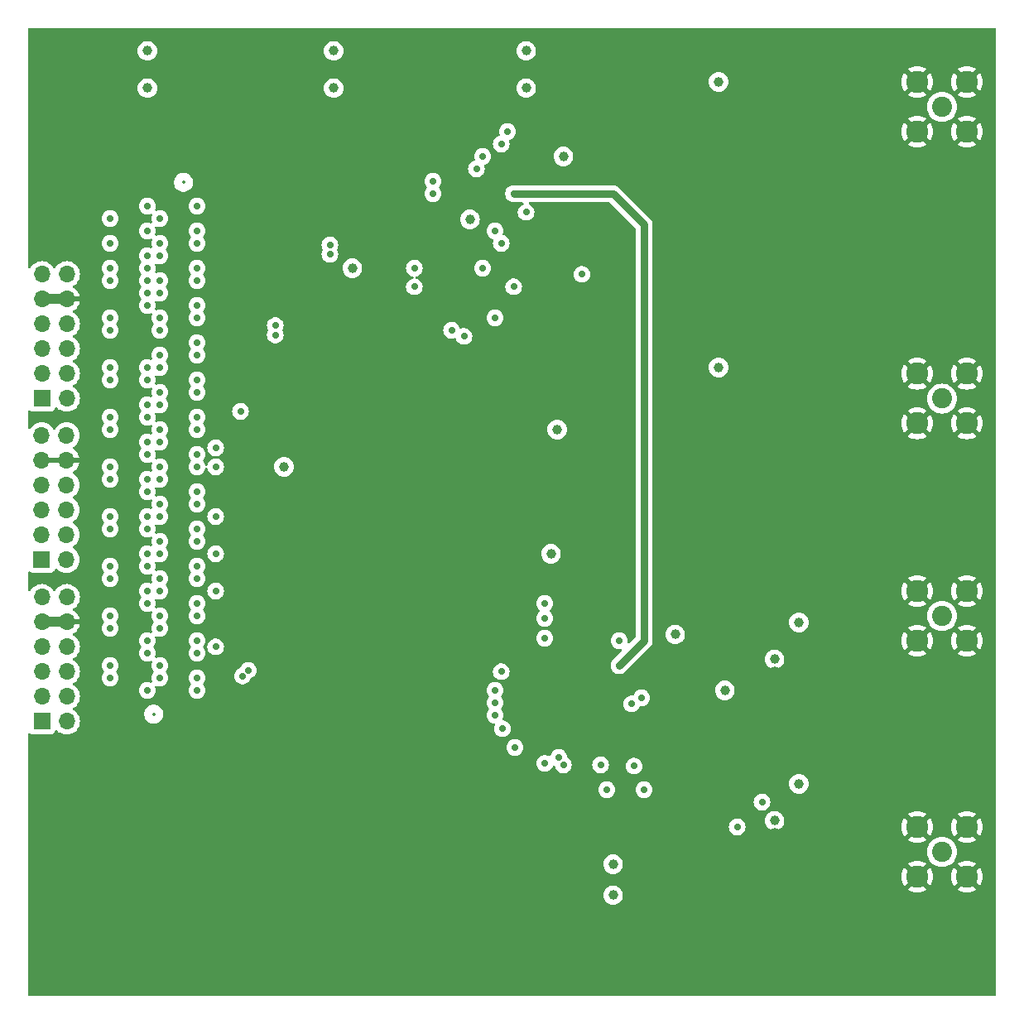
<source format=gbr>
%TF.GenerationSoftware,KiCad,Pcbnew,8.0.0*%
%TF.CreationDate,2024-08-30T23:26:17+03:00*%
%TF.ProjectId,ML605_LPC_Board_wADC_DAC,4d4c3630-355f-44c5-9043-5f426f617264,rev?*%
%TF.SameCoordinates,Original*%
%TF.FileFunction,Copper,L3,Inr*%
%TF.FilePolarity,Positive*%
%FSLAX46Y46*%
G04 Gerber Fmt 4.6, Leading zero omitted, Abs format (unit mm)*
G04 Created by KiCad (PCBNEW 8.0.0) date 2024-08-30 23:26:17*
%MOMM*%
%LPD*%
G01*
G04 APERTURE LIST*
%TA.AperFunction,ComponentPad*%
%ADD10C,2.050000*%
%TD*%
%TA.AperFunction,ComponentPad*%
%ADD11C,2.250000*%
%TD*%
%TA.AperFunction,ComponentPad*%
%ADD12R,1.700000X1.700000*%
%TD*%
%TA.AperFunction,ComponentPad*%
%ADD13O,1.700000X1.700000*%
%TD*%
%TA.AperFunction,ViaPad*%
%ADD14C,0.700000*%
%TD*%
%TA.AperFunction,ViaPad*%
%ADD15C,1.000000*%
%TD*%
%TA.AperFunction,Conductor*%
%ADD16C,1.016000*%
%TD*%
%TA.AperFunction,Conductor*%
%ADD17C,0.762000*%
%TD*%
%ADD18C,0.300000*%
%ADD19C,0.350000*%
G04 APERTURE END LIST*
D10*
%TO.N,Net-(J8-In)*%
%TO.C,J8*%
X168980000Y-58560000D03*
D11*
%TO.N,GNDA*%
X166440000Y-56020000D03*
X166440000Y-61100000D03*
X171520000Y-56020000D03*
X171520000Y-61100000D03*
%TD*%
D10*
%TO.N,Net-(J9-In)*%
%TO.C,J9*%
X168980000Y-88405000D03*
D11*
%TO.N,GNDA*%
X166440000Y-85865000D03*
X166440000Y-90945000D03*
X171520000Y-85865000D03*
X171520000Y-90945000D03*
%TD*%
D12*
%TO.N,/CLK1_M2C_N*%
%TO.C,J10*%
X76905000Y-121425000D03*
D13*
%TO.N,/CLK1_M2C_P*%
X79445000Y-121425000D03*
%TO.N,/LA01_N*%
X76905000Y-118885000D03*
%TO.N,/LA01_P*%
X79445000Y-118885000D03*
%TO.N,/LA06_N*%
X76905000Y-116345000D03*
%TO.N,/LA06_P*%
X79445000Y-116345000D03*
%TO.N,/LA05_N*%
X76905000Y-113805000D03*
%TO.N,/LA05_P*%
X79445000Y-113805000D03*
%TO.N,GNDA*%
X76905000Y-111265000D03*
X79445000Y-111265000D03*
%TO.N,3V3*%
X76905000Y-108725000D03*
X79445000Y-108725000D03*
%TD*%
D10*
%TO.N,/ADC_Circuit/I_IN*%
%TO.C,J5*%
X168980000Y-110630000D03*
D11*
%TO.N,GNDA*%
X166440000Y-108090000D03*
X166440000Y-113170000D03*
X171520000Y-108090000D03*
X171520000Y-113170000D03*
%TD*%
D10*
%TO.N,/ADC_Circuit/Q_IN*%
%TO.C,J4*%
X168980000Y-134760000D03*
D11*
%TO.N,GNDA*%
X166440000Y-132220000D03*
X166440000Y-137300000D03*
X171520000Y-132220000D03*
X171520000Y-137300000D03*
%TD*%
D12*
%TO.N,/LA17_P_CC*%
%TO.C,J12*%
X76905000Y-88405000D03*
D13*
%TO.N,/LA17_N_CC*%
X79445000Y-88405000D03*
%TO.N,/LA18_P_CC*%
X76905000Y-85865000D03*
%TO.N,/LA18_N_CC*%
X79445000Y-85865000D03*
%TO.N,/LA27_P*%
X76905000Y-83325000D03*
%TO.N,/LA27_N*%
X79445000Y-83325000D03*
%TO.N,/SCL*%
X76905000Y-80785000D03*
%TO.N,/SDA*%
X79445000Y-80785000D03*
%TO.N,GNDA*%
X76905000Y-78245000D03*
X79445000Y-78245000D03*
%TO.N,3V3*%
X76905000Y-75705000D03*
X79445000Y-75705000D03*
%TD*%
D12*
%TO.N,/LA09_N*%
%TO.C,J11*%
X76885000Y-104890000D03*
D13*
%TO.N,/LA09_P*%
X79425000Y-104890000D03*
%TO.N,/LA10_N*%
X76885000Y-102350000D03*
%TO.N,/LA10_P*%
X79425000Y-102350000D03*
%TO.N,/LA13_N*%
X76885000Y-99810000D03*
%TO.N,/LA13_P*%
X79425000Y-99810000D03*
%TO.N,/LA14_N*%
X76885000Y-97270000D03*
%TO.N,/LA14_P*%
X79425000Y-97270000D03*
%TO.N,GNDA*%
X76885000Y-94730000D03*
X79425000Y-94730000D03*
%TO.N,3V3*%
X76885000Y-92190000D03*
X79425000Y-92190000D03*
%TD*%
D14*
%TO.N,GNDA*%
X88970000Y-118250000D03*
X88970000Y-113170000D03*
X87700000Y-110630000D03*
X88970000Y-82690000D03*
X136722000Y-127775000D03*
D15*
X151835000Y-132855000D03*
D14*
X83890000Y-108090000D03*
X81350000Y-143650000D03*
X92780000Y-69990000D03*
X100400000Y-78245000D03*
X87700000Y-69990000D03*
X135960000Y-92850000D03*
X87700000Y-103010000D03*
X126741822Y-78755178D03*
X111430220Y-72951279D03*
X88970000Y-101740000D03*
X83890000Y-103010000D03*
D15*
X134055000Y-107455000D03*
D14*
X132912000Y-118758000D03*
X92780000Y-115710000D03*
X88970000Y-86500000D03*
X92780000Y-104280000D03*
X92780000Y-92850000D03*
X157550000Y-92850000D03*
X92780000Y-85230000D03*
X83890000Y-68720000D03*
X87700000Y-95390000D03*
X119450000Y-124600000D03*
X92780000Y-77610000D03*
X87700000Y-115710000D03*
X83890000Y-71260000D03*
X163900000Y-124600000D03*
X88970000Y-94120000D03*
X87700000Y-106820000D03*
X119450000Y-73750000D03*
X88970000Y-114440000D03*
X87700000Y-111900000D03*
D15*
X135960000Y-59830000D03*
D14*
X87700000Y-91580000D03*
X100400000Y-124600000D03*
X88970000Y-97930000D03*
X81350000Y-54750000D03*
X157550000Y-105550000D03*
D15*
X118815000Y-98565000D03*
D14*
X92780000Y-111900000D03*
D15*
X147136000Y-115710000D03*
D14*
X92780000Y-100470000D03*
D15*
X147136000Y-120790000D03*
D14*
X83890000Y-82690000D03*
X92780000Y-73800000D03*
X83890000Y-109360000D03*
D15*
X146120000Y-63640000D03*
D14*
X92780000Y-96660000D03*
X129102000Y-121806000D03*
X83890000Y-77610000D03*
X87700000Y-99200000D03*
X157550000Y-78880000D03*
X83890000Y-97930000D03*
D15*
X133420000Y-69355000D03*
D14*
X83890000Y-89040000D03*
D15*
X132785000Y-134760000D03*
D14*
X87700000Y-72530000D03*
X83890000Y-94120000D03*
X88970000Y-105550000D03*
X119450000Y-105550000D03*
X87700000Y-83960000D03*
D15*
X151835000Y-116345000D03*
D14*
X140405000Y-78880000D03*
X88970000Y-71260000D03*
X140405000Y-105550000D03*
X87700000Y-87770000D03*
X134690000Y-54750000D03*
X83890000Y-104280000D03*
X83890000Y-118250000D03*
X119450000Y-70625000D03*
X100400000Y-54750000D03*
X88970000Y-68720000D03*
D15*
X129610000Y-99200000D03*
D14*
X140405000Y-143650000D03*
X92780000Y-89040000D03*
D15*
X146120000Y-93485000D03*
D14*
X83890000Y-73800000D03*
D15*
X131515000Y-82055000D03*
D14*
X83890000Y-87770000D03*
X119450000Y-54750000D03*
X92780000Y-108090000D03*
X100400000Y-92850000D03*
X88970000Y-90310000D03*
X106750000Y-105550000D03*
D15*
X108020000Y-77610000D03*
D14*
X119450000Y-92850000D03*
X83890000Y-113170000D03*
X87700000Y-116980000D03*
X83890000Y-114440000D03*
X92780000Y-81420000D03*
X100400000Y-143650000D03*
X123260000Y-74435000D03*
X88970000Y-78880000D03*
X157550000Y-143650000D03*
X157550000Y-54750000D03*
X130503000Y-116726000D03*
X83890000Y-78880000D03*
X140405000Y-124600000D03*
X88970000Y-109360000D03*
X132150000Y-116726000D03*
X83890000Y-92850000D03*
X132912000Y-120536000D03*
X83890000Y-83960000D03*
X83890000Y-99200000D03*
X88970000Y-75070000D03*
X119450000Y-143650000D03*
D15*
%TO.N,1V5*%
X129610000Y-91580000D03*
D14*
X135960000Y-113170000D03*
D15*
X129610000Y-91580000D03*
X130245000Y-63640000D03*
D14*
%TO.N,Net-(IC1-VRN)*%
X138246000Y-119012000D03*
%TO.N,Net-(IC1-VRP)*%
X137230000Y-119643000D03*
D15*
%TO.N,3V3*%
X101670000Y-95390000D03*
X126435000Y-56655000D03*
X106750000Y-56655000D03*
D14*
X87700000Y-78880000D03*
D15*
X146120000Y-85230000D03*
D14*
X123260000Y-71260000D03*
D15*
X106750000Y-52845000D03*
D14*
X87700000Y-71260000D03*
D15*
X151835000Y-131585000D03*
D14*
X126435000Y-69355000D03*
D15*
X87700000Y-52845000D03*
X87700000Y-56655000D03*
X146120000Y-56020000D03*
D14*
X83890000Y-69990000D03*
D15*
X146755000Y-118250000D03*
X128975000Y-104280000D03*
X151835000Y-115075000D03*
D14*
X121990000Y-75070000D03*
X87700000Y-68720000D03*
D15*
X126435000Y-52845000D03*
D14*
X87700000Y-73800000D03*
D15*
%TO.N,/ADC_Circuit/VCM_ADC*%
X154335420Y-111304580D03*
X154335420Y-127814580D03*
X141675000Y-112535000D03*
D14*
%TO.N,Net-(IC1-Q3)*%
X125292000Y-124092000D03*
%TO.N,VADJ*%
X92780000Y-68720000D03*
D15*
X135325000Y-139205000D03*
X135325000Y-136030000D03*
D14*
X125165000Y-67450000D03*
X138500000Y-79515000D03*
X130245000Y-125870000D03*
X137484000Y-125997000D03*
X88970000Y-69990000D03*
D15*
X120693616Y-70083028D03*
D14*
X135960000Y-115710000D03*
D15*
X108655000Y-75070000D03*
D14*
%TO.N,Net-(IC1-I1)*%
X123260000Y-118250000D03*
%TO.N,Net-(IC1-Q7)*%
X123260000Y-120790000D03*
%TO.N,/ADC_Circuit/Q+*%
X148025000Y-132220000D03*
X150565000Y-129680000D03*
%TO.N,Net-(IC1-I6)*%
X128340000Y-112916000D03*
%TO.N,Net-(IC1-I3)*%
X123895000Y-116345000D03*
%TO.N,Net-(IC1-I{slash}~{Q})*%
X129757000Y-125108000D03*
%TO.N,Net-(IC1-I8)*%
X128340000Y-110884000D03*
%TO.N,Net-(IC1-Q5)*%
X124020857Y-122185857D03*
%TO.N,Net-(IC1-I9)*%
X128340000Y-109360000D03*
%TO.N,Net-(IC1-Q1)*%
X128361847Y-125718865D03*
%TO.N,Net-(IC1-Q9)*%
X123260000Y-119520000D03*
%TO.N,/LA20_N*%
X88970000Y-91580000D03*
%TO.N,/LA19_N*%
X92780000Y-90310000D03*
%TO.N,/LA20_P*%
X94685000Y-93442200D03*
X88970000Y-92850000D03*
%TO.N,/LA29_P*%
X88970000Y-81420000D03*
%TO.N,/LA33_P*%
X88970000Y-73800000D03*
%TO.N,/DAC Circuit/SLEEP*%
X125165000Y-76975000D03*
X132150000Y-75705000D03*
%TO.N,/LA21_P*%
X92780000Y-87770000D03*
X120085000Y-82055000D03*
%TO.N,/LA22_N*%
X88970000Y-87770000D03*
%TO.N,/LA30_P*%
X121355000Y-64910000D03*
X92780000Y-76340000D03*
%TO.N,/LA30_N*%
X121990000Y-63640000D03*
X92780000Y-75070000D03*
%TO.N,/LA24_N*%
X115005000Y-75070000D03*
X92780000Y-82690000D03*
%TO.N,/LA24_P*%
X115005000Y-76975000D03*
X92780000Y-83960000D03*
%TO.N,/LA22_P*%
X88970000Y-89040000D03*
%TO.N,/LA33_N*%
X88970000Y-72530000D03*
%TO.N,/LA25_P*%
X88970000Y-85230000D03*
%TO.N,/LA21_N*%
X92780000Y-86500000D03*
X118815000Y-81420000D03*
%TO.N,/LA32_P*%
X92780000Y-72530000D03*
X123895000Y-62370000D03*
%TO.N,/LA25_N*%
X88970000Y-83960000D03*
%TO.N,/LA32_N*%
X92780000Y-71260000D03*
X124530000Y-61100000D03*
%TO.N,/LA28_N*%
X116910000Y-66180000D03*
X92780000Y-78880000D03*
%TO.N,Net-(IC4-BIASJ_A)*%
X123895000Y-72530000D03*
%TO.N,/LA31_P*%
X88970000Y-77610000D03*
%TO.N,/LA28_P*%
X92780000Y-80150000D03*
X116910000Y-67450000D03*
%TO.N,/LA31_N*%
X88970000Y-76340000D03*
%TO.N,/PRSNT_M2C_L*%
X92780000Y-116980000D03*
%TO.N,/LA14_P*%
X83890000Y-96660000D03*
%TO.N,/LA27_P*%
X83890000Y-86500000D03*
%TO.N,/CLK1_M2C_N*%
X88970000Y-115710000D03*
%TO.N,/LA07_P*%
X92780000Y-103010000D03*
%TO.N,/PG_C2M*%
X87700000Y-118250000D03*
%TO.N,/SDA*%
X83890000Y-80150000D03*
%TO.N,/DP0_M2C_N*%
X83890000Y-110630000D03*
%TO.N,/CLK1_M2C_P*%
X88970000Y-116980000D03*
%TO.N,/TRST_L*%
X87700000Y-76340000D03*
%TO.N,/GA1*%
X87700000Y-75070000D03*
%TO.N,/DP0_C2M_N*%
X83890000Y-115710000D03*
%TO.N,/LA11_N*%
X92780000Y-97930000D03*
%TO.N,/VREF_A_M2C*%
X92780000Y-118250000D03*
%TO.N,/LA27_N*%
X83890000Y-85230000D03*
%TO.N,/LA26_N*%
X106369000Y-73642000D03*
X100781000Y-81897000D03*
X87700000Y-85230000D03*
%TO.N,/GA0*%
X83890000Y-76340000D03*
%TO.N,/DP0_C2M_P*%
X83890000Y-116980000D03*
%TO.N,/LA15_N*%
X92780000Y-94120000D03*
%TO.N,/LA15_P*%
X92780000Y-95390000D03*
%TO.N,/LA18_P_CC*%
X83890000Y-91580000D03*
%TO.N,/LA17_P_CC*%
X87700000Y-94120000D03*
%TO.N,/LA19_P*%
X92780000Y-91580000D03*
%TO.N,/LA12_N*%
X94685000Y-100470000D03*
X88970000Y-99200000D03*
%TO.N,/LA07_N*%
X92780000Y-101740000D03*
%TO.N,/LA16_N*%
X94685000Y-95390000D03*
X88970000Y-95390000D03*
%TO.N,+12V*%
X83890000Y-75070000D03*
X83890000Y-72530000D03*
%TO.N,/LA23_P*%
X123260000Y-80150000D03*
X87700000Y-90310000D03*
X97225000Y-89717800D03*
%TO.N,/LA00_P_CC*%
X94685000Y-113805000D03*
X88970000Y-111900000D03*
X134055000Y-125870000D03*
%TO.N,/DP0_M2C_P*%
X83890000Y-111900000D03*
%TO.N,/SCL*%
X83890000Y-81420000D03*
%TO.N,/LA13_P*%
X87700000Y-97930000D03*
%TO.N,/LA10_N*%
X83890000Y-100470000D03*
%TO.N,/LA29_N*%
X88970000Y-80150000D03*
%TO.N,/LA05_N*%
X87700000Y-104280000D03*
%TO.N,/LA00_N_CC*%
X88970000Y-110630000D03*
%TO.N,/LA14_N*%
X83890000Y-95390000D03*
%TO.N,/LA26_P*%
X106369000Y-72688000D03*
X87700000Y-86500000D03*
X100781000Y-80943000D03*
%TO.N,/LA09_P*%
X87700000Y-101740000D03*
%TO.N,/LA10_P*%
X83890000Y-101740000D03*
%TO.N,/LA03_N*%
X88970000Y-106820000D03*
X94685000Y-108090000D03*
%TO.N,/GBTCLK0_M2C_N*%
X87700000Y-113170000D03*
%TO.N,/LA13_N*%
X87700000Y-96660000D03*
%TO.N,/LA17_N_CC*%
X87700000Y-92850000D03*
%TO.N,/LA12_P*%
X88970000Y-100470000D03*
%TO.N,/LA11_P*%
X92780000Y-99200000D03*
%TO.N,/LA02_N*%
X92780000Y-109360000D03*
%TO.N,/LA04_P*%
X92780000Y-106820000D03*
%TO.N,/LA08_P*%
X88970000Y-104280000D03*
%TO.N,/LA02_P*%
X92780000Y-110630000D03*
%TO.N,/LA08_N*%
X94685000Y-104280000D03*
X88970000Y-103010000D03*
%TO.N,/LA03_P*%
X88970000Y-108090000D03*
%TO.N,/GBTCLK0_M2C_P*%
X87700000Y-114440000D03*
%TO.N,/LA06_P*%
X83890000Y-106820000D03*
%TO.N,/LA06_N*%
X83890000Y-105550000D03*
%TO.N,/LA05_P*%
X87700000Y-105550000D03*
%TO.N,/CLK0_M2C_N*%
X92780000Y-113170000D03*
X98015723Y-116189277D03*
X138500000Y-128410000D03*
%TO.N,/CLK0_M2C_P*%
X134690000Y-128410000D03*
X92780000Y-114440000D03*
X97411853Y-116793147D03*
%TO.N,/TMS*%
X87700000Y-77610000D03*
%TO.N,/LA04_N*%
X92780000Y-105550000D03*
%TO.N,/LA16_P*%
X88970000Y-96660000D03*
%TO.N,/LA09_N*%
X87700000Y-100470000D03*
%TO.N,/LA23_N*%
X87700000Y-89040000D03*
%TO.N,/LA18_N_CC*%
X83890000Y-90310000D03*
%TO.N,/LA01_P*%
X87700000Y-109360000D03*
%TO.N,/LA01_N*%
X87700000Y-108090000D03*
%TD*%
D16*
%TO.N,GNDA*%
X76905000Y-111265000D02*
X79445000Y-111265000D01*
X76905000Y-78245000D02*
X79445000Y-78245000D01*
D17*
%TO.N,VADJ*%
X125165000Y-67450000D02*
X135325000Y-67450000D01*
X138500000Y-79515000D02*
X138500000Y-113170000D01*
X138500000Y-70625000D02*
X138500000Y-79515000D01*
X135325000Y-67450000D02*
X138500000Y-70625000D01*
X138500000Y-113170000D02*
X135960000Y-115710000D01*
%TD*%
%TA.AperFunction,Conductor*%
%TO.N,GNDA*%
G36*
X174442539Y-50520185D02*
G01*
X174488294Y-50572989D01*
X174499500Y-50624500D01*
X174499500Y-149375500D01*
X174479815Y-149442539D01*
X174427011Y-149488294D01*
X174375500Y-149499500D01*
X75624500Y-149499500D01*
X75557461Y-149479815D01*
X75511706Y-149427011D01*
X75500500Y-149375500D01*
X75500500Y-139205000D01*
X134319659Y-139205000D01*
X134338975Y-139401129D01*
X134396188Y-139589733D01*
X134489086Y-139763532D01*
X134489090Y-139763539D01*
X134614116Y-139915883D01*
X134766460Y-140040909D01*
X134766467Y-140040913D01*
X134940266Y-140133811D01*
X134940269Y-140133811D01*
X134940273Y-140133814D01*
X135128868Y-140191024D01*
X135325000Y-140210341D01*
X135521132Y-140191024D01*
X135709727Y-140133814D01*
X135883538Y-140040910D01*
X136035883Y-139915883D01*
X136160910Y-139763538D01*
X136253814Y-139589727D01*
X136311024Y-139401132D01*
X136330341Y-139205000D01*
X136311024Y-139008868D01*
X136253814Y-138820273D01*
X136253811Y-138820269D01*
X136253811Y-138820266D01*
X136160913Y-138646467D01*
X136160909Y-138646460D01*
X136035883Y-138494116D01*
X135883539Y-138369090D01*
X135883532Y-138369086D01*
X135709733Y-138276188D01*
X135709727Y-138276186D01*
X135521132Y-138218976D01*
X135521129Y-138218975D01*
X135325000Y-138199659D01*
X135128870Y-138218975D01*
X134940266Y-138276188D01*
X134766467Y-138369086D01*
X134766460Y-138369090D01*
X134614116Y-138494116D01*
X134489090Y-138646460D01*
X134489086Y-138646467D01*
X134396188Y-138820266D01*
X134338975Y-139008870D01*
X134319659Y-139205000D01*
X75500500Y-139205000D01*
X75500500Y-137300000D01*
X164809975Y-137300000D01*
X164830042Y-137554989D01*
X164889752Y-137803702D01*
X164987634Y-138040012D01*
X164987636Y-138040015D01*
X165121277Y-138258098D01*
X165121284Y-138258107D01*
X165124533Y-138261912D01*
X165685884Y-137700560D01*
X165686740Y-137702626D01*
X165779762Y-137841844D01*
X165898156Y-137960238D01*
X166037374Y-138053260D01*
X166039437Y-138054114D01*
X165478087Y-138615465D01*
X165481897Y-138618719D01*
X165699984Y-138752363D01*
X165699987Y-138752365D01*
X165936297Y-138850247D01*
X166185011Y-138909957D01*
X166185010Y-138909957D01*
X166440000Y-138930024D01*
X166694989Y-138909957D01*
X166943702Y-138850247D01*
X167180012Y-138752365D01*
X167180015Y-138752363D01*
X167398095Y-138618724D01*
X167398110Y-138618713D01*
X167401911Y-138615466D01*
X167401911Y-138615464D01*
X166840562Y-138054114D01*
X166842626Y-138053260D01*
X166981844Y-137960238D01*
X167100238Y-137841844D01*
X167193260Y-137702626D01*
X167194114Y-137700561D01*
X167755464Y-138261911D01*
X167755466Y-138261911D01*
X167758713Y-138258110D01*
X167758724Y-138258095D01*
X167892363Y-138040015D01*
X167892365Y-138040012D01*
X167990247Y-137803702D01*
X168049957Y-137554989D01*
X168070024Y-137300000D01*
X169889975Y-137300000D01*
X169910042Y-137554989D01*
X169969752Y-137803702D01*
X170067634Y-138040012D01*
X170067636Y-138040015D01*
X170201277Y-138258098D01*
X170201284Y-138258107D01*
X170204533Y-138261912D01*
X170765884Y-137700560D01*
X170766740Y-137702626D01*
X170859762Y-137841844D01*
X170978156Y-137960238D01*
X171117374Y-138053260D01*
X171119437Y-138054114D01*
X170558087Y-138615465D01*
X170561897Y-138618719D01*
X170779984Y-138752363D01*
X170779987Y-138752365D01*
X171016297Y-138850247D01*
X171265011Y-138909957D01*
X171265010Y-138909957D01*
X171520000Y-138930024D01*
X171774989Y-138909957D01*
X172023702Y-138850247D01*
X172260012Y-138752365D01*
X172260015Y-138752363D01*
X172478095Y-138618724D01*
X172478110Y-138618713D01*
X172481911Y-138615466D01*
X172481911Y-138615464D01*
X171920562Y-138054114D01*
X171922626Y-138053260D01*
X172061844Y-137960238D01*
X172180238Y-137841844D01*
X172273260Y-137702626D01*
X172274114Y-137700561D01*
X172835464Y-138261911D01*
X172835466Y-138261911D01*
X172838713Y-138258110D01*
X172838724Y-138258095D01*
X172972363Y-138040015D01*
X172972365Y-138040012D01*
X173070247Y-137803702D01*
X173129957Y-137554989D01*
X173150024Y-137300000D01*
X173129957Y-137045010D01*
X173070247Y-136796297D01*
X172972365Y-136559987D01*
X172972363Y-136559984D01*
X172838719Y-136341897D01*
X172835465Y-136338087D01*
X172274114Y-136899437D01*
X172273260Y-136897374D01*
X172180238Y-136758156D01*
X172061844Y-136639762D01*
X171922626Y-136546740D01*
X171920561Y-136545884D01*
X172481912Y-135984533D01*
X172478107Y-135981284D01*
X172478098Y-135981277D01*
X172260015Y-135847636D01*
X172260012Y-135847634D01*
X172023702Y-135749752D01*
X171774988Y-135690042D01*
X171774989Y-135690042D01*
X171520000Y-135669975D01*
X171265010Y-135690042D01*
X171016297Y-135749752D01*
X170779987Y-135847634D01*
X170779984Y-135847636D01*
X170561893Y-135981282D01*
X170558086Y-135984532D01*
X171119438Y-136545884D01*
X171117374Y-136546740D01*
X170978156Y-136639762D01*
X170859762Y-136758156D01*
X170766740Y-136897374D01*
X170765884Y-136899438D01*
X170204532Y-136338086D01*
X170201282Y-136341893D01*
X170067636Y-136559984D01*
X170067634Y-136559987D01*
X169969752Y-136796297D01*
X169910042Y-137045010D01*
X169889975Y-137300000D01*
X168070024Y-137300000D01*
X168049957Y-137045010D01*
X167990247Y-136796297D01*
X167892365Y-136559987D01*
X167892363Y-136559984D01*
X167758719Y-136341897D01*
X167755465Y-136338087D01*
X167194114Y-136899437D01*
X167193260Y-136897374D01*
X167100238Y-136758156D01*
X166981844Y-136639762D01*
X166842626Y-136546740D01*
X166840561Y-136545884D01*
X167401912Y-135984533D01*
X167398107Y-135981284D01*
X167398098Y-135981277D01*
X167180015Y-135847636D01*
X167180012Y-135847634D01*
X166943702Y-135749752D01*
X166694988Y-135690042D01*
X166694989Y-135690042D01*
X166440000Y-135669975D01*
X166185010Y-135690042D01*
X165936297Y-135749752D01*
X165699987Y-135847634D01*
X165699984Y-135847636D01*
X165481893Y-135981282D01*
X165478086Y-135984532D01*
X166039438Y-136545884D01*
X166037374Y-136546740D01*
X165898156Y-136639762D01*
X165779762Y-136758156D01*
X165686740Y-136897374D01*
X165685884Y-136899438D01*
X165124532Y-136338086D01*
X165121282Y-136341893D01*
X164987636Y-136559984D01*
X164987634Y-136559987D01*
X164889752Y-136796297D01*
X164830042Y-137045010D01*
X164809975Y-137300000D01*
X75500500Y-137300000D01*
X75500500Y-136030000D01*
X134319659Y-136030000D01*
X134338975Y-136226129D01*
X134396188Y-136414733D01*
X134489086Y-136588532D01*
X134489090Y-136588539D01*
X134614116Y-136740883D01*
X134766460Y-136865909D01*
X134766467Y-136865913D01*
X134940266Y-136958811D01*
X134940269Y-136958811D01*
X134940273Y-136958814D01*
X135128868Y-137016024D01*
X135325000Y-137035341D01*
X135521132Y-137016024D01*
X135709727Y-136958814D01*
X135883538Y-136865910D01*
X136035883Y-136740883D01*
X136160910Y-136588538D01*
X136253814Y-136414727D01*
X136311024Y-136226132D01*
X136330341Y-136030000D01*
X136311024Y-135833868D01*
X136253814Y-135645273D01*
X136253811Y-135645269D01*
X136253811Y-135645266D01*
X136160913Y-135471467D01*
X136160909Y-135471460D01*
X136035883Y-135319116D01*
X135883539Y-135194090D01*
X135883532Y-135194086D01*
X135709733Y-135101188D01*
X135709727Y-135101186D01*
X135521132Y-135043976D01*
X135521129Y-135043975D01*
X135325000Y-135024659D01*
X135128870Y-135043975D01*
X134940266Y-135101188D01*
X134766467Y-135194086D01*
X134766460Y-135194090D01*
X134614116Y-135319116D01*
X134489090Y-135471460D01*
X134489086Y-135471467D01*
X134396188Y-135645266D01*
X134338975Y-135833870D01*
X134319659Y-136030000D01*
X75500500Y-136030000D01*
X75500500Y-134760000D01*
X167449783Y-134760000D01*
X167468623Y-134999382D01*
X167524674Y-135232853D01*
X167524678Y-135232865D01*
X167616565Y-135454702D01*
X167626836Y-135471462D01*
X167742028Y-135659439D01*
X167897973Y-135842027D01*
X168080561Y-135997972D01*
X168080563Y-135997973D01*
X168285297Y-136123434D01*
X168382047Y-136163508D01*
X168507137Y-136215323D01*
X168740621Y-136271377D01*
X168980000Y-136290217D01*
X169219379Y-136271377D01*
X169452863Y-136215323D01*
X169674704Y-136123433D01*
X169879439Y-135997972D01*
X170062027Y-135842027D01*
X170217972Y-135659439D01*
X170343433Y-135454704D01*
X170435323Y-135232863D01*
X170491377Y-134999379D01*
X170510217Y-134760000D01*
X170491377Y-134520621D01*
X170435323Y-134287137D01*
X170383508Y-134162047D01*
X170343434Y-134065297D01*
X170217973Y-133860563D01*
X170217972Y-133860561D01*
X170062027Y-133677973D01*
X169879439Y-133522028D01*
X169879436Y-133522026D01*
X169674702Y-133396565D01*
X169452865Y-133304678D01*
X169452867Y-133304678D01*
X169452863Y-133304677D01*
X169452859Y-133304676D01*
X169452853Y-133304674D01*
X169219382Y-133248623D01*
X168980000Y-133229783D01*
X168740617Y-133248623D01*
X168507146Y-133304674D01*
X168507134Y-133304678D01*
X168285297Y-133396565D01*
X168080563Y-133522026D01*
X167897973Y-133677973D01*
X167742026Y-133860563D01*
X167616565Y-134065297D01*
X167524678Y-134287134D01*
X167524674Y-134287146D01*
X167468623Y-134520617D01*
X167449783Y-134760000D01*
X75500500Y-134760000D01*
X75500500Y-132220000D01*
X147169815Y-132220000D01*
X147188503Y-132397805D01*
X147188504Y-132397807D01*
X147243747Y-132567829D01*
X147243750Y-132567835D01*
X147333141Y-132722665D01*
X147368418Y-132761844D01*
X147452764Y-132855521D01*
X147452767Y-132855523D01*
X147452770Y-132855526D01*
X147597407Y-132960612D01*
X147760733Y-133033329D01*
X147935609Y-133070500D01*
X147935610Y-133070500D01*
X148114389Y-133070500D01*
X148114391Y-133070500D01*
X148289267Y-133033329D01*
X148452593Y-132960612D01*
X148597230Y-132855526D01*
X148716859Y-132722665D01*
X148806250Y-132567835D01*
X148861497Y-132397803D01*
X148880185Y-132220000D01*
X148861497Y-132042197D01*
X148806250Y-131872165D01*
X148716859Y-131717335D01*
X148670003Y-131665296D01*
X148597705Y-131585000D01*
X150829659Y-131585000D01*
X150848975Y-131781129D01*
X150906188Y-131969733D01*
X150999086Y-132143532D01*
X150999090Y-132143539D01*
X151124116Y-132295883D01*
X151276460Y-132420909D01*
X151276467Y-132420913D01*
X151450266Y-132513811D01*
X151450269Y-132513811D01*
X151450273Y-132513814D01*
X151638868Y-132571024D01*
X151835000Y-132590341D01*
X152031132Y-132571024D01*
X152219727Y-132513814D01*
X152393538Y-132420910D01*
X152545883Y-132295883D01*
X152608159Y-132220000D01*
X164809975Y-132220000D01*
X164830042Y-132474989D01*
X164889752Y-132723702D01*
X164987634Y-132960012D01*
X164987636Y-132960015D01*
X165121277Y-133178098D01*
X165121284Y-133178107D01*
X165124533Y-133181912D01*
X165685884Y-132620560D01*
X165686740Y-132622626D01*
X165779762Y-132761844D01*
X165898156Y-132880238D01*
X166037374Y-132973260D01*
X166039437Y-132974114D01*
X165478087Y-133535465D01*
X165481897Y-133538719D01*
X165699984Y-133672363D01*
X165699987Y-133672365D01*
X165936297Y-133770247D01*
X166185011Y-133829957D01*
X166185010Y-133829957D01*
X166440000Y-133850024D01*
X166694989Y-133829957D01*
X166943702Y-133770247D01*
X167180012Y-133672365D01*
X167180015Y-133672363D01*
X167398095Y-133538724D01*
X167398110Y-133538713D01*
X167401911Y-133535466D01*
X167401911Y-133535464D01*
X166840562Y-132974114D01*
X166842626Y-132973260D01*
X166981844Y-132880238D01*
X167100238Y-132761844D01*
X167193260Y-132622626D01*
X167194114Y-132620561D01*
X167755464Y-133181911D01*
X167755466Y-133181911D01*
X167758713Y-133178110D01*
X167758724Y-133178095D01*
X167892363Y-132960015D01*
X167892365Y-132960012D01*
X167990247Y-132723702D01*
X168049957Y-132474989D01*
X168070024Y-132220000D01*
X169889975Y-132220000D01*
X169910042Y-132474989D01*
X169969752Y-132723702D01*
X170067634Y-132960012D01*
X170067636Y-132960015D01*
X170201277Y-133178098D01*
X170201284Y-133178107D01*
X170204533Y-133181912D01*
X170765884Y-132620560D01*
X170766740Y-132622626D01*
X170859762Y-132761844D01*
X170978156Y-132880238D01*
X171117374Y-132973260D01*
X171119437Y-132974114D01*
X170558087Y-133535465D01*
X170561897Y-133538719D01*
X170779984Y-133672363D01*
X170779987Y-133672365D01*
X171016297Y-133770247D01*
X171265011Y-133829957D01*
X171265010Y-133829957D01*
X171520000Y-133850024D01*
X171774989Y-133829957D01*
X172023702Y-133770247D01*
X172260012Y-133672365D01*
X172260015Y-133672363D01*
X172478095Y-133538724D01*
X172478110Y-133538713D01*
X172481911Y-133535466D01*
X172481911Y-133535464D01*
X171920562Y-132974114D01*
X171922626Y-132973260D01*
X172061844Y-132880238D01*
X172180238Y-132761844D01*
X172273260Y-132622626D01*
X172274114Y-132620562D01*
X172835464Y-133181911D01*
X172835466Y-133181911D01*
X172838713Y-133178110D01*
X172838724Y-133178095D01*
X172972363Y-132960015D01*
X172972365Y-132960012D01*
X173070247Y-132723702D01*
X173129957Y-132474989D01*
X173150024Y-132220000D01*
X173129957Y-131965010D01*
X173070247Y-131716297D01*
X172972365Y-131479987D01*
X172972363Y-131479984D01*
X172838719Y-131261897D01*
X172835465Y-131258087D01*
X172274114Y-131819437D01*
X172273260Y-131817374D01*
X172180238Y-131678156D01*
X172061844Y-131559762D01*
X171922626Y-131466740D01*
X171920561Y-131465884D01*
X172481912Y-130904533D01*
X172478107Y-130901284D01*
X172478098Y-130901277D01*
X172260015Y-130767636D01*
X172260012Y-130767634D01*
X172023702Y-130669752D01*
X171774988Y-130610042D01*
X171774989Y-130610042D01*
X171520000Y-130589975D01*
X171265010Y-130610042D01*
X171016297Y-130669752D01*
X170779987Y-130767634D01*
X170779984Y-130767636D01*
X170561893Y-130901282D01*
X170558086Y-130904532D01*
X171119438Y-131465884D01*
X171117374Y-131466740D01*
X170978156Y-131559762D01*
X170859762Y-131678156D01*
X170766740Y-131817374D01*
X170765884Y-131819438D01*
X170204532Y-131258086D01*
X170201282Y-131261893D01*
X170067636Y-131479984D01*
X170067634Y-131479987D01*
X169969752Y-131716297D01*
X169910042Y-131965010D01*
X169889975Y-132220000D01*
X168070024Y-132220000D01*
X168049957Y-131965010D01*
X167990247Y-131716297D01*
X167892365Y-131479987D01*
X167892363Y-131479984D01*
X167758719Y-131261897D01*
X167755465Y-131258087D01*
X167194114Y-131819437D01*
X167193260Y-131817374D01*
X167100238Y-131678156D01*
X166981844Y-131559762D01*
X166842626Y-131466740D01*
X166840561Y-131465884D01*
X167401912Y-130904533D01*
X167398107Y-130901284D01*
X167398098Y-130901277D01*
X167180015Y-130767636D01*
X167180012Y-130767634D01*
X166943702Y-130669752D01*
X166694988Y-130610042D01*
X166694989Y-130610042D01*
X166440000Y-130589975D01*
X166185010Y-130610042D01*
X165936297Y-130669752D01*
X165699987Y-130767634D01*
X165699984Y-130767636D01*
X165481893Y-130901282D01*
X165478086Y-130904532D01*
X166039438Y-131465884D01*
X166037374Y-131466740D01*
X165898156Y-131559762D01*
X165779762Y-131678156D01*
X165686740Y-131817374D01*
X165685884Y-131819438D01*
X165124532Y-131258086D01*
X165121282Y-131261893D01*
X164987636Y-131479984D01*
X164987634Y-131479987D01*
X164889752Y-131716297D01*
X164830042Y-131965010D01*
X164809975Y-132220000D01*
X152608159Y-132220000D01*
X152670910Y-132143538D01*
X152763814Y-131969727D01*
X152821024Y-131781132D01*
X152840341Y-131585000D01*
X152821024Y-131388868D01*
X152763814Y-131200273D01*
X152763811Y-131200269D01*
X152763811Y-131200266D01*
X152670913Y-131026467D01*
X152670909Y-131026460D01*
X152545883Y-130874116D01*
X152393539Y-130749090D01*
X152393532Y-130749086D01*
X152219733Y-130656188D01*
X152219727Y-130656186D01*
X152031132Y-130598976D01*
X152031129Y-130598975D01*
X151835000Y-130579659D01*
X151638870Y-130598975D01*
X151450266Y-130656188D01*
X151276467Y-130749086D01*
X151276460Y-130749090D01*
X151124116Y-130874116D01*
X150999090Y-131026460D01*
X150999086Y-131026467D01*
X150906188Y-131200266D01*
X150848975Y-131388870D01*
X150829659Y-131585000D01*
X148597705Y-131585000D01*
X148597235Y-131584478D01*
X148597232Y-131584476D01*
X148597231Y-131584475D01*
X148597230Y-131584474D01*
X148452593Y-131479388D01*
X148289267Y-131406671D01*
X148289265Y-131406670D01*
X148161594Y-131379533D01*
X148114391Y-131369500D01*
X147935609Y-131369500D01*
X147904954Y-131376015D01*
X147760733Y-131406670D01*
X147760728Y-131406672D01*
X147597408Y-131479387D01*
X147452768Y-131584475D01*
X147333140Y-131717336D01*
X147243750Y-131872164D01*
X147243747Y-131872170D01*
X147188504Y-132042192D01*
X147188503Y-132042194D01*
X147169815Y-132220000D01*
X75500500Y-132220000D01*
X75500500Y-129680000D01*
X149709815Y-129680000D01*
X149728503Y-129857805D01*
X149728504Y-129857807D01*
X149783747Y-130027829D01*
X149783750Y-130027835D01*
X149873141Y-130182665D01*
X149914812Y-130228946D01*
X149992764Y-130315521D01*
X149992767Y-130315523D01*
X149992770Y-130315526D01*
X150137407Y-130420612D01*
X150300733Y-130493329D01*
X150475609Y-130530500D01*
X150475610Y-130530500D01*
X150654389Y-130530500D01*
X150654391Y-130530500D01*
X150829267Y-130493329D01*
X150992593Y-130420612D01*
X151137230Y-130315526D01*
X151256859Y-130182665D01*
X151346250Y-130027835D01*
X151401497Y-129857803D01*
X151420185Y-129680000D01*
X151401497Y-129502197D01*
X151346250Y-129332165D01*
X151256859Y-129177335D01*
X151210003Y-129125296D01*
X151137235Y-129044478D01*
X151137232Y-129044476D01*
X151137231Y-129044475D01*
X151137230Y-129044474D01*
X150992593Y-128939388D01*
X150829267Y-128866671D01*
X150829265Y-128866670D01*
X150701594Y-128839533D01*
X150654391Y-128829500D01*
X150475609Y-128829500D01*
X150444954Y-128836015D01*
X150300733Y-128866670D01*
X150300728Y-128866672D01*
X150137408Y-128939387D01*
X149992768Y-129044475D01*
X149873140Y-129177336D01*
X149783750Y-129332164D01*
X149783747Y-129332170D01*
X149728504Y-129502192D01*
X149728503Y-129502194D01*
X149709815Y-129680000D01*
X75500500Y-129680000D01*
X75500500Y-128410000D01*
X133834815Y-128410000D01*
X133853503Y-128587805D01*
X133853504Y-128587807D01*
X133908747Y-128757829D01*
X133908750Y-128757835D01*
X133998141Y-128912665D01*
X134039812Y-128958946D01*
X134117764Y-129045521D01*
X134117767Y-129045523D01*
X134117770Y-129045526D01*
X134262407Y-129150612D01*
X134425733Y-129223329D01*
X134600609Y-129260500D01*
X134600610Y-129260500D01*
X134779389Y-129260500D01*
X134779391Y-129260500D01*
X134954267Y-129223329D01*
X135117593Y-129150612D01*
X135262230Y-129045526D01*
X135263176Y-129044476D01*
X135288148Y-129016741D01*
X135381859Y-128912665D01*
X135471250Y-128757835D01*
X135526497Y-128587803D01*
X135545185Y-128410000D01*
X137644815Y-128410000D01*
X137663503Y-128587805D01*
X137663504Y-128587807D01*
X137718747Y-128757829D01*
X137718750Y-128757835D01*
X137808141Y-128912665D01*
X137849812Y-128958946D01*
X137927764Y-129045521D01*
X137927767Y-129045523D01*
X137927770Y-129045526D01*
X138072407Y-129150612D01*
X138235733Y-129223329D01*
X138410609Y-129260500D01*
X138410610Y-129260500D01*
X138589389Y-129260500D01*
X138589391Y-129260500D01*
X138764267Y-129223329D01*
X138927593Y-129150612D01*
X139072230Y-129045526D01*
X139073176Y-129044476D01*
X139098148Y-129016741D01*
X139191859Y-128912665D01*
X139281250Y-128757835D01*
X139336497Y-128587803D01*
X139355185Y-128410000D01*
X139336497Y-128232197D01*
X139281250Y-128062165D01*
X139191859Y-127907335D01*
X139108342Y-127814580D01*
X153330079Y-127814580D01*
X153349395Y-128010709D01*
X153406608Y-128199313D01*
X153499506Y-128373112D01*
X153499510Y-128373119D01*
X153624536Y-128525463D01*
X153776880Y-128650489D01*
X153776887Y-128650493D01*
X153950686Y-128743391D01*
X153950689Y-128743391D01*
X153950693Y-128743394D01*
X154139288Y-128800604D01*
X154335420Y-128819921D01*
X154531552Y-128800604D01*
X154720147Y-128743394D01*
X154893958Y-128650490D01*
X155046303Y-128525463D01*
X155171330Y-128373118D01*
X155264234Y-128199307D01*
X155321444Y-128010712D01*
X155340761Y-127814580D01*
X155321444Y-127618448D01*
X155264234Y-127429853D01*
X155264231Y-127429849D01*
X155264231Y-127429846D01*
X155171333Y-127256047D01*
X155171329Y-127256040D01*
X155046303Y-127103696D01*
X154893959Y-126978670D01*
X154893952Y-126978666D01*
X154720153Y-126885768D01*
X154720147Y-126885766D01*
X154531552Y-126828556D01*
X154531549Y-126828555D01*
X154335420Y-126809239D01*
X154139290Y-126828555D01*
X153950686Y-126885768D01*
X153776887Y-126978666D01*
X153776880Y-126978670D01*
X153624536Y-127103696D01*
X153499510Y-127256040D01*
X153499506Y-127256047D01*
X153406608Y-127429846D01*
X153349395Y-127618450D01*
X153330079Y-127814580D01*
X139108342Y-127814580D01*
X139072235Y-127774478D01*
X139072232Y-127774476D01*
X139072231Y-127774475D01*
X139072230Y-127774474D01*
X138927593Y-127669388D01*
X138764267Y-127596671D01*
X138764265Y-127596670D01*
X138636594Y-127569533D01*
X138589391Y-127559500D01*
X138410609Y-127559500D01*
X138379954Y-127566015D01*
X138235733Y-127596670D01*
X138235728Y-127596672D01*
X138072408Y-127669387D01*
X137927768Y-127774475D01*
X137808140Y-127907336D01*
X137718750Y-128062164D01*
X137718747Y-128062170D01*
X137663504Y-128232192D01*
X137663503Y-128232194D01*
X137644815Y-128410000D01*
X135545185Y-128410000D01*
X135526497Y-128232197D01*
X135471250Y-128062165D01*
X135381859Y-127907335D01*
X135298342Y-127814580D01*
X135262235Y-127774478D01*
X135262232Y-127774476D01*
X135262231Y-127774475D01*
X135262230Y-127774474D01*
X135117593Y-127669388D01*
X134954267Y-127596671D01*
X134954265Y-127596670D01*
X134826594Y-127569533D01*
X134779391Y-127559500D01*
X134600609Y-127559500D01*
X134569954Y-127566015D01*
X134425733Y-127596670D01*
X134425728Y-127596672D01*
X134262408Y-127669387D01*
X134117768Y-127774475D01*
X133998140Y-127907336D01*
X133908750Y-128062164D01*
X133908747Y-128062170D01*
X133853504Y-128232192D01*
X133853503Y-128232194D01*
X133834815Y-128410000D01*
X75500500Y-128410000D01*
X75500500Y-125718865D01*
X127506662Y-125718865D01*
X127525350Y-125896670D01*
X127525351Y-125896672D01*
X127580594Y-126066694D01*
X127580597Y-126066700D01*
X127669988Y-126221530D01*
X127711659Y-126267811D01*
X127789611Y-126354386D01*
X127789614Y-126354388D01*
X127789617Y-126354391D01*
X127934254Y-126459477D01*
X128097580Y-126532194D01*
X128272456Y-126569365D01*
X128272457Y-126569365D01*
X128451236Y-126569365D01*
X128451238Y-126569365D01*
X128626114Y-126532194D01*
X128789440Y-126459477D01*
X128934077Y-126354391D01*
X128942682Y-126344835D01*
X128959995Y-126325606D01*
X129053706Y-126221530D01*
X129143097Y-126066700D01*
X129164862Y-125999713D01*
X129204299Y-125942039D01*
X129268657Y-125914840D01*
X129337504Y-125926754D01*
X129388980Y-125973998D01*
X129406114Y-126025069D01*
X129408503Y-126047805D01*
X129408504Y-126047807D01*
X129463747Y-126217829D01*
X129463750Y-126217835D01*
X129553141Y-126372665D01*
X129594812Y-126418946D01*
X129672764Y-126505521D01*
X129672767Y-126505523D01*
X129672770Y-126505526D01*
X129817407Y-126610612D01*
X129980733Y-126683329D01*
X130155609Y-126720500D01*
X130155610Y-126720500D01*
X130334389Y-126720500D01*
X130334391Y-126720500D01*
X130509267Y-126683329D01*
X130672593Y-126610612D01*
X130817230Y-126505526D01*
X130822508Y-126499665D01*
X130858693Y-126459477D01*
X130936859Y-126372665D01*
X131026250Y-126217835D01*
X131081497Y-126047803D01*
X131100185Y-125870000D01*
X133199815Y-125870000D01*
X133218503Y-126047805D01*
X133218504Y-126047807D01*
X133273747Y-126217829D01*
X133273750Y-126217835D01*
X133363141Y-126372665D01*
X133404812Y-126418946D01*
X133482764Y-126505521D01*
X133482767Y-126505523D01*
X133482770Y-126505526D01*
X133627407Y-126610612D01*
X133790733Y-126683329D01*
X133965609Y-126720500D01*
X133965610Y-126720500D01*
X134144389Y-126720500D01*
X134144391Y-126720500D01*
X134319267Y-126683329D01*
X134482593Y-126610612D01*
X134627230Y-126505526D01*
X134632508Y-126499665D01*
X134668693Y-126459477D01*
X134746859Y-126372665D01*
X134836250Y-126217835D01*
X134891497Y-126047803D01*
X134896837Y-125997000D01*
X136628815Y-125997000D01*
X136647503Y-126174805D01*
X136647504Y-126174807D01*
X136702747Y-126344829D01*
X136702750Y-126344835D01*
X136792141Y-126499665D01*
X136833812Y-126545946D01*
X136911764Y-126632521D01*
X136911767Y-126632523D01*
X136911770Y-126632526D01*
X137056407Y-126737612D01*
X137219733Y-126810329D01*
X137394609Y-126847500D01*
X137394610Y-126847500D01*
X137573389Y-126847500D01*
X137573391Y-126847500D01*
X137748267Y-126810329D01*
X137911593Y-126737612D01*
X138056230Y-126632526D01*
X138175859Y-126499665D01*
X138265250Y-126344835D01*
X138320497Y-126174803D01*
X138339185Y-125997000D01*
X138320497Y-125819197D01*
X138279231Y-125692194D01*
X138265252Y-125649170D01*
X138265249Y-125649164D01*
X138175859Y-125494335D01*
X138129003Y-125442296D01*
X138056235Y-125361478D01*
X138056232Y-125361476D01*
X138056231Y-125361475D01*
X138056230Y-125361474D01*
X137911593Y-125256388D01*
X137748267Y-125183671D01*
X137748265Y-125183670D01*
X137620594Y-125156533D01*
X137573391Y-125146500D01*
X137394609Y-125146500D01*
X137363954Y-125153015D01*
X137219733Y-125183670D01*
X137219728Y-125183672D01*
X137056408Y-125256387D01*
X136911768Y-125361475D01*
X136792140Y-125494336D01*
X136702750Y-125649164D01*
X136702747Y-125649170D01*
X136647504Y-125819192D01*
X136647503Y-125819194D01*
X136628815Y-125997000D01*
X134896837Y-125997000D01*
X134910185Y-125870000D01*
X134891497Y-125692197D01*
X134842389Y-125541059D01*
X134836252Y-125522170D01*
X134836249Y-125522164D01*
X134746859Y-125367335D01*
X134700003Y-125315296D01*
X134627235Y-125234478D01*
X134627232Y-125234476D01*
X134627231Y-125234475D01*
X134627230Y-125234474D01*
X134482593Y-125129388D01*
X134319267Y-125056671D01*
X134319265Y-125056670D01*
X134191594Y-125029533D01*
X134144391Y-125019500D01*
X133965609Y-125019500D01*
X133934954Y-125026015D01*
X133790733Y-125056670D01*
X133790728Y-125056672D01*
X133627408Y-125129387D01*
X133482768Y-125234475D01*
X133363140Y-125367336D01*
X133273750Y-125522164D01*
X133273747Y-125522170D01*
X133218504Y-125692192D01*
X133218503Y-125692194D01*
X133199815Y-125870000D01*
X131100185Y-125870000D01*
X131081497Y-125692197D01*
X131032389Y-125541059D01*
X131026252Y-125522170D01*
X131026249Y-125522164D01*
X130936859Y-125367335D01*
X130890003Y-125315296D01*
X130817235Y-125234478D01*
X130817232Y-125234476D01*
X130817231Y-125234475D01*
X130817230Y-125234474D01*
X130720805Y-125164416D01*
X130672592Y-125129387D01*
X130666970Y-125126142D01*
X130668248Y-125123927D01*
X130623725Y-125086065D01*
X130604094Y-125031025D01*
X130593497Y-124930197D01*
X130538250Y-124760165D01*
X130448859Y-124605335D01*
X130402003Y-124553296D01*
X130329235Y-124472478D01*
X130329232Y-124472476D01*
X130329231Y-124472475D01*
X130329230Y-124472474D01*
X130184593Y-124367388D01*
X130021267Y-124294671D01*
X130021265Y-124294670D01*
X129893594Y-124267533D01*
X129846391Y-124257500D01*
X129667609Y-124257500D01*
X129636954Y-124264015D01*
X129492733Y-124294670D01*
X129492728Y-124294672D01*
X129329408Y-124367387D01*
X129184768Y-124472475D01*
X129065140Y-124605336D01*
X128975750Y-124760164D01*
X128975748Y-124760168D01*
X128932854Y-124892183D01*
X128893416Y-124949858D01*
X128829057Y-124977056D01*
X128764488Y-124967144D01*
X128626114Y-124905536D01*
X128626112Y-124905535D01*
X128498441Y-124878398D01*
X128451238Y-124868365D01*
X128272456Y-124868365D01*
X128241801Y-124874880D01*
X128097580Y-124905535D01*
X128097575Y-124905537D01*
X127934255Y-124978252D01*
X127789615Y-125083340D01*
X127669987Y-125216201D01*
X127580597Y-125371029D01*
X127580594Y-125371035D01*
X127525351Y-125541057D01*
X127525350Y-125541059D01*
X127506662Y-125718865D01*
X75500500Y-125718865D01*
X75500500Y-124092000D01*
X124436815Y-124092000D01*
X124455503Y-124269805D01*
X124455504Y-124269807D01*
X124510747Y-124439829D01*
X124510750Y-124439835D01*
X124600141Y-124594665D01*
X124641812Y-124640946D01*
X124719764Y-124727521D01*
X124719767Y-124727523D01*
X124719770Y-124727526D01*
X124864407Y-124832612D01*
X125027733Y-124905329D01*
X125202609Y-124942500D01*
X125202610Y-124942500D01*
X125381389Y-124942500D01*
X125381391Y-124942500D01*
X125556267Y-124905329D01*
X125719593Y-124832612D01*
X125864230Y-124727526D01*
X125983859Y-124594665D01*
X126073250Y-124439835D01*
X126128497Y-124269803D01*
X126147185Y-124092000D01*
X126128497Y-123914197D01*
X126073250Y-123744165D01*
X125983859Y-123589335D01*
X125937003Y-123537296D01*
X125864235Y-123456478D01*
X125864232Y-123456476D01*
X125864231Y-123456475D01*
X125864230Y-123456474D01*
X125719593Y-123351388D01*
X125556267Y-123278671D01*
X125556265Y-123278670D01*
X125428594Y-123251533D01*
X125381391Y-123241500D01*
X125202609Y-123241500D01*
X125171954Y-123248015D01*
X125027733Y-123278670D01*
X125027728Y-123278672D01*
X124864408Y-123351387D01*
X124719768Y-123456475D01*
X124600140Y-123589336D01*
X124510750Y-123744164D01*
X124510747Y-123744170D01*
X124455504Y-123914192D01*
X124455503Y-123914194D01*
X124436815Y-124092000D01*
X75500500Y-124092000D01*
X75500500Y-122732828D01*
X75520185Y-122665789D01*
X75572989Y-122620034D01*
X75642147Y-122610090D01*
X75698811Y-122633562D01*
X75812664Y-122718793D01*
X75812671Y-122718797D01*
X75947517Y-122769091D01*
X75947516Y-122769091D01*
X75954444Y-122769835D01*
X76007127Y-122775500D01*
X77802872Y-122775499D01*
X77862483Y-122769091D01*
X77997331Y-122718796D01*
X78112546Y-122632546D01*
X78198796Y-122517331D01*
X78247810Y-122385916D01*
X78289681Y-122329984D01*
X78355145Y-122305566D01*
X78423418Y-122320417D01*
X78451673Y-122341569D01*
X78573599Y-122463495D01*
X78670384Y-122531265D01*
X78767165Y-122599032D01*
X78767167Y-122599033D01*
X78767170Y-122599035D01*
X78981337Y-122698903D01*
X79209592Y-122760063D01*
X79386034Y-122775500D01*
X79444999Y-122780659D01*
X79445000Y-122780659D01*
X79445001Y-122780659D01*
X79503966Y-122775500D01*
X79680408Y-122760063D01*
X79908663Y-122698903D01*
X80122830Y-122599035D01*
X80316401Y-122463495D01*
X80483495Y-122296401D01*
X80619035Y-122102830D01*
X80718903Y-121888663D01*
X80780063Y-121660408D01*
X80800659Y-121425000D01*
X80780063Y-121189592D01*
X80718903Y-120961337D01*
X80629259Y-120769097D01*
X87369500Y-120769097D01*
X87406601Y-120955618D01*
X87406603Y-120955626D01*
X87479383Y-121131332D01*
X87479388Y-121131342D01*
X87585046Y-121289470D01*
X87585049Y-121289474D01*
X87719525Y-121423950D01*
X87719529Y-121423953D01*
X87877657Y-121529611D01*
X87877661Y-121529613D01*
X87877664Y-121529615D01*
X88053374Y-121602397D01*
X88221084Y-121635756D01*
X88239902Y-121639499D01*
X88239906Y-121639500D01*
X88239907Y-121639500D01*
X88430094Y-121639500D01*
X88430095Y-121639499D01*
X88616626Y-121602397D01*
X88792336Y-121529615D01*
X88950471Y-121423953D01*
X89084953Y-121289471D01*
X89190615Y-121131336D01*
X89263397Y-120955626D01*
X89296341Y-120790000D01*
X122404815Y-120790000D01*
X122423503Y-120967805D01*
X122423504Y-120967807D01*
X122478747Y-121137829D01*
X122478750Y-121137835D01*
X122568141Y-121292665D01*
X122606581Y-121335357D01*
X122687764Y-121425521D01*
X122687767Y-121425523D01*
X122687770Y-121425526D01*
X122832407Y-121530612D01*
X122995733Y-121603329D01*
X122995735Y-121603329D01*
X122995736Y-121603330D01*
X123069305Y-121618967D01*
X123166698Y-121639668D01*
X123228179Y-121672860D01*
X123261956Y-121734023D01*
X123257304Y-121803737D01*
X123248305Y-121822956D01*
X123239608Y-121838019D01*
X123239604Y-121838027D01*
X123184361Y-122008049D01*
X123184360Y-122008051D01*
X123165672Y-122185857D01*
X123184360Y-122363662D01*
X123184361Y-122363664D01*
X123239604Y-122533686D01*
X123239607Y-122533692D01*
X123328998Y-122688522D01*
X123356257Y-122718796D01*
X123448621Y-122821378D01*
X123448624Y-122821380D01*
X123448627Y-122821383D01*
X123593264Y-122926469D01*
X123756590Y-122999186D01*
X123931466Y-123036357D01*
X123931467Y-123036357D01*
X124110246Y-123036357D01*
X124110248Y-123036357D01*
X124285124Y-122999186D01*
X124448450Y-122926469D01*
X124593087Y-122821383D01*
X124712716Y-122688522D01*
X124802107Y-122533692D01*
X124857354Y-122363660D01*
X124876042Y-122185857D01*
X124857354Y-122008054D01*
X124802107Y-121838022D01*
X124712716Y-121683192D01*
X124639967Y-121602396D01*
X124593092Y-121550335D01*
X124593089Y-121550333D01*
X124593088Y-121550332D01*
X124593087Y-121550331D01*
X124448450Y-121445245D01*
X124285124Y-121372528D01*
X124285122Y-121372527D01*
X124114158Y-121336188D01*
X124052676Y-121302996D01*
X124018900Y-121241833D01*
X124023552Y-121172118D01*
X124032546Y-121152909D01*
X124041250Y-121137835D01*
X124096497Y-120967803D01*
X124115185Y-120790000D01*
X124096497Y-120612197D01*
X124057930Y-120493500D01*
X124041252Y-120442170D01*
X124041249Y-120442164D01*
X124012503Y-120392374D01*
X123951859Y-120287335D01*
X123907412Y-120237972D01*
X123877182Y-120174981D01*
X123885807Y-120105646D01*
X123907412Y-120072028D01*
X123919111Y-120059035D01*
X123951859Y-120022665D01*
X124041250Y-119867835D01*
X124096497Y-119697803D01*
X124102257Y-119643000D01*
X136374815Y-119643000D01*
X136393503Y-119820805D01*
X136393504Y-119820807D01*
X136448747Y-119990829D01*
X136448750Y-119990834D01*
X136448750Y-119990835D01*
X136538141Y-120145665D01*
X136579812Y-120191946D01*
X136657764Y-120278521D01*
X136657767Y-120278523D01*
X136657770Y-120278526D01*
X136802407Y-120383612D01*
X136965733Y-120456329D01*
X137140609Y-120493500D01*
X137140610Y-120493500D01*
X137319389Y-120493500D01*
X137319391Y-120493500D01*
X137494267Y-120456329D01*
X137657593Y-120383612D01*
X137802230Y-120278526D01*
X137921859Y-120145665D01*
X138011250Y-119990835D01*
X138025342Y-119947464D01*
X138064779Y-119889788D01*
X138129137Y-119862589D01*
X138156242Y-119862461D01*
X138156605Y-119862499D01*
X138156609Y-119862500D01*
X138156613Y-119862500D01*
X138335389Y-119862500D01*
X138335391Y-119862500D01*
X138510267Y-119825329D01*
X138673593Y-119752612D01*
X138818230Y-119647526D01*
X138822306Y-119643000D01*
X138844148Y-119618741D01*
X138937859Y-119514665D01*
X139027250Y-119359835D01*
X139082497Y-119189803D01*
X139101185Y-119012000D01*
X139082497Y-118834197D01*
X139054873Y-118749181D01*
X139027252Y-118664170D01*
X139027249Y-118664164D01*
X138937859Y-118509335D01*
X138864449Y-118427805D01*
X138818235Y-118376478D01*
X138818232Y-118376476D01*
X138818231Y-118376475D01*
X138818230Y-118376474D01*
X138673593Y-118271388D01*
X138625554Y-118250000D01*
X145749659Y-118250000D01*
X145768975Y-118446129D01*
X145826188Y-118634733D01*
X145919086Y-118808532D01*
X145919090Y-118808539D01*
X146044116Y-118960883D01*
X146196460Y-119085909D01*
X146196467Y-119085913D01*
X146370266Y-119178811D01*
X146370269Y-119178811D01*
X146370273Y-119178814D01*
X146558868Y-119236024D01*
X146755000Y-119255341D01*
X146951132Y-119236024D01*
X147139727Y-119178814D01*
X147152167Y-119172165D01*
X147313532Y-119085913D01*
X147313538Y-119085910D01*
X147465883Y-118960883D01*
X147590910Y-118808538D01*
X147644896Y-118707537D01*
X147683811Y-118634733D01*
X147683811Y-118634732D01*
X147683814Y-118634727D01*
X147741024Y-118446132D01*
X147760341Y-118250000D01*
X147741024Y-118053868D01*
X147683814Y-117865273D01*
X147683811Y-117865269D01*
X147683811Y-117865266D01*
X147590913Y-117691467D01*
X147590909Y-117691460D01*
X147465883Y-117539116D01*
X147313539Y-117414090D01*
X147313532Y-117414086D01*
X147139733Y-117321188D01*
X147139727Y-117321186D01*
X146951132Y-117263976D01*
X146951129Y-117263975D01*
X146755000Y-117244659D01*
X146558870Y-117263975D01*
X146370266Y-117321188D01*
X146196467Y-117414086D01*
X146196460Y-117414090D01*
X146044116Y-117539116D01*
X145919090Y-117691460D01*
X145919086Y-117691467D01*
X145826188Y-117865266D01*
X145768975Y-118053870D01*
X145749659Y-118250000D01*
X138625554Y-118250000D01*
X138510267Y-118198671D01*
X138510265Y-118198670D01*
X138382594Y-118171533D01*
X138335391Y-118161500D01*
X138156609Y-118161500D01*
X138125954Y-118168015D01*
X137981733Y-118198670D01*
X137981728Y-118198672D01*
X137818408Y-118271387D01*
X137673768Y-118376475D01*
X137554140Y-118509336D01*
X137464750Y-118664164D01*
X137464748Y-118664168D01*
X137450657Y-118707537D01*
X137411219Y-118765212D01*
X137346860Y-118792410D01*
X137319773Y-118792540D01*
X137319392Y-118792500D01*
X137319391Y-118792500D01*
X137140609Y-118792500D01*
X137109954Y-118799015D01*
X136965733Y-118829670D01*
X136965728Y-118829672D01*
X136802408Y-118902387D01*
X136657768Y-119007475D01*
X136538140Y-119140336D01*
X136448750Y-119295164D01*
X136448747Y-119295170D01*
X136393504Y-119465192D01*
X136393503Y-119465194D01*
X136374815Y-119643000D01*
X124102257Y-119643000D01*
X124115185Y-119520000D01*
X124096497Y-119342197D01*
X124061999Y-119236024D01*
X124041252Y-119172170D01*
X124041249Y-119172164D01*
X123951859Y-119017335D01*
X123907412Y-118967972D01*
X123877182Y-118904981D01*
X123885807Y-118835646D01*
X123907412Y-118802028D01*
X123916072Y-118792410D01*
X123951859Y-118752665D01*
X124041250Y-118597835D01*
X124096497Y-118427803D01*
X124115185Y-118250000D01*
X124096497Y-118072197D01*
X124041250Y-117902165D01*
X123951859Y-117747335D01*
X123901549Y-117691460D01*
X123832235Y-117614478D01*
X123832232Y-117614476D01*
X123832231Y-117614475D01*
X123832230Y-117614474D01*
X123687593Y-117509388D01*
X123524267Y-117436671D01*
X123524265Y-117436670D01*
X123396594Y-117409533D01*
X123349391Y-117399500D01*
X123170609Y-117399500D01*
X123139954Y-117406015D01*
X122995733Y-117436670D01*
X122995728Y-117436672D01*
X122832408Y-117509387D01*
X122687768Y-117614475D01*
X122568140Y-117747336D01*
X122478750Y-117902164D01*
X122478747Y-117902170D01*
X122423504Y-118072192D01*
X122423503Y-118072194D01*
X122404815Y-118250000D01*
X122423503Y-118427805D01*
X122423504Y-118427807D01*
X122478747Y-118597829D01*
X122478750Y-118597835D01*
X122568138Y-118752661D01*
X122568139Y-118752663D01*
X122568141Y-118752665D01*
X122603928Y-118792410D01*
X122612588Y-118802028D01*
X122642817Y-118865020D01*
X122634191Y-118934355D01*
X122612588Y-118967972D01*
X122568138Y-119017338D01*
X122478750Y-119172164D01*
X122478747Y-119172170D01*
X122423504Y-119342192D01*
X122423503Y-119342194D01*
X122404815Y-119520000D01*
X122423503Y-119697805D01*
X122423504Y-119697807D01*
X122478747Y-119867829D01*
X122478750Y-119867835D01*
X122568138Y-120022661D01*
X122568139Y-120022663D01*
X122568141Y-120022665D01*
X122612588Y-120072028D01*
X122642817Y-120135020D01*
X122634191Y-120204355D01*
X122612588Y-120237970D01*
X122588810Y-120264379D01*
X122568138Y-120287338D01*
X122478750Y-120442164D01*
X122478747Y-120442170D01*
X122423504Y-120612192D01*
X122423503Y-120612194D01*
X122404815Y-120790000D01*
X89296341Y-120790000D01*
X89300500Y-120769093D01*
X89300500Y-120578907D01*
X89263397Y-120392374D01*
X89190615Y-120216664D01*
X89190613Y-120216661D01*
X89190611Y-120216657D01*
X89084953Y-120058529D01*
X89084950Y-120058525D01*
X88950474Y-119924049D01*
X88950470Y-119924046D01*
X88792342Y-119818388D01*
X88792332Y-119818383D01*
X88616626Y-119745603D01*
X88616618Y-119745601D01*
X88430097Y-119708500D01*
X88430093Y-119708500D01*
X88239907Y-119708500D01*
X88239902Y-119708500D01*
X88053381Y-119745601D01*
X88053373Y-119745603D01*
X87877667Y-119818383D01*
X87877657Y-119818388D01*
X87719529Y-119924046D01*
X87719525Y-119924049D01*
X87585049Y-120058525D01*
X87585046Y-120058529D01*
X87479388Y-120216657D01*
X87479383Y-120216667D01*
X87406603Y-120392373D01*
X87406601Y-120392381D01*
X87369500Y-120578902D01*
X87369500Y-120769097D01*
X80629259Y-120769097D01*
X80619035Y-120747171D01*
X80524524Y-120612194D01*
X80483494Y-120553597D01*
X80316402Y-120386506D01*
X80316396Y-120386501D01*
X80130842Y-120256575D01*
X80087217Y-120201998D01*
X80080023Y-120132500D01*
X80111546Y-120070145D01*
X80130842Y-120053425D01*
X80174772Y-120022665D01*
X80316401Y-119923495D01*
X80483495Y-119756401D01*
X80619035Y-119562830D01*
X80718903Y-119348663D01*
X80780063Y-119120408D01*
X80800659Y-118885000D01*
X80780063Y-118649592D01*
X80718903Y-118421337D01*
X80639007Y-118250000D01*
X86844815Y-118250000D01*
X86863503Y-118427805D01*
X86863504Y-118427807D01*
X86918747Y-118597829D01*
X86918750Y-118597835D01*
X87008141Y-118752665D01*
X87043928Y-118792410D01*
X87127764Y-118885521D01*
X87127767Y-118885523D01*
X87127770Y-118885526D01*
X87272407Y-118990612D01*
X87435733Y-119063329D01*
X87610609Y-119100500D01*
X87610610Y-119100500D01*
X87789389Y-119100500D01*
X87789391Y-119100500D01*
X87964267Y-119063329D01*
X88127593Y-118990612D01*
X88272230Y-118885526D01*
X88391859Y-118752665D01*
X88481250Y-118597835D01*
X88536497Y-118427803D01*
X88555185Y-118250000D01*
X91924815Y-118250000D01*
X91943503Y-118427805D01*
X91943504Y-118427807D01*
X91998747Y-118597829D01*
X91998750Y-118597835D01*
X92088141Y-118752665D01*
X92123928Y-118792410D01*
X92207764Y-118885521D01*
X92207767Y-118885523D01*
X92207770Y-118885526D01*
X92352407Y-118990612D01*
X92515733Y-119063329D01*
X92690609Y-119100500D01*
X92690610Y-119100500D01*
X92869389Y-119100500D01*
X92869391Y-119100500D01*
X93044267Y-119063329D01*
X93207593Y-118990612D01*
X93352230Y-118885526D01*
X93471859Y-118752665D01*
X93561250Y-118597835D01*
X93616497Y-118427803D01*
X93635185Y-118250000D01*
X93616497Y-118072197D01*
X93561250Y-117902165D01*
X93471859Y-117747335D01*
X93427412Y-117697972D01*
X93397182Y-117634981D01*
X93405807Y-117565646D01*
X93427412Y-117532028D01*
X93447796Y-117509389D01*
X93471859Y-117482665D01*
X93561250Y-117327835D01*
X93616497Y-117157803D01*
X93635185Y-116980000D01*
X93616497Y-116802197D01*
X93613556Y-116793147D01*
X96556668Y-116793147D01*
X96575356Y-116970952D01*
X96575357Y-116970954D01*
X96630600Y-117140976D01*
X96630603Y-117140981D01*
X96630603Y-117140982D01*
X96719994Y-117295812D01*
X96748828Y-117327835D01*
X96839617Y-117428668D01*
X96839620Y-117428670D01*
X96839623Y-117428673D01*
X96984260Y-117533759D01*
X97147586Y-117606476D01*
X97322462Y-117643647D01*
X97322463Y-117643647D01*
X97501242Y-117643647D01*
X97501244Y-117643647D01*
X97676120Y-117606476D01*
X97839446Y-117533759D01*
X97984083Y-117428673D01*
X98103712Y-117295812D01*
X98193103Y-117140982D01*
X98213912Y-117076936D01*
X98253348Y-117019261D01*
X98281404Y-117001976D01*
X98443316Y-116929889D01*
X98587953Y-116824803D01*
X98707582Y-116691942D01*
X98796973Y-116537112D01*
X98852220Y-116367080D01*
X98854541Y-116345000D01*
X123039815Y-116345000D01*
X123058503Y-116522805D01*
X123058504Y-116522807D01*
X123113747Y-116692829D01*
X123113750Y-116692835D01*
X123203141Y-116847665D01*
X123244812Y-116893946D01*
X123322764Y-116980521D01*
X123322767Y-116980523D01*
X123322770Y-116980526D01*
X123467407Y-117085612D01*
X123630733Y-117158329D01*
X123805609Y-117195500D01*
X123805610Y-117195500D01*
X123984389Y-117195500D01*
X123984391Y-117195500D01*
X124159267Y-117158329D01*
X124322593Y-117085612D01*
X124467230Y-116980526D01*
X124475851Y-116970952D01*
X124512824Y-116929889D01*
X124586859Y-116847665D01*
X124676250Y-116692835D01*
X124731497Y-116522803D01*
X124750185Y-116345000D01*
X124731497Y-116167197D01*
X124694241Y-116052534D01*
X124676252Y-115997170D01*
X124676249Y-115997164D01*
X124666598Y-115980448D01*
X124586859Y-115842335D01*
X124536029Y-115785883D01*
X124467235Y-115709478D01*
X124467232Y-115709476D01*
X124467231Y-115709475D01*
X124467230Y-115709474D01*
X124322593Y-115604388D01*
X124159267Y-115531671D01*
X124159265Y-115531670D01*
X124031594Y-115504533D01*
X123984391Y-115494500D01*
X123805609Y-115494500D01*
X123774954Y-115501015D01*
X123630733Y-115531670D01*
X123630728Y-115531672D01*
X123467408Y-115604387D01*
X123322768Y-115709475D01*
X123203140Y-115842336D01*
X123113750Y-115997164D01*
X123113747Y-115997170D01*
X123058504Y-116167192D01*
X123058503Y-116167194D01*
X123039815Y-116345000D01*
X98854541Y-116345000D01*
X98870908Y-116189277D01*
X98852220Y-116011474D01*
X98807216Y-115872967D01*
X98796975Y-115841447D01*
X98796972Y-115841441D01*
X98764896Y-115785883D01*
X98707582Y-115686612D01*
X98659788Y-115633532D01*
X98587958Y-115553755D01*
X98587955Y-115553753D01*
X98587954Y-115553752D01*
X98587953Y-115553751D01*
X98443316Y-115448665D01*
X98279990Y-115375948D01*
X98279988Y-115375947D01*
X98152317Y-115348810D01*
X98105114Y-115338777D01*
X97926332Y-115338777D01*
X97895677Y-115345292D01*
X97751456Y-115375947D01*
X97751451Y-115375949D01*
X97588131Y-115448664D01*
X97443491Y-115553752D01*
X97323863Y-115686613D01*
X97234473Y-115841441D01*
X97234469Y-115841451D01*
X97213661Y-115905489D01*
X97174223Y-115963164D01*
X97146167Y-115980448D01*
X96984261Y-116052534D01*
X96839621Y-116157622D01*
X96719993Y-116290483D01*
X96630603Y-116445311D01*
X96630600Y-116445317D01*
X96575357Y-116615339D01*
X96575356Y-116615341D01*
X96556668Y-116793147D01*
X93613556Y-116793147D01*
X93561250Y-116632165D01*
X93471859Y-116477335D01*
X93425003Y-116425296D01*
X93352235Y-116344478D01*
X93352232Y-116344476D01*
X93352231Y-116344475D01*
X93352230Y-116344474D01*
X93207593Y-116239388D01*
X93044267Y-116166671D01*
X93044265Y-116166670D01*
X92916594Y-116139533D01*
X92869391Y-116129500D01*
X92690609Y-116129500D01*
X92659954Y-116136015D01*
X92515733Y-116166670D01*
X92515728Y-116166672D01*
X92352408Y-116239387D01*
X92207768Y-116344475D01*
X92088140Y-116477336D01*
X91998750Y-116632164D01*
X91998747Y-116632170D01*
X91943504Y-116802192D01*
X91943503Y-116802194D01*
X91924815Y-116980000D01*
X91943503Y-117157805D01*
X91943504Y-117157807D01*
X91998747Y-117327829D01*
X91998750Y-117327835D01*
X92088138Y-117482661D01*
X92088139Y-117482663D01*
X92088141Y-117482665D01*
X92132588Y-117532028D01*
X92162817Y-117595020D01*
X92154191Y-117664355D01*
X92132588Y-117697970D01*
X92112204Y-117720610D01*
X92088138Y-117747338D01*
X91998750Y-117902164D01*
X91998747Y-117902170D01*
X91943504Y-118072192D01*
X91943503Y-118072194D01*
X91924815Y-118250000D01*
X88555185Y-118250000D01*
X88536497Y-118072197D01*
X88488003Y-117922948D01*
X88486008Y-117853107D01*
X88522088Y-117793274D01*
X88584789Y-117762446D01*
X88654203Y-117770411D01*
X88656343Y-117771339D01*
X88705733Y-117793329D01*
X88880609Y-117830500D01*
X88880610Y-117830500D01*
X89059389Y-117830500D01*
X89059391Y-117830500D01*
X89234267Y-117793329D01*
X89397593Y-117720612D01*
X89542230Y-117615526D01*
X89543176Y-117614476D01*
X89587142Y-117565646D01*
X89661859Y-117482665D01*
X89751250Y-117327835D01*
X89806497Y-117157803D01*
X89825185Y-116980000D01*
X89806497Y-116802197D01*
X89751250Y-116632165D01*
X89661859Y-116477335D01*
X89617412Y-116427972D01*
X89587182Y-116364981D01*
X89595807Y-116295646D01*
X89617412Y-116262028D01*
X89637796Y-116239389D01*
X89661859Y-116212665D01*
X89751250Y-116057835D01*
X89806497Y-115887803D01*
X89825185Y-115710000D01*
X89806497Y-115532197D01*
X89758003Y-115382947D01*
X89751252Y-115362170D01*
X89751249Y-115362164D01*
X89737747Y-115338777D01*
X89661859Y-115207335D01*
X89608499Y-115148073D01*
X89542235Y-115074478D01*
X89542232Y-115074476D01*
X89542231Y-115074475D01*
X89542230Y-115074474D01*
X89397593Y-114969388D01*
X89234267Y-114896671D01*
X89234265Y-114896670D01*
X89106594Y-114869533D01*
X89059391Y-114859500D01*
X88880609Y-114859500D01*
X88849954Y-114866015D01*
X88705733Y-114896670D01*
X88705732Y-114896670D01*
X88656369Y-114918649D01*
X88587119Y-114927933D01*
X88523843Y-114898304D01*
X88486630Y-114839169D01*
X88487295Y-114769303D01*
X88488003Y-114767051D01*
X88536497Y-114617803D01*
X88555185Y-114440000D01*
X91924815Y-114440000D01*
X91943503Y-114617805D01*
X91943504Y-114617807D01*
X91998747Y-114787829D01*
X91998750Y-114787835D01*
X92088141Y-114942665D01*
X92115838Y-114973425D01*
X92207764Y-115075521D01*
X92207767Y-115075523D01*
X92207770Y-115075526D01*
X92352407Y-115180612D01*
X92515733Y-115253329D01*
X92690609Y-115290500D01*
X92690610Y-115290500D01*
X92869389Y-115290500D01*
X92869391Y-115290500D01*
X93044267Y-115253329D01*
X93207593Y-115180612D01*
X93352230Y-115075526D01*
X93353176Y-115074476D01*
X93395021Y-115028002D01*
X93471859Y-114942665D01*
X93561250Y-114787835D01*
X93616497Y-114617803D01*
X93635185Y-114440000D01*
X93616497Y-114262197D01*
X93574165Y-114131912D01*
X93561252Y-114092170D01*
X93561249Y-114092164D01*
X93471859Y-113937335D01*
X93427412Y-113887972D01*
X93397182Y-113824981D01*
X93399668Y-113805000D01*
X93829815Y-113805000D01*
X93848503Y-113982805D01*
X93848504Y-113982807D01*
X93903747Y-114152829D01*
X93903750Y-114152835D01*
X93993141Y-114307665D01*
X94034812Y-114353946D01*
X94112764Y-114440521D01*
X94112767Y-114440523D01*
X94112770Y-114440526D01*
X94257407Y-114545612D01*
X94420733Y-114618329D01*
X94595609Y-114655500D01*
X94595610Y-114655500D01*
X94774389Y-114655500D01*
X94774391Y-114655500D01*
X94949267Y-114618329D01*
X95112593Y-114545612D01*
X95257230Y-114440526D01*
X95376859Y-114307665D01*
X95466250Y-114152835D01*
X95521497Y-113982803D01*
X95540185Y-113805000D01*
X95521497Y-113627197D01*
X95485961Y-113517829D01*
X95466252Y-113457170D01*
X95466249Y-113457164D01*
X95376859Y-113302335D01*
X95326029Y-113245883D01*
X95257235Y-113169478D01*
X95257232Y-113169476D01*
X95257231Y-113169475D01*
X95257230Y-113169474D01*
X95112593Y-113064388D01*
X94949267Y-112991671D01*
X94949265Y-112991670D01*
X94821594Y-112964533D01*
X94774391Y-112954500D01*
X94595609Y-112954500D01*
X94564954Y-112961015D01*
X94420733Y-112991670D01*
X94420728Y-112991672D01*
X94257408Y-113064387D01*
X94112768Y-113169475D01*
X93993140Y-113302336D01*
X93903750Y-113457164D01*
X93903747Y-113457170D01*
X93848504Y-113627192D01*
X93848503Y-113627194D01*
X93829815Y-113805000D01*
X93399668Y-113805000D01*
X93405807Y-113755646D01*
X93427412Y-113722028D01*
X93428124Y-113721236D01*
X93471859Y-113672665D01*
X93561250Y-113517835D01*
X93616497Y-113347803D01*
X93635185Y-113170000D01*
X93616497Y-112992197D01*
X93591739Y-112916000D01*
X127484815Y-112916000D01*
X127503503Y-113093805D01*
X127503504Y-113093807D01*
X127558747Y-113263829D01*
X127558750Y-113263835D01*
X127648141Y-113418665D01*
X127689812Y-113464946D01*
X127767764Y-113551521D01*
X127767767Y-113551523D01*
X127767770Y-113551526D01*
X127912407Y-113656612D01*
X128075733Y-113729329D01*
X128250609Y-113766500D01*
X128250610Y-113766500D01*
X128429389Y-113766500D01*
X128429391Y-113766500D01*
X128604267Y-113729329D01*
X128767593Y-113656612D01*
X128912230Y-113551526D01*
X129031859Y-113418665D01*
X129121250Y-113263835D01*
X129176497Y-113093803D01*
X129195185Y-112916000D01*
X129176497Y-112738197D01*
X129144789Y-112640610D01*
X129121252Y-112568170D01*
X129121249Y-112568164D01*
X129114916Y-112557195D01*
X129031859Y-112413335D01*
X128980838Y-112356671D01*
X128912235Y-112280478D01*
X128912232Y-112280476D01*
X128912231Y-112280475D01*
X128912230Y-112280474D01*
X128767593Y-112175388D01*
X128604267Y-112102671D01*
X128604265Y-112102670D01*
X128476594Y-112075533D01*
X128429391Y-112065500D01*
X128250609Y-112065500D01*
X128219954Y-112072015D01*
X128075733Y-112102670D01*
X128075728Y-112102672D01*
X127912408Y-112175387D01*
X127767768Y-112280475D01*
X127648140Y-112413336D01*
X127558750Y-112568164D01*
X127558747Y-112568170D01*
X127503504Y-112738192D01*
X127503503Y-112738194D01*
X127484815Y-112916000D01*
X93591739Y-112916000D01*
X93561250Y-112822165D01*
X93471859Y-112667335D01*
X93425003Y-112615296D01*
X93352235Y-112534478D01*
X93352232Y-112534476D01*
X93352231Y-112534475D01*
X93352230Y-112534474D01*
X93207593Y-112429388D01*
X93044267Y-112356671D01*
X93044265Y-112356670D01*
X92916594Y-112329533D01*
X92869391Y-112319500D01*
X92690609Y-112319500D01*
X92659954Y-112326015D01*
X92515733Y-112356670D01*
X92515728Y-112356672D01*
X92352408Y-112429387D01*
X92207768Y-112534475D01*
X92088140Y-112667336D01*
X91998750Y-112822164D01*
X91998747Y-112822170D01*
X91943504Y-112992192D01*
X91943503Y-112992194D01*
X91924815Y-113170000D01*
X91943503Y-113347805D01*
X91943504Y-113347807D01*
X91998747Y-113517829D01*
X91998750Y-113517835D01*
X92088138Y-113672661D01*
X92088139Y-113672663D01*
X92088141Y-113672665D01*
X92089075Y-113673702D01*
X92132588Y-113722028D01*
X92162817Y-113785020D01*
X92154191Y-113854355D01*
X92132588Y-113887972D01*
X92088138Y-113937338D01*
X91998750Y-114092164D01*
X91998747Y-114092170D01*
X91943504Y-114262192D01*
X91943503Y-114262194D01*
X91924815Y-114440000D01*
X88555185Y-114440000D01*
X88536497Y-114262197D01*
X88494165Y-114131912D01*
X88481252Y-114092170D01*
X88481249Y-114092164D01*
X88391859Y-113937335D01*
X88347412Y-113887972D01*
X88317182Y-113824981D01*
X88325807Y-113755646D01*
X88347412Y-113722028D01*
X88348124Y-113721236D01*
X88391859Y-113672665D01*
X88481250Y-113517835D01*
X88536497Y-113347803D01*
X88555185Y-113170000D01*
X88536497Y-112992197D01*
X88488003Y-112842948D01*
X88486008Y-112773107D01*
X88522088Y-112713274D01*
X88584789Y-112682446D01*
X88654203Y-112690411D01*
X88656343Y-112691339D01*
X88705733Y-112713329D01*
X88880609Y-112750500D01*
X88880610Y-112750500D01*
X89059389Y-112750500D01*
X89059391Y-112750500D01*
X89234267Y-112713329D01*
X89397593Y-112640612D01*
X89542230Y-112535526D01*
X89543176Y-112534476D01*
X89585296Y-112487696D01*
X89661859Y-112402665D01*
X89751250Y-112247835D01*
X89806497Y-112077803D01*
X89825185Y-111900000D01*
X89806497Y-111722197D01*
X89774789Y-111624610D01*
X89751252Y-111552170D01*
X89751249Y-111552164D01*
X89661859Y-111397335D01*
X89617412Y-111347972D01*
X89587182Y-111284981D01*
X89595807Y-111215646D01*
X89617412Y-111182028D01*
X89618124Y-111181236D01*
X89661859Y-111132665D01*
X89751250Y-110977835D01*
X89806497Y-110807803D01*
X89825185Y-110630000D01*
X91924815Y-110630000D01*
X91943503Y-110807805D01*
X91943504Y-110807807D01*
X91998747Y-110977829D01*
X91998750Y-110977835D01*
X92088141Y-111132665D01*
X92129812Y-111178946D01*
X92207764Y-111265521D01*
X92207767Y-111265523D01*
X92207770Y-111265526D01*
X92352407Y-111370612D01*
X92515733Y-111443329D01*
X92690609Y-111480500D01*
X92690610Y-111480500D01*
X92869389Y-111480500D01*
X92869391Y-111480500D01*
X93044267Y-111443329D01*
X93207593Y-111370612D01*
X93352230Y-111265526D01*
X93471859Y-111132665D01*
X93561250Y-110977835D01*
X93591739Y-110884000D01*
X127484815Y-110884000D01*
X127503503Y-111061805D01*
X127503504Y-111061807D01*
X127558747Y-111231829D01*
X127558750Y-111231835D01*
X127648141Y-111386665D01*
X127689812Y-111432946D01*
X127767764Y-111519521D01*
X127767767Y-111519523D01*
X127767770Y-111519526D01*
X127912407Y-111624612D01*
X128075733Y-111697329D01*
X128250609Y-111734500D01*
X128250610Y-111734500D01*
X128429389Y-111734500D01*
X128429391Y-111734500D01*
X128604267Y-111697329D01*
X128767593Y-111624612D01*
X128912230Y-111519526D01*
X128916306Y-111515000D01*
X128947369Y-111480500D01*
X129031859Y-111386665D01*
X129121250Y-111231835D01*
X129176497Y-111061803D01*
X129195185Y-110884000D01*
X129176497Y-110706197D01*
X129139090Y-110591071D01*
X129121252Y-110536170D01*
X129121249Y-110536164D01*
X129114560Y-110524578D01*
X129031859Y-110381335D01*
X128985003Y-110329296D01*
X128912235Y-110248478D01*
X128912232Y-110248476D01*
X128912231Y-110248475D01*
X128912230Y-110248474D01*
X128876228Y-110222316D01*
X128833564Y-110166988D01*
X128827585Y-110097374D01*
X128860191Y-110035579D01*
X128876225Y-110021685D01*
X128912230Y-109995526D01*
X128913176Y-109994476D01*
X128957142Y-109945646D01*
X129031859Y-109862665D01*
X129121250Y-109707835D01*
X129176497Y-109537803D01*
X129195185Y-109360000D01*
X129176497Y-109182197D01*
X129134165Y-109051912D01*
X129121252Y-109012170D01*
X129121249Y-109012164D01*
X129079874Y-108940500D01*
X129031859Y-108857335D01*
X128985003Y-108805296D01*
X128912235Y-108724478D01*
X128912232Y-108724476D01*
X128912231Y-108724475D01*
X128912230Y-108724474D01*
X128767593Y-108619388D01*
X128604267Y-108546671D01*
X128604265Y-108546670D01*
X128476594Y-108519533D01*
X128429391Y-108509500D01*
X128250609Y-108509500D01*
X128219954Y-108516015D01*
X128075733Y-108546670D01*
X128075728Y-108546672D01*
X127912408Y-108619387D01*
X127767768Y-108724475D01*
X127648140Y-108857336D01*
X127558750Y-109012164D01*
X127558747Y-109012170D01*
X127503504Y-109182192D01*
X127503503Y-109182194D01*
X127484815Y-109360000D01*
X127503503Y-109537805D01*
X127503504Y-109537807D01*
X127558747Y-109707829D01*
X127558750Y-109707835D01*
X127648141Y-109862665D01*
X127676112Y-109893730D01*
X127767764Y-109995521D01*
X127767767Y-109995523D01*
X127767770Y-109995526D01*
X127803771Y-110021683D01*
X127846436Y-110077012D01*
X127852415Y-110146626D01*
X127819809Y-110208421D01*
X127803773Y-110222315D01*
X127792058Y-110230828D01*
X127767768Y-110248475D01*
X127648140Y-110381336D01*
X127558750Y-110536164D01*
X127558747Y-110536170D01*
X127503504Y-110706192D01*
X127503503Y-110706194D01*
X127484815Y-110884000D01*
X93591739Y-110884000D01*
X93616497Y-110807803D01*
X93635185Y-110630000D01*
X93616497Y-110452197D01*
X93568003Y-110302947D01*
X93561252Y-110282170D01*
X93561249Y-110282164D01*
X93471859Y-110127335D01*
X93427412Y-110077972D01*
X93397182Y-110014981D01*
X93405807Y-109945646D01*
X93427412Y-109912028D01*
X93439111Y-109899035D01*
X93471859Y-109862665D01*
X93561250Y-109707835D01*
X93616497Y-109537803D01*
X93635185Y-109360000D01*
X93616497Y-109182197D01*
X93574165Y-109051912D01*
X93561252Y-109012170D01*
X93561249Y-109012164D01*
X93519874Y-108940500D01*
X93471859Y-108857335D01*
X93425003Y-108805296D01*
X93352235Y-108724478D01*
X93352232Y-108724476D01*
X93352231Y-108724475D01*
X93352230Y-108724474D01*
X93207593Y-108619388D01*
X93044267Y-108546671D01*
X93044265Y-108546670D01*
X92916594Y-108519533D01*
X92869391Y-108509500D01*
X92690609Y-108509500D01*
X92659954Y-108516015D01*
X92515733Y-108546670D01*
X92515728Y-108546672D01*
X92352408Y-108619387D01*
X92207768Y-108724475D01*
X92088140Y-108857336D01*
X91998750Y-109012164D01*
X91998747Y-109012170D01*
X91943504Y-109182192D01*
X91943503Y-109182194D01*
X91924815Y-109360000D01*
X91943503Y-109537805D01*
X91943504Y-109537807D01*
X91998747Y-109707829D01*
X91998750Y-109707835D01*
X92088138Y-109862661D01*
X92088139Y-109862663D01*
X92088141Y-109862665D01*
X92116112Y-109893730D01*
X92132588Y-109912028D01*
X92162817Y-109975020D01*
X92154191Y-110044355D01*
X92132588Y-110077970D01*
X92115564Y-110096879D01*
X92088138Y-110127338D01*
X91998750Y-110282164D01*
X91998747Y-110282170D01*
X91943504Y-110452192D01*
X91943503Y-110452194D01*
X91924815Y-110630000D01*
X89825185Y-110630000D01*
X89806497Y-110452197D01*
X89758003Y-110302947D01*
X89751252Y-110282170D01*
X89751249Y-110282164D01*
X89661859Y-110127335D01*
X89601287Y-110060063D01*
X89542235Y-109994478D01*
X89542232Y-109994476D01*
X89542231Y-109994475D01*
X89542230Y-109994474D01*
X89397593Y-109889388D01*
X89234267Y-109816671D01*
X89234265Y-109816670D01*
X89106594Y-109789533D01*
X89059391Y-109779500D01*
X88880609Y-109779500D01*
X88849954Y-109786015D01*
X88705733Y-109816670D01*
X88705732Y-109816670D01*
X88656369Y-109838649D01*
X88587119Y-109847933D01*
X88523843Y-109818304D01*
X88486630Y-109759169D01*
X88487295Y-109689303D01*
X88488003Y-109687051D01*
X88536497Y-109537803D01*
X88555185Y-109360000D01*
X88536497Y-109182197D01*
X88492928Y-109048107D01*
X88488003Y-109032948D01*
X88486008Y-108963107D01*
X88522088Y-108903274D01*
X88584789Y-108872446D01*
X88654203Y-108880411D01*
X88656343Y-108881339D01*
X88705733Y-108903329D01*
X88880609Y-108940500D01*
X88880610Y-108940500D01*
X89059389Y-108940500D01*
X89059391Y-108940500D01*
X89234267Y-108903329D01*
X89397593Y-108830612D01*
X89542230Y-108725526D01*
X89543176Y-108724476D01*
X89568148Y-108696741D01*
X89661859Y-108592665D01*
X89751250Y-108437835D01*
X89806497Y-108267803D01*
X89825185Y-108090000D01*
X93829815Y-108090000D01*
X93848503Y-108267805D01*
X93848504Y-108267807D01*
X93903747Y-108437829D01*
X93903750Y-108437835D01*
X93993141Y-108592665D01*
X94028418Y-108631844D01*
X94112764Y-108725521D01*
X94112767Y-108725523D01*
X94112770Y-108725526D01*
X94257407Y-108830612D01*
X94420733Y-108903329D01*
X94595609Y-108940500D01*
X94595610Y-108940500D01*
X94774389Y-108940500D01*
X94774391Y-108940500D01*
X94949267Y-108903329D01*
X95112593Y-108830612D01*
X95257230Y-108725526D01*
X95258176Y-108724476D01*
X95283148Y-108696741D01*
X95376859Y-108592665D01*
X95466250Y-108437835D01*
X95521497Y-108267803D01*
X95540185Y-108090000D01*
X95521497Y-107912197D01*
X95466250Y-107742165D01*
X95376859Y-107587335D01*
X95319999Y-107524186D01*
X95257235Y-107454478D01*
X95257232Y-107454476D01*
X95257231Y-107454475D01*
X95257230Y-107454474D01*
X95112593Y-107349388D01*
X94949267Y-107276671D01*
X94949265Y-107276670D01*
X94821594Y-107249533D01*
X94774391Y-107239500D01*
X94595609Y-107239500D01*
X94564954Y-107246015D01*
X94420733Y-107276670D01*
X94420728Y-107276672D01*
X94257408Y-107349387D01*
X94112768Y-107454475D01*
X93993140Y-107587336D01*
X93903750Y-107742164D01*
X93903747Y-107742170D01*
X93848504Y-107912192D01*
X93848503Y-107912194D01*
X93829815Y-108090000D01*
X89825185Y-108090000D01*
X89806497Y-107912197D01*
X89751250Y-107742165D01*
X89661859Y-107587335D01*
X89617412Y-107537972D01*
X89587182Y-107474981D01*
X89595807Y-107405646D01*
X89617412Y-107372028D01*
X89619831Y-107369341D01*
X89661859Y-107322665D01*
X89751250Y-107167835D01*
X89806497Y-106997803D01*
X89825185Y-106820000D01*
X91924815Y-106820000D01*
X91943503Y-106997805D01*
X91943504Y-106997807D01*
X91998747Y-107167829D01*
X91998750Y-107167835D01*
X92088141Y-107322665D01*
X92112742Y-107349987D01*
X92207764Y-107455521D01*
X92207767Y-107455523D01*
X92207770Y-107455526D01*
X92352407Y-107560612D01*
X92515733Y-107633329D01*
X92690609Y-107670500D01*
X92690610Y-107670500D01*
X92869389Y-107670500D01*
X92869391Y-107670500D01*
X93044267Y-107633329D01*
X93207593Y-107560612D01*
X93352230Y-107455526D01*
X93353176Y-107454476D01*
X93397142Y-107405646D01*
X93471859Y-107322665D01*
X93561250Y-107167835D01*
X93616497Y-106997803D01*
X93635185Y-106820000D01*
X93616497Y-106642197D01*
X93588873Y-106557181D01*
X93561252Y-106472170D01*
X93561249Y-106472164D01*
X93554212Y-106459975D01*
X93471859Y-106317335D01*
X93427412Y-106267972D01*
X93397182Y-106204981D01*
X93405807Y-106135646D01*
X93427412Y-106102028D01*
X93431447Y-106097547D01*
X93471859Y-106052665D01*
X93561250Y-105897835D01*
X93616497Y-105727803D01*
X93635185Y-105550000D01*
X93616497Y-105372197D01*
X93568003Y-105222948D01*
X93561252Y-105202170D01*
X93561249Y-105202164D01*
X93516934Y-105125408D01*
X93471859Y-105047335D01*
X93421029Y-104990883D01*
X93352235Y-104914478D01*
X93352232Y-104914476D01*
X93352231Y-104914475D01*
X93352230Y-104914474D01*
X93207593Y-104809388D01*
X93044267Y-104736671D01*
X93044265Y-104736670D01*
X92916594Y-104709533D01*
X92869391Y-104699500D01*
X92690609Y-104699500D01*
X92659954Y-104706015D01*
X92515733Y-104736670D01*
X92515728Y-104736672D01*
X92352408Y-104809387D01*
X92207768Y-104914475D01*
X92088140Y-105047336D01*
X91998750Y-105202164D01*
X91998747Y-105202170D01*
X91943504Y-105372192D01*
X91943503Y-105372194D01*
X91924815Y-105550000D01*
X91943503Y-105727805D01*
X91943504Y-105727807D01*
X91998747Y-105897829D01*
X91998750Y-105897835D01*
X92088138Y-106052661D01*
X92088139Y-106052663D01*
X92088141Y-106052665D01*
X92128552Y-106097546D01*
X92132588Y-106102028D01*
X92162817Y-106165020D01*
X92154191Y-106234355D01*
X92132588Y-106267972D01*
X92088138Y-106317338D01*
X91998750Y-106472164D01*
X91998747Y-106472170D01*
X91943504Y-106642192D01*
X91943503Y-106642194D01*
X91924815Y-106820000D01*
X89825185Y-106820000D01*
X89806497Y-106642197D01*
X89778873Y-106557181D01*
X89751252Y-106472170D01*
X89751249Y-106472164D01*
X89744212Y-106459975D01*
X89661859Y-106317335D01*
X89615003Y-106265296D01*
X89542235Y-106184478D01*
X89542232Y-106184476D01*
X89542231Y-106184475D01*
X89542230Y-106184474D01*
X89397593Y-106079388D01*
X89234267Y-106006671D01*
X89234265Y-106006670D01*
X89106594Y-105979533D01*
X89059391Y-105969500D01*
X88880609Y-105969500D01*
X88849954Y-105976015D01*
X88705733Y-106006670D01*
X88705732Y-106006670D01*
X88656369Y-106028649D01*
X88587119Y-106037933D01*
X88523843Y-106008304D01*
X88486630Y-105949169D01*
X88487295Y-105879303D01*
X88488003Y-105877051D01*
X88536497Y-105727803D01*
X88555185Y-105550000D01*
X88536497Y-105372197D01*
X88488003Y-105222948D01*
X88486008Y-105153107D01*
X88522088Y-105093274D01*
X88584789Y-105062446D01*
X88654203Y-105070411D01*
X88656343Y-105071339D01*
X88705733Y-105093329D01*
X88880609Y-105130500D01*
X88880610Y-105130500D01*
X89059389Y-105130500D01*
X89059391Y-105130500D01*
X89234267Y-105093329D01*
X89397593Y-105020612D01*
X89542230Y-104915526D01*
X89543176Y-104914476D01*
X89568148Y-104886741D01*
X89661859Y-104782665D01*
X89751250Y-104627835D01*
X89806497Y-104457803D01*
X89825185Y-104280000D01*
X93829815Y-104280000D01*
X93848503Y-104457805D01*
X93848504Y-104457807D01*
X93903747Y-104627829D01*
X93903750Y-104627835D01*
X93993141Y-104782665D01*
X94034812Y-104828946D01*
X94112764Y-104915521D01*
X94112767Y-104915523D01*
X94112770Y-104915526D01*
X94257407Y-105020612D01*
X94420733Y-105093329D01*
X94595609Y-105130500D01*
X94595610Y-105130500D01*
X94774389Y-105130500D01*
X94774391Y-105130500D01*
X94949267Y-105093329D01*
X95112593Y-105020612D01*
X95257230Y-104915526D01*
X95258176Y-104914476D01*
X95283148Y-104886741D01*
X95376859Y-104782665D01*
X95466250Y-104627835D01*
X95521497Y-104457803D01*
X95540185Y-104280000D01*
X127969659Y-104280000D01*
X127988975Y-104476129D01*
X128046188Y-104664733D01*
X128139086Y-104838532D01*
X128139090Y-104838539D01*
X128264116Y-104990883D01*
X128416460Y-105115909D01*
X128416467Y-105115913D01*
X128590266Y-105208811D01*
X128590269Y-105208811D01*
X128590273Y-105208814D01*
X128778868Y-105266024D01*
X128975000Y-105285341D01*
X129171132Y-105266024D01*
X129359727Y-105208814D01*
X129372167Y-105202165D01*
X129515759Y-105125413D01*
X129533538Y-105115910D01*
X129685883Y-104990883D01*
X129810910Y-104838538D01*
X129865360Y-104736670D01*
X129903811Y-104664733D01*
X129903811Y-104664732D01*
X129903814Y-104664727D01*
X129961024Y-104476132D01*
X129980341Y-104280000D01*
X129961024Y-104083868D01*
X129903814Y-103895273D01*
X129903811Y-103895269D01*
X129903811Y-103895266D01*
X129810913Y-103721467D01*
X129810909Y-103721460D01*
X129685883Y-103569116D01*
X129533539Y-103444090D01*
X129533532Y-103444086D01*
X129359733Y-103351188D01*
X129359727Y-103351186D01*
X129171132Y-103293976D01*
X129171129Y-103293975D01*
X128975000Y-103274659D01*
X128778870Y-103293975D01*
X128590266Y-103351188D01*
X128416467Y-103444086D01*
X128416460Y-103444090D01*
X128264116Y-103569116D01*
X128139090Y-103721460D01*
X128139086Y-103721467D01*
X128046188Y-103895266D01*
X127988975Y-104083870D01*
X127969659Y-104280000D01*
X95540185Y-104280000D01*
X95521497Y-104102197D01*
X95475313Y-103960058D01*
X95466252Y-103932170D01*
X95466249Y-103932164D01*
X95424874Y-103860500D01*
X95376859Y-103777335D01*
X95319999Y-103714186D01*
X95257235Y-103644478D01*
X95257232Y-103644476D01*
X95257231Y-103644475D01*
X95257230Y-103644474D01*
X95112593Y-103539388D01*
X94949267Y-103466671D01*
X94949265Y-103466670D01*
X94821594Y-103439533D01*
X94774391Y-103429500D01*
X94595609Y-103429500D01*
X94564954Y-103436015D01*
X94420733Y-103466670D01*
X94420728Y-103466672D01*
X94257408Y-103539387D01*
X94112768Y-103644475D01*
X93993140Y-103777336D01*
X93903750Y-103932164D01*
X93903747Y-103932170D01*
X93848504Y-104102192D01*
X93848503Y-104102194D01*
X93829815Y-104280000D01*
X89825185Y-104280000D01*
X89806497Y-104102197D01*
X89760313Y-103960058D01*
X89751252Y-103932170D01*
X89751249Y-103932164D01*
X89709874Y-103860500D01*
X89661859Y-103777335D01*
X89617412Y-103727972D01*
X89587182Y-103664981D01*
X89595807Y-103595646D01*
X89617412Y-103562028D01*
X89630773Y-103547189D01*
X89661859Y-103512665D01*
X89751250Y-103357835D01*
X89806497Y-103187803D01*
X89825185Y-103010000D01*
X91924815Y-103010000D01*
X91943503Y-103187805D01*
X91943504Y-103187807D01*
X91998747Y-103357829D01*
X91998750Y-103357835D01*
X92088141Y-103512665D01*
X92118074Y-103545909D01*
X92207764Y-103645521D01*
X92207767Y-103645523D01*
X92207770Y-103645526D01*
X92352407Y-103750612D01*
X92515733Y-103823329D01*
X92690609Y-103860500D01*
X92690610Y-103860500D01*
X92869389Y-103860500D01*
X92869391Y-103860500D01*
X93044267Y-103823329D01*
X93207593Y-103750612D01*
X93352230Y-103645526D01*
X93353176Y-103644476D01*
X93396640Y-103596204D01*
X93471859Y-103512665D01*
X93561250Y-103357835D01*
X93616497Y-103187803D01*
X93635185Y-103010000D01*
X93616497Y-102832197D01*
X93568003Y-102682947D01*
X93561252Y-102662170D01*
X93561249Y-102662164D01*
X93471859Y-102507335D01*
X93427412Y-102457972D01*
X93397182Y-102394981D01*
X93405807Y-102325646D01*
X93427412Y-102292028D01*
X93447796Y-102269389D01*
X93471859Y-102242665D01*
X93561250Y-102087835D01*
X93616497Y-101917803D01*
X93635185Y-101740000D01*
X93616497Y-101562197D01*
X93561250Y-101392165D01*
X93471859Y-101237335D01*
X93416601Y-101175965D01*
X93352235Y-101104478D01*
X93352232Y-101104476D01*
X93352231Y-101104475D01*
X93352230Y-101104474D01*
X93207593Y-100999388D01*
X93044267Y-100926671D01*
X93044265Y-100926670D01*
X92916594Y-100899533D01*
X92869391Y-100889500D01*
X92690609Y-100889500D01*
X92659954Y-100896015D01*
X92515733Y-100926670D01*
X92515728Y-100926672D01*
X92352408Y-100999387D01*
X92207768Y-101104475D01*
X92088140Y-101237336D01*
X91998750Y-101392164D01*
X91998747Y-101392170D01*
X91943504Y-101562192D01*
X91943503Y-101562194D01*
X91924815Y-101740000D01*
X91943503Y-101917805D01*
X91943504Y-101917807D01*
X91998747Y-102087829D01*
X91998750Y-102087835D01*
X92088138Y-102242661D01*
X92088139Y-102242663D01*
X92088141Y-102242665D01*
X92132588Y-102292028D01*
X92162817Y-102355020D01*
X92154191Y-102424355D01*
X92132588Y-102457972D01*
X92088138Y-102507338D01*
X91998750Y-102662164D01*
X91998747Y-102662170D01*
X91943504Y-102832192D01*
X91943503Y-102832194D01*
X91924815Y-103010000D01*
X89825185Y-103010000D01*
X89806497Y-102832197D01*
X89758003Y-102682947D01*
X89751252Y-102662170D01*
X89751249Y-102662164D01*
X89661859Y-102507335D01*
X89615003Y-102455296D01*
X89542235Y-102374478D01*
X89542232Y-102374476D01*
X89542231Y-102374475D01*
X89542230Y-102374474D01*
X89397593Y-102269388D01*
X89234267Y-102196671D01*
X89234265Y-102196670D01*
X89106594Y-102169533D01*
X89059391Y-102159500D01*
X88880609Y-102159500D01*
X88849954Y-102166015D01*
X88705733Y-102196670D01*
X88705732Y-102196670D01*
X88656369Y-102218649D01*
X88587119Y-102227933D01*
X88523843Y-102198304D01*
X88486630Y-102139169D01*
X88487295Y-102069303D01*
X88488003Y-102067051D01*
X88536497Y-101917803D01*
X88555185Y-101740000D01*
X88536497Y-101562197D01*
X88488003Y-101412948D01*
X88486008Y-101343107D01*
X88522088Y-101283274D01*
X88584789Y-101252446D01*
X88654203Y-101260411D01*
X88656343Y-101261339D01*
X88705733Y-101283329D01*
X88880609Y-101320500D01*
X88880610Y-101320500D01*
X89059389Y-101320500D01*
X89059391Y-101320500D01*
X89234267Y-101283329D01*
X89397593Y-101210612D01*
X89542230Y-101105526D01*
X89543176Y-101104476D01*
X89587142Y-101055646D01*
X89661859Y-100972665D01*
X89751250Y-100817835D01*
X89806497Y-100647803D01*
X89825185Y-100470000D01*
X93829815Y-100470000D01*
X93848503Y-100647805D01*
X93848504Y-100647807D01*
X93903747Y-100817829D01*
X93903750Y-100817835D01*
X93993141Y-100972665D01*
X94034812Y-101018946D01*
X94112764Y-101105521D01*
X94112767Y-101105523D01*
X94112770Y-101105526D01*
X94257407Y-101210612D01*
X94420733Y-101283329D01*
X94595609Y-101320500D01*
X94595610Y-101320500D01*
X94774389Y-101320500D01*
X94774391Y-101320500D01*
X94949267Y-101283329D01*
X95112593Y-101210612D01*
X95257230Y-101105526D01*
X95258176Y-101104476D01*
X95302142Y-101055646D01*
X95376859Y-100972665D01*
X95466250Y-100817835D01*
X95521497Y-100647803D01*
X95540185Y-100470000D01*
X95521497Y-100292197D01*
X95466250Y-100122165D01*
X95376859Y-99967335D01*
X95319999Y-99904186D01*
X95257235Y-99834478D01*
X95257232Y-99834476D01*
X95257231Y-99834475D01*
X95257230Y-99834474D01*
X95112593Y-99729388D01*
X94949267Y-99656671D01*
X94949265Y-99656670D01*
X94821594Y-99629533D01*
X94774391Y-99619500D01*
X94595609Y-99619500D01*
X94564954Y-99626015D01*
X94420733Y-99656670D01*
X94420728Y-99656672D01*
X94257408Y-99729387D01*
X94112768Y-99834475D01*
X93993140Y-99967336D01*
X93903750Y-100122164D01*
X93903747Y-100122170D01*
X93848504Y-100292192D01*
X93848503Y-100292194D01*
X93829815Y-100470000D01*
X89825185Y-100470000D01*
X89806497Y-100292197D01*
X89751250Y-100122165D01*
X89661859Y-99967335D01*
X89617412Y-99917972D01*
X89587182Y-99854981D01*
X89595807Y-99785646D01*
X89617412Y-99752028D01*
X89637796Y-99729389D01*
X89661859Y-99702665D01*
X89751250Y-99547835D01*
X89806497Y-99377803D01*
X89825185Y-99200000D01*
X91924815Y-99200000D01*
X91943503Y-99377805D01*
X91943504Y-99377807D01*
X91998747Y-99547829D01*
X91998750Y-99547835D01*
X92088141Y-99702665D01*
X92129812Y-99748946D01*
X92207764Y-99835521D01*
X92207767Y-99835523D01*
X92207770Y-99835526D01*
X92352407Y-99940612D01*
X92515733Y-100013329D01*
X92690609Y-100050500D01*
X92690610Y-100050500D01*
X92869389Y-100050500D01*
X92869391Y-100050500D01*
X93044267Y-100013329D01*
X93207593Y-99940612D01*
X93352230Y-99835526D01*
X93353176Y-99834476D01*
X93397142Y-99785646D01*
X93471859Y-99702665D01*
X93561250Y-99547835D01*
X93616497Y-99377803D01*
X93635185Y-99200000D01*
X93616497Y-99022197D01*
X93568003Y-98872947D01*
X93561252Y-98852170D01*
X93561249Y-98852164D01*
X93471859Y-98697335D01*
X93427412Y-98647972D01*
X93397182Y-98584981D01*
X93405807Y-98515646D01*
X93427412Y-98482028D01*
X93447796Y-98459389D01*
X93471859Y-98432665D01*
X93561250Y-98277835D01*
X93616497Y-98107803D01*
X93635185Y-97930000D01*
X93616497Y-97752197D01*
X93561250Y-97582165D01*
X93471859Y-97427335D01*
X93425003Y-97375296D01*
X93352235Y-97294478D01*
X93352232Y-97294476D01*
X93352231Y-97294475D01*
X93352230Y-97294474D01*
X93207593Y-97189388D01*
X93044267Y-97116671D01*
X93044265Y-97116670D01*
X92916594Y-97089533D01*
X92869391Y-97079500D01*
X92690609Y-97079500D01*
X92659954Y-97086015D01*
X92515733Y-97116670D01*
X92515728Y-97116672D01*
X92352408Y-97189387D01*
X92207768Y-97294475D01*
X92088140Y-97427336D01*
X91998750Y-97582164D01*
X91998747Y-97582170D01*
X91943504Y-97752192D01*
X91943503Y-97752194D01*
X91924815Y-97930000D01*
X91943503Y-98107805D01*
X91943504Y-98107807D01*
X91998747Y-98277829D01*
X91998750Y-98277835D01*
X92088138Y-98432661D01*
X92088139Y-98432663D01*
X92088141Y-98432665D01*
X92132588Y-98482028D01*
X92162817Y-98545020D01*
X92154191Y-98614355D01*
X92132588Y-98647972D01*
X92088138Y-98697338D01*
X91998750Y-98852164D01*
X91998747Y-98852170D01*
X91943504Y-99022192D01*
X91943503Y-99022194D01*
X91924815Y-99200000D01*
X89825185Y-99200000D01*
X89806497Y-99022197D01*
X89758003Y-98872947D01*
X89751252Y-98852170D01*
X89751249Y-98852164D01*
X89661859Y-98697335D01*
X89606601Y-98635965D01*
X89542235Y-98564478D01*
X89542232Y-98564476D01*
X89542231Y-98564475D01*
X89542230Y-98564474D01*
X89397593Y-98459388D01*
X89234267Y-98386671D01*
X89234265Y-98386670D01*
X89106594Y-98359533D01*
X89059391Y-98349500D01*
X88880609Y-98349500D01*
X88849954Y-98356015D01*
X88705733Y-98386670D01*
X88705732Y-98386670D01*
X88656369Y-98408649D01*
X88587119Y-98417933D01*
X88523843Y-98388304D01*
X88486630Y-98329169D01*
X88487295Y-98259303D01*
X88488003Y-98257051D01*
X88536497Y-98107803D01*
X88555185Y-97930000D01*
X88536497Y-97752197D01*
X88488003Y-97602948D01*
X88486008Y-97533107D01*
X88522088Y-97473274D01*
X88584789Y-97442446D01*
X88654203Y-97450411D01*
X88656343Y-97451339D01*
X88705733Y-97473329D01*
X88880609Y-97510500D01*
X88880610Y-97510500D01*
X89059389Y-97510500D01*
X89059391Y-97510500D01*
X89234267Y-97473329D01*
X89397593Y-97400612D01*
X89542230Y-97295526D01*
X89543176Y-97294476D01*
X89568148Y-97266741D01*
X89661859Y-97162665D01*
X89751250Y-97007835D01*
X89806497Y-96837803D01*
X89825185Y-96660000D01*
X89806497Y-96482197D01*
X89771999Y-96376024D01*
X89751252Y-96312170D01*
X89751249Y-96312164D01*
X89709874Y-96240500D01*
X89661859Y-96157335D01*
X89617412Y-96107972D01*
X89587182Y-96044981D01*
X89595807Y-95975646D01*
X89617412Y-95942028D01*
X89623797Y-95934937D01*
X89661859Y-95892665D01*
X89751250Y-95737835D01*
X89806497Y-95567803D01*
X89825185Y-95390000D01*
X91924815Y-95390000D01*
X91943503Y-95567805D01*
X91943504Y-95567807D01*
X91998747Y-95737829D01*
X91998750Y-95737835D01*
X92088141Y-95892665D01*
X92108107Y-95914839D01*
X92207764Y-96025521D01*
X92207767Y-96025523D01*
X92207770Y-96025526D01*
X92352407Y-96130612D01*
X92515733Y-96203329D01*
X92690609Y-96240500D01*
X92690610Y-96240500D01*
X92869389Y-96240500D01*
X92869391Y-96240500D01*
X93044267Y-96203329D01*
X93207593Y-96130612D01*
X93352230Y-96025526D01*
X93353177Y-96024475D01*
X93397142Y-95975646D01*
X93471859Y-95892665D01*
X93561250Y-95737835D01*
X93614569Y-95573735D01*
X93654006Y-95516061D01*
X93718365Y-95488862D01*
X93787211Y-95500777D01*
X93838687Y-95548021D01*
X93850430Y-95573734D01*
X93859316Y-95601082D01*
X93903747Y-95737829D01*
X93903750Y-95737835D01*
X93993141Y-95892665D01*
X94013107Y-95914839D01*
X94112764Y-96025521D01*
X94112767Y-96025523D01*
X94112770Y-96025526D01*
X94257407Y-96130612D01*
X94420733Y-96203329D01*
X94595609Y-96240500D01*
X94595610Y-96240500D01*
X94774389Y-96240500D01*
X94774391Y-96240500D01*
X94949267Y-96203329D01*
X95112593Y-96130612D01*
X95257230Y-96025526D01*
X95258177Y-96024475D01*
X95302142Y-95975646D01*
X95376859Y-95892665D01*
X95466250Y-95737835D01*
X95521497Y-95567803D01*
X95540185Y-95390000D01*
X100664659Y-95390000D01*
X100683975Y-95586129D01*
X100741188Y-95774733D01*
X100834086Y-95948532D01*
X100834090Y-95948539D01*
X100959116Y-96100883D01*
X101111460Y-96225909D01*
X101111467Y-96225913D01*
X101285266Y-96318811D01*
X101285269Y-96318811D01*
X101285273Y-96318814D01*
X101473868Y-96376024D01*
X101670000Y-96395341D01*
X101866132Y-96376024D01*
X102054727Y-96318814D01*
X102067167Y-96312165D01*
X102218065Y-96231508D01*
X102228538Y-96225910D01*
X102380883Y-96100883D01*
X102505910Y-95948538D01*
X102560360Y-95846670D01*
X102598811Y-95774733D01*
X102598811Y-95774732D01*
X102598814Y-95774727D01*
X102656024Y-95586132D01*
X102675341Y-95390000D01*
X102656024Y-95193868D01*
X102598814Y-95005273D01*
X102598811Y-95005269D01*
X102598811Y-95005266D01*
X102505913Y-94831467D01*
X102505909Y-94831460D01*
X102380883Y-94679116D01*
X102228539Y-94554090D01*
X102228532Y-94554086D01*
X102054733Y-94461188D01*
X102054727Y-94461186D01*
X101866132Y-94403976D01*
X101866129Y-94403975D01*
X101670000Y-94384659D01*
X101473870Y-94403975D01*
X101285266Y-94461188D01*
X101111467Y-94554086D01*
X101111460Y-94554090D01*
X100959116Y-94679116D01*
X100834090Y-94831460D01*
X100834086Y-94831467D01*
X100741188Y-95005266D01*
X100683975Y-95193870D01*
X100664659Y-95390000D01*
X95540185Y-95390000D01*
X95521497Y-95212197D01*
X95473003Y-95062947D01*
X95466252Y-95042170D01*
X95466249Y-95042164D01*
X95444946Y-95005266D01*
X95376859Y-94887335D01*
X95326549Y-94831460D01*
X95257235Y-94754478D01*
X95257232Y-94754476D01*
X95257231Y-94754475D01*
X95257230Y-94754474D01*
X95112593Y-94649388D01*
X94949267Y-94576671D01*
X94949265Y-94576670D01*
X94774389Y-94539499D01*
X94773630Y-94539420D01*
X94773220Y-94539251D01*
X94768034Y-94538149D01*
X94768235Y-94537200D01*
X94709017Y-94512834D01*
X94684879Y-94478243D01*
X94668110Y-94506658D01*
X94605704Y-94538078D01*
X94596371Y-94539420D01*
X94595609Y-94539500D01*
X94420733Y-94576670D01*
X94420728Y-94576672D01*
X94257408Y-94649387D01*
X94112768Y-94754475D01*
X93993140Y-94887336D01*
X93903750Y-95042164D01*
X93903747Y-95042171D01*
X93850431Y-95206263D01*
X93810994Y-95263939D01*
X93746635Y-95291137D01*
X93677789Y-95279222D01*
X93626313Y-95231978D01*
X93614569Y-95206263D01*
X93561252Y-95042171D01*
X93561251Y-95042170D01*
X93561250Y-95042165D01*
X93471859Y-94887335D01*
X93427412Y-94837972D01*
X93397182Y-94774981D01*
X93405807Y-94705646D01*
X93427412Y-94672028D01*
X93447796Y-94649389D01*
X93471859Y-94622665D01*
X93561250Y-94467835D01*
X93616497Y-94297803D01*
X93635185Y-94120000D01*
X93616497Y-93942197D01*
X93568003Y-93792948D01*
X93561252Y-93772170D01*
X93561249Y-93772164D01*
X93519874Y-93700500D01*
X93471859Y-93617335D01*
X93421926Y-93561879D01*
X93352235Y-93484478D01*
X93352232Y-93484476D01*
X93352231Y-93484475D01*
X93352230Y-93484474D01*
X93294045Y-93442200D01*
X93829815Y-93442200D01*
X93848503Y-93620005D01*
X93848504Y-93620007D01*
X93903747Y-93790029D01*
X93903750Y-93790035D01*
X93993141Y-93944865D01*
X94007075Y-93960340D01*
X94112764Y-94077721D01*
X94112767Y-94077723D01*
X94112770Y-94077726D01*
X94257407Y-94182812D01*
X94420733Y-94255529D01*
X94595609Y-94292700D01*
X94595618Y-94292700D01*
X94596371Y-94292780D01*
X94596782Y-94292949D01*
X94601966Y-94294051D01*
X94601764Y-94294999D01*
X94660984Y-94319367D01*
X94685119Y-94353956D01*
X94701888Y-94325544D01*
X94764293Y-94294122D01*
X94773630Y-94292780D01*
X94774389Y-94292700D01*
X94774391Y-94292700D01*
X94949267Y-94255529D01*
X95112593Y-94182812D01*
X95257230Y-94077726D01*
X95259606Y-94075088D01*
X95286669Y-94045031D01*
X95376859Y-93944865D01*
X95466250Y-93790035D01*
X95521497Y-93620003D01*
X95540185Y-93442200D01*
X95521497Y-93264397D01*
X95466250Y-93094365D01*
X95376859Y-92939535D01*
X95330003Y-92887496D01*
X95257235Y-92806678D01*
X95257232Y-92806676D01*
X95257231Y-92806675D01*
X95257230Y-92806674D01*
X95112593Y-92701588D01*
X94949267Y-92628871D01*
X94949265Y-92628870D01*
X94821594Y-92601733D01*
X94774391Y-92591700D01*
X94595609Y-92591700D01*
X94564954Y-92598215D01*
X94420733Y-92628870D01*
X94420728Y-92628872D01*
X94257408Y-92701587D01*
X94112768Y-92806675D01*
X93993140Y-92939536D01*
X93903750Y-93094364D01*
X93903747Y-93094370D01*
X93848504Y-93264392D01*
X93848503Y-93264394D01*
X93829815Y-93442200D01*
X93294045Y-93442200D01*
X93207593Y-93379388D01*
X93044267Y-93306671D01*
X93044265Y-93306670D01*
X92916594Y-93279533D01*
X92869391Y-93269500D01*
X92690609Y-93269500D01*
X92659954Y-93276015D01*
X92515733Y-93306670D01*
X92515728Y-93306672D01*
X92352408Y-93379387D01*
X92207768Y-93484475D01*
X92088140Y-93617336D01*
X91998750Y-93772164D01*
X91998747Y-93772170D01*
X91943504Y-93942192D01*
X91943503Y-93942194D01*
X91924815Y-94120000D01*
X91943503Y-94297805D01*
X91943504Y-94297807D01*
X91998747Y-94467829D01*
X91998750Y-94467835D01*
X92088138Y-94622661D01*
X92088139Y-94622663D01*
X92088141Y-94622665D01*
X92125516Y-94664174D01*
X92132588Y-94672028D01*
X92162817Y-94735020D01*
X92154191Y-94804355D01*
X92132588Y-94837972D01*
X92088138Y-94887338D01*
X91998750Y-95042164D01*
X91998747Y-95042170D01*
X91943504Y-95212192D01*
X91943503Y-95212194D01*
X91924815Y-95390000D01*
X89825185Y-95390000D01*
X89806497Y-95212197D01*
X89758003Y-95062947D01*
X89751252Y-95042170D01*
X89751249Y-95042164D01*
X89729946Y-95005266D01*
X89661859Y-94887335D01*
X89611549Y-94831460D01*
X89542235Y-94754478D01*
X89542232Y-94754476D01*
X89542231Y-94754475D01*
X89542230Y-94754474D01*
X89397593Y-94649388D01*
X89234267Y-94576671D01*
X89234265Y-94576670D01*
X89106594Y-94549533D01*
X89059391Y-94539500D01*
X88880609Y-94539500D01*
X88849954Y-94546015D01*
X88705733Y-94576670D01*
X88705732Y-94576670D01*
X88656369Y-94598649D01*
X88587119Y-94607933D01*
X88523843Y-94578304D01*
X88486630Y-94519169D01*
X88487295Y-94449303D01*
X88488003Y-94447051D01*
X88501999Y-94403975D01*
X88536497Y-94297803D01*
X88555185Y-94120000D01*
X88536497Y-93942197D01*
X88488003Y-93792948D01*
X88486008Y-93723107D01*
X88522088Y-93663274D01*
X88584789Y-93632446D01*
X88654203Y-93640411D01*
X88656343Y-93641339D01*
X88705733Y-93663329D01*
X88880609Y-93700500D01*
X88880610Y-93700500D01*
X89059389Y-93700500D01*
X89059391Y-93700500D01*
X89234267Y-93663329D01*
X89397593Y-93590612D01*
X89542230Y-93485526D01*
X89543176Y-93484476D01*
X89585199Y-93437804D01*
X89661859Y-93352665D01*
X89751250Y-93197835D01*
X89806497Y-93027803D01*
X89825185Y-92850000D01*
X89806497Y-92672197D01*
X89768403Y-92554957D01*
X89751252Y-92502170D01*
X89751249Y-92502164D01*
X89661859Y-92347335D01*
X89617412Y-92297972D01*
X89587182Y-92234981D01*
X89595807Y-92165646D01*
X89617412Y-92132028D01*
X89618124Y-92131236D01*
X89661859Y-92082665D01*
X89751250Y-91927835D01*
X89806497Y-91757803D01*
X89825185Y-91580000D01*
X91924815Y-91580000D01*
X91943503Y-91757805D01*
X91943504Y-91757807D01*
X91998747Y-91927829D01*
X91998750Y-91927835D01*
X92088141Y-92082665D01*
X92112202Y-92109387D01*
X92207764Y-92215521D01*
X92207767Y-92215523D01*
X92207770Y-92215526D01*
X92352407Y-92320612D01*
X92515733Y-92393329D01*
X92690609Y-92430500D01*
X92690610Y-92430500D01*
X92869389Y-92430500D01*
X92869391Y-92430500D01*
X93044267Y-92393329D01*
X93207593Y-92320612D01*
X93352230Y-92215526D01*
X93353177Y-92214475D01*
X93397142Y-92165646D01*
X93471859Y-92082665D01*
X93561250Y-91927835D01*
X93616497Y-91757803D01*
X93635185Y-91580000D01*
X128604659Y-91580000D01*
X128623975Y-91776129D01*
X128681188Y-91964733D01*
X128774086Y-92138532D01*
X128774090Y-92138539D01*
X128899116Y-92290883D01*
X129051460Y-92415909D01*
X129051467Y-92415913D01*
X129225266Y-92508811D01*
X129225269Y-92508811D01*
X129225273Y-92508814D01*
X129413868Y-92566024D01*
X129610000Y-92585341D01*
X129806132Y-92566024D01*
X129994727Y-92508814D01*
X130007167Y-92502165D01*
X130150759Y-92425413D01*
X130168538Y-92415910D01*
X130320883Y-92290883D01*
X130445910Y-92138538D01*
X130500360Y-92036670D01*
X130538811Y-91964733D01*
X130538811Y-91964732D01*
X130538814Y-91964727D01*
X130596024Y-91776132D01*
X130615341Y-91580000D01*
X130596024Y-91383868D01*
X130538814Y-91195273D01*
X130538811Y-91195269D01*
X130538811Y-91195266D01*
X130445913Y-91021467D01*
X130445909Y-91021460D01*
X130320883Y-90869116D01*
X130168539Y-90744090D01*
X130168532Y-90744086D01*
X129994733Y-90651188D01*
X129994727Y-90651186D01*
X129806132Y-90593976D01*
X129806129Y-90593975D01*
X129610000Y-90574659D01*
X129413870Y-90593975D01*
X129225266Y-90651188D01*
X129051467Y-90744086D01*
X129051460Y-90744090D01*
X128899116Y-90869116D01*
X128774090Y-91021460D01*
X128774086Y-91021467D01*
X128681188Y-91195266D01*
X128623975Y-91383870D01*
X128604659Y-91580000D01*
X93635185Y-91580000D01*
X93616497Y-91402197D01*
X93568003Y-91252947D01*
X93561252Y-91232170D01*
X93561249Y-91232164D01*
X93538601Y-91192936D01*
X93471859Y-91077335D01*
X93427412Y-91027972D01*
X93397182Y-90964981D01*
X93405807Y-90895646D01*
X93427412Y-90862028D01*
X93433797Y-90854937D01*
X93471859Y-90812665D01*
X93561250Y-90657835D01*
X93616497Y-90487803D01*
X93635185Y-90310000D01*
X93616497Y-90132197D01*
X93561250Y-89962165D01*
X93471859Y-89807335D01*
X93411285Y-89740061D01*
X93391242Y-89717800D01*
X96369815Y-89717800D01*
X96388503Y-89895605D01*
X96388504Y-89895607D01*
X96443747Y-90065629D01*
X96443750Y-90065635D01*
X96533141Y-90220465D01*
X96574812Y-90266746D01*
X96652764Y-90353321D01*
X96652767Y-90353323D01*
X96652770Y-90353326D01*
X96797407Y-90458412D01*
X96960733Y-90531129D01*
X97135609Y-90568300D01*
X97135610Y-90568300D01*
X97314389Y-90568300D01*
X97314391Y-90568300D01*
X97489267Y-90531129D01*
X97652593Y-90458412D01*
X97797230Y-90353326D01*
X97916859Y-90220465D01*
X98006250Y-90065635D01*
X98061497Y-89895603D01*
X98080185Y-89717800D01*
X98061497Y-89539997D01*
X98030142Y-89443498D01*
X98006252Y-89369970D01*
X98006249Y-89369964D01*
X97916859Y-89215135D01*
X97870003Y-89163096D01*
X97797235Y-89082278D01*
X97797232Y-89082276D01*
X97797231Y-89082275D01*
X97797230Y-89082274D01*
X97652593Y-88977188D01*
X97489267Y-88904471D01*
X97489265Y-88904470D01*
X97361594Y-88877333D01*
X97314391Y-88867300D01*
X97135609Y-88867300D01*
X97104954Y-88873815D01*
X96960733Y-88904470D01*
X96960728Y-88904472D01*
X96797408Y-88977187D01*
X96652768Y-89082275D01*
X96533140Y-89215136D01*
X96443750Y-89369964D01*
X96443747Y-89369970D01*
X96388504Y-89539992D01*
X96388503Y-89539994D01*
X96369815Y-89717800D01*
X93391242Y-89717800D01*
X93352235Y-89674478D01*
X93352232Y-89674476D01*
X93352231Y-89674475D01*
X93352230Y-89674474D01*
X93207593Y-89569388D01*
X93044267Y-89496671D01*
X93044265Y-89496670D01*
X92916594Y-89469533D01*
X92869391Y-89459500D01*
X92690609Y-89459500D01*
X92659954Y-89466015D01*
X92515733Y-89496670D01*
X92515728Y-89496672D01*
X92352408Y-89569387D01*
X92207768Y-89674475D01*
X92088140Y-89807336D01*
X91998750Y-89962164D01*
X91998747Y-89962170D01*
X91943504Y-90132192D01*
X91943503Y-90132194D01*
X91924815Y-90310000D01*
X91943503Y-90487805D01*
X91943504Y-90487807D01*
X91998747Y-90657829D01*
X91998750Y-90657835D01*
X92088138Y-90812661D01*
X92088139Y-90812663D01*
X92088141Y-90812665D01*
X92126202Y-90854936D01*
X92132588Y-90862028D01*
X92162817Y-90925020D01*
X92154191Y-90994355D01*
X92132588Y-91027972D01*
X92088138Y-91077338D01*
X91998750Y-91232164D01*
X91998747Y-91232170D01*
X91943504Y-91402192D01*
X91943503Y-91402194D01*
X91924815Y-91580000D01*
X89825185Y-91580000D01*
X89806497Y-91402197D01*
X89758003Y-91252947D01*
X89751252Y-91232170D01*
X89751249Y-91232164D01*
X89728601Y-91192936D01*
X89661859Y-91077335D01*
X89606600Y-91015964D01*
X89542235Y-90944478D01*
X89542232Y-90944476D01*
X89542231Y-90944475D01*
X89542230Y-90944474D01*
X89397593Y-90839388D01*
X89234267Y-90766671D01*
X89234265Y-90766670D01*
X89106594Y-90739533D01*
X89059391Y-90729500D01*
X88880609Y-90729500D01*
X88849954Y-90736015D01*
X88705733Y-90766670D01*
X88705732Y-90766670D01*
X88656369Y-90788649D01*
X88587119Y-90797933D01*
X88523843Y-90768304D01*
X88486630Y-90709169D01*
X88487295Y-90639303D01*
X88488003Y-90637051D01*
X88502821Y-90591446D01*
X88536497Y-90487803D01*
X88555185Y-90310000D01*
X88536497Y-90132197D01*
X88488003Y-89982948D01*
X88486008Y-89913107D01*
X88522088Y-89853274D01*
X88584789Y-89822446D01*
X88654203Y-89830411D01*
X88656343Y-89831339D01*
X88705733Y-89853329D01*
X88880609Y-89890500D01*
X88880610Y-89890500D01*
X89059389Y-89890500D01*
X89059391Y-89890500D01*
X89234267Y-89853329D01*
X89397593Y-89780612D01*
X89542230Y-89675526D01*
X89543176Y-89674476D01*
X89583643Y-89629532D01*
X89661859Y-89542665D01*
X89751250Y-89387835D01*
X89806497Y-89217803D01*
X89825185Y-89040000D01*
X89806497Y-88862197D01*
X89751250Y-88692165D01*
X89661859Y-88537335D01*
X89617412Y-88487972D01*
X89587182Y-88424981D01*
X89595807Y-88355646D01*
X89617412Y-88322028D01*
X89618124Y-88321236D01*
X89661859Y-88272665D01*
X89751250Y-88117835D01*
X89806497Y-87947803D01*
X89825185Y-87770000D01*
X91924815Y-87770000D01*
X91943503Y-87947805D01*
X91943504Y-87947807D01*
X91998747Y-88117829D01*
X91998750Y-88117835D01*
X92088141Y-88272665D01*
X92112202Y-88299387D01*
X92207764Y-88405521D01*
X92207767Y-88405523D01*
X92207770Y-88405526D01*
X92352407Y-88510612D01*
X92515733Y-88583329D01*
X92690609Y-88620500D01*
X92690610Y-88620500D01*
X92869389Y-88620500D01*
X92869391Y-88620500D01*
X93044267Y-88583329D01*
X93207593Y-88510612D01*
X93352230Y-88405526D01*
X93353177Y-88404475D01*
X93397142Y-88355646D01*
X93471859Y-88272665D01*
X93561250Y-88117835D01*
X93616497Y-87947803D01*
X93635185Y-87770000D01*
X93616497Y-87592197D01*
X93578403Y-87474957D01*
X93561252Y-87422170D01*
X93561249Y-87422164D01*
X93471859Y-87267335D01*
X93427412Y-87217972D01*
X93397182Y-87154981D01*
X93405807Y-87085646D01*
X93427412Y-87052028D01*
X93447796Y-87029389D01*
X93471859Y-87002665D01*
X93561250Y-86847835D01*
X93616497Y-86677803D01*
X93635185Y-86500000D01*
X93616497Y-86322197D01*
X93568003Y-86172948D01*
X93561252Y-86152170D01*
X93561249Y-86152164D01*
X93511452Y-86065913D01*
X93471859Y-85997335D01*
X93421029Y-85940883D01*
X93352235Y-85864478D01*
X93352232Y-85864476D01*
X93352231Y-85864475D01*
X93352230Y-85864474D01*
X93207593Y-85759388D01*
X93044267Y-85686671D01*
X93044265Y-85686670D01*
X92916594Y-85659533D01*
X92869391Y-85649500D01*
X92690609Y-85649500D01*
X92659954Y-85656015D01*
X92515733Y-85686670D01*
X92515728Y-85686672D01*
X92352408Y-85759387D01*
X92207768Y-85864475D01*
X92088140Y-85997336D01*
X91998750Y-86152164D01*
X91998747Y-86152170D01*
X91943504Y-86322192D01*
X91943503Y-86322194D01*
X91924815Y-86500000D01*
X91943503Y-86677805D01*
X91943504Y-86677807D01*
X91998747Y-86847829D01*
X91998750Y-86847835D01*
X92088138Y-87002661D01*
X92088139Y-87002663D01*
X92088141Y-87002665D01*
X92132588Y-87052028D01*
X92162817Y-87115020D01*
X92154191Y-87184355D01*
X92132588Y-87217970D01*
X92112204Y-87240610D01*
X92088138Y-87267338D01*
X91998750Y-87422164D01*
X91998747Y-87422170D01*
X91943504Y-87592192D01*
X91943503Y-87592194D01*
X91924815Y-87770000D01*
X89825185Y-87770000D01*
X89806497Y-87592197D01*
X89768403Y-87474957D01*
X89751252Y-87422170D01*
X89751249Y-87422164D01*
X89661859Y-87267335D01*
X89598023Y-87196438D01*
X89542235Y-87134478D01*
X89542232Y-87134476D01*
X89542231Y-87134475D01*
X89542230Y-87134474D01*
X89397593Y-87029388D01*
X89234267Y-86956671D01*
X89234265Y-86956670D01*
X89106594Y-86929533D01*
X89059391Y-86919500D01*
X88880609Y-86919500D01*
X88849954Y-86926015D01*
X88705733Y-86956670D01*
X88705732Y-86956670D01*
X88656369Y-86978649D01*
X88587119Y-86987933D01*
X88523843Y-86958304D01*
X88486630Y-86899169D01*
X88487295Y-86829303D01*
X88488003Y-86827051D01*
X88488048Y-86826912D01*
X88536497Y-86677803D01*
X88555185Y-86500000D01*
X88536497Y-86322197D01*
X88488003Y-86172948D01*
X88486008Y-86103107D01*
X88522088Y-86043274D01*
X88584789Y-86012446D01*
X88654203Y-86020411D01*
X88656343Y-86021339D01*
X88705733Y-86043329D01*
X88880609Y-86080500D01*
X88880610Y-86080500D01*
X89059389Y-86080500D01*
X89059391Y-86080500D01*
X89234267Y-86043329D01*
X89397593Y-85970612D01*
X89542230Y-85865526D01*
X89543176Y-85864476D01*
X89587142Y-85815646D01*
X89661859Y-85732665D01*
X89751250Y-85577835D01*
X89806497Y-85407803D01*
X89825185Y-85230000D01*
X89806497Y-85052197D01*
X89751250Y-84882165D01*
X89661859Y-84727335D01*
X89617412Y-84677972D01*
X89587182Y-84614981D01*
X89595807Y-84545646D01*
X89617412Y-84512028D01*
X89637796Y-84489389D01*
X89661859Y-84462665D01*
X89751250Y-84307835D01*
X89806497Y-84137803D01*
X89825185Y-83960000D01*
X91924815Y-83960000D01*
X91943503Y-84137805D01*
X91943504Y-84137807D01*
X91998747Y-84307829D01*
X91998750Y-84307835D01*
X92088141Y-84462665D01*
X92115838Y-84493425D01*
X92207764Y-84595521D01*
X92207767Y-84595523D01*
X92207770Y-84595526D01*
X92352407Y-84700612D01*
X92515733Y-84773329D01*
X92690609Y-84810500D01*
X92690610Y-84810500D01*
X92869389Y-84810500D01*
X92869391Y-84810500D01*
X93044267Y-84773329D01*
X93207593Y-84700612D01*
X93352230Y-84595526D01*
X93353176Y-84594476D01*
X93395021Y-84548002D01*
X93471859Y-84462665D01*
X93561250Y-84307835D01*
X93616497Y-84137803D01*
X93635185Y-83960000D01*
X93616497Y-83782197D01*
X93561250Y-83612165D01*
X93471859Y-83457335D01*
X93427412Y-83407972D01*
X93397182Y-83344981D01*
X93405807Y-83275646D01*
X93427412Y-83242028D01*
X93447796Y-83219389D01*
X93471859Y-83192665D01*
X93561250Y-83037835D01*
X93616497Y-82867803D01*
X93635185Y-82690000D01*
X93616497Y-82512197D01*
X93561250Y-82342165D01*
X93471859Y-82187335D01*
X93425003Y-82135296D01*
X93352235Y-82054478D01*
X93352232Y-82054476D01*
X93352231Y-82054475D01*
X93352230Y-82054474D01*
X93207593Y-81949388D01*
X93089927Y-81897000D01*
X99925815Y-81897000D01*
X99944503Y-82074805D01*
X99944504Y-82074807D01*
X99999747Y-82244829D01*
X99999750Y-82244835D01*
X100089141Y-82399665D01*
X100130812Y-82445946D01*
X100208764Y-82532521D01*
X100208767Y-82532523D01*
X100208770Y-82532526D01*
X100353407Y-82637612D01*
X100516733Y-82710329D01*
X100691609Y-82747500D01*
X100691610Y-82747500D01*
X100870389Y-82747500D01*
X100870391Y-82747500D01*
X101045267Y-82710329D01*
X101208593Y-82637612D01*
X101353230Y-82532526D01*
X101371535Y-82512197D01*
X101424296Y-82453599D01*
X101472859Y-82399665D01*
X101562250Y-82244835D01*
X101617497Y-82074803D01*
X101636185Y-81897000D01*
X101617497Y-81719197D01*
X101578054Y-81597803D01*
X101562252Y-81549170D01*
X101562251Y-81549169D01*
X101562250Y-81549165D01*
X101523469Y-81481996D01*
X101508429Y-81420000D01*
X117959815Y-81420000D01*
X117978503Y-81597805D01*
X117978504Y-81597807D01*
X118033747Y-81767829D01*
X118033750Y-81767835D01*
X118123141Y-81922665D01*
X118150838Y-81953425D01*
X118242764Y-82055521D01*
X118242767Y-82055523D01*
X118242770Y-82055526D01*
X118387407Y-82160612D01*
X118550733Y-82233329D01*
X118725609Y-82270500D01*
X118725610Y-82270500D01*
X118904389Y-82270500D01*
X118904391Y-82270500D01*
X119079267Y-82233329D01*
X119101451Y-82223451D01*
X119170701Y-82214165D01*
X119233978Y-82243792D01*
X119269820Y-82298411D01*
X119303748Y-82402831D01*
X119303750Y-82402835D01*
X119393141Y-82557665D01*
X119416469Y-82583573D01*
X119512764Y-82690521D01*
X119512767Y-82690523D01*
X119512770Y-82690526D01*
X119657407Y-82795612D01*
X119820733Y-82868329D01*
X119995609Y-82905500D01*
X119995610Y-82905500D01*
X120174389Y-82905500D01*
X120174391Y-82905500D01*
X120349267Y-82868329D01*
X120512593Y-82795612D01*
X120657230Y-82690526D01*
X120657725Y-82689977D01*
X120717024Y-82624118D01*
X120776859Y-82557665D01*
X120866250Y-82402835D01*
X120921497Y-82232803D01*
X120940185Y-82055000D01*
X120921497Y-81877197D01*
X120885961Y-81767829D01*
X120866252Y-81707170D01*
X120866249Y-81707164D01*
X120836941Y-81656401D01*
X120776859Y-81552335D01*
X120713529Y-81482000D01*
X120657235Y-81419478D01*
X120657232Y-81419476D01*
X120657231Y-81419475D01*
X120657230Y-81419474D01*
X120512593Y-81314388D01*
X120349267Y-81241671D01*
X120349265Y-81241670D01*
X120221594Y-81214533D01*
X120174391Y-81204500D01*
X119995609Y-81204500D01*
X119958439Y-81212400D01*
X119820734Y-81241670D01*
X119820729Y-81241672D01*
X119798542Y-81251550D01*
X119729291Y-81260833D01*
X119666016Y-81231202D01*
X119630179Y-81176587D01*
X119596252Y-81072170D01*
X119596249Y-81072164D01*
X119554874Y-81000500D01*
X119506859Y-80917335D01*
X119460003Y-80865296D01*
X119387235Y-80784478D01*
X119387232Y-80784476D01*
X119387231Y-80784475D01*
X119387230Y-80784474D01*
X119242593Y-80679388D01*
X119079267Y-80606671D01*
X119079265Y-80606670D01*
X118951594Y-80579533D01*
X118904391Y-80569500D01*
X118725609Y-80569500D01*
X118694954Y-80576015D01*
X118550733Y-80606670D01*
X118550728Y-80606672D01*
X118387408Y-80679387D01*
X118242768Y-80784475D01*
X118123140Y-80917336D01*
X118033750Y-81072164D01*
X118033747Y-81072170D01*
X117978504Y-81242192D01*
X117978503Y-81242194D01*
X117959815Y-81420000D01*
X101508429Y-81420000D01*
X101506998Y-81414101D01*
X101523469Y-81358004D01*
X101562250Y-81290835D01*
X101617497Y-81120803D01*
X101636185Y-80943000D01*
X101617497Y-80765197D01*
X101565989Y-80606671D01*
X101562252Y-80595170D01*
X101562249Y-80595164D01*
X101547432Y-80569500D01*
X101472859Y-80440335D01*
X101426003Y-80388296D01*
X101353235Y-80307478D01*
X101353232Y-80307476D01*
X101353231Y-80307475D01*
X101353230Y-80307474D01*
X101208593Y-80202388D01*
X101090927Y-80150000D01*
X122404815Y-80150000D01*
X122423503Y-80327805D01*
X122423504Y-80327807D01*
X122478747Y-80497829D01*
X122478750Y-80497835D01*
X122568141Y-80652665D01*
X122609812Y-80698946D01*
X122687764Y-80785521D01*
X122687767Y-80785523D01*
X122687770Y-80785526D01*
X122832407Y-80890612D01*
X122995733Y-80963329D01*
X123170609Y-81000500D01*
X123170610Y-81000500D01*
X123349389Y-81000500D01*
X123349391Y-81000500D01*
X123524267Y-80963329D01*
X123687593Y-80890612D01*
X123832230Y-80785526D01*
X123833176Y-80784476D01*
X123877142Y-80735646D01*
X123951859Y-80652665D01*
X124041250Y-80497835D01*
X124096497Y-80327803D01*
X124115185Y-80150000D01*
X124096497Y-79972197D01*
X124048003Y-79822947D01*
X124041252Y-79802170D01*
X124041249Y-79802164D01*
X123951859Y-79647335D01*
X123905003Y-79595296D01*
X123832235Y-79514478D01*
X123832232Y-79514476D01*
X123832231Y-79514475D01*
X123832230Y-79514474D01*
X123687593Y-79409388D01*
X123524267Y-79336671D01*
X123524265Y-79336670D01*
X123396594Y-79309533D01*
X123349391Y-79299500D01*
X123170609Y-79299500D01*
X123139954Y-79306015D01*
X122995733Y-79336670D01*
X122995728Y-79336672D01*
X122832408Y-79409387D01*
X122687768Y-79514475D01*
X122568140Y-79647336D01*
X122478750Y-79802164D01*
X122478747Y-79802170D01*
X122423504Y-79972192D01*
X122423503Y-79972194D01*
X122404815Y-80150000D01*
X101090927Y-80150000D01*
X101045267Y-80129671D01*
X101045265Y-80129670D01*
X100901714Y-80099158D01*
X100870391Y-80092500D01*
X100691609Y-80092500D01*
X100660954Y-80099015D01*
X100516733Y-80129670D01*
X100516728Y-80129672D01*
X100353408Y-80202387D01*
X100208768Y-80307475D01*
X100089140Y-80440336D01*
X99999750Y-80595164D01*
X99999747Y-80595170D01*
X99944504Y-80765192D01*
X99944503Y-80765194D01*
X99925815Y-80943000D01*
X99944503Y-81120805D01*
X99944504Y-81120807D01*
X99999750Y-81290836D01*
X100038527Y-81358000D01*
X100055000Y-81425900D01*
X100038527Y-81482000D01*
X99999750Y-81549163D01*
X99944504Y-81719192D01*
X99944503Y-81719194D01*
X99925815Y-81897000D01*
X93089927Y-81897000D01*
X93044267Y-81876671D01*
X93044265Y-81876670D01*
X92916594Y-81849533D01*
X92869391Y-81839500D01*
X92690609Y-81839500D01*
X92659954Y-81846015D01*
X92515733Y-81876670D01*
X92515728Y-81876672D01*
X92352408Y-81949387D01*
X92207768Y-82054475D01*
X92088140Y-82187336D01*
X91998750Y-82342164D01*
X91998747Y-82342170D01*
X91943504Y-82512192D01*
X91943503Y-82512194D01*
X91924815Y-82690000D01*
X91943503Y-82867805D01*
X91943504Y-82867807D01*
X91998747Y-83037829D01*
X91998750Y-83037835D01*
X92088138Y-83192661D01*
X92088139Y-83192663D01*
X92088141Y-83192665D01*
X92132588Y-83242028D01*
X92162817Y-83305020D01*
X92154191Y-83374355D01*
X92132588Y-83407972D01*
X92088138Y-83457338D01*
X91998750Y-83612164D01*
X91998747Y-83612170D01*
X91943504Y-83782192D01*
X91943503Y-83782194D01*
X91924815Y-83960000D01*
X89825185Y-83960000D01*
X89806497Y-83782197D01*
X89751250Y-83612165D01*
X89661859Y-83457335D01*
X89615003Y-83405296D01*
X89542235Y-83324478D01*
X89542232Y-83324476D01*
X89542231Y-83324475D01*
X89542230Y-83324474D01*
X89397593Y-83219388D01*
X89234267Y-83146671D01*
X89234265Y-83146670D01*
X89106594Y-83119533D01*
X89059391Y-83109500D01*
X88880609Y-83109500D01*
X88849954Y-83116015D01*
X88705733Y-83146670D01*
X88705728Y-83146672D01*
X88542408Y-83219387D01*
X88397768Y-83324475D01*
X88278140Y-83457336D01*
X88188750Y-83612164D01*
X88188747Y-83612170D01*
X88133504Y-83782192D01*
X88133503Y-83782194D01*
X88114815Y-83960000D01*
X88133503Y-84137805D01*
X88133504Y-84137807D01*
X88181996Y-84287051D01*
X88183991Y-84356893D01*
X88147910Y-84416725D01*
X88085209Y-84447553D01*
X88015795Y-84439588D01*
X88013656Y-84438660D01*
X87964267Y-84416671D01*
X87964265Y-84416670D01*
X87836594Y-84389533D01*
X87789391Y-84379500D01*
X87610609Y-84379500D01*
X87579954Y-84386015D01*
X87435733Y-84416670D01*
X87435728Y-84416672D01*
X87272408Y-84489387D01*
X87127768Y-84594475D01*
X87008140Y-84727336D01*
X86918750Y-84882164D01*
X86918747Y-84882170D01*
X86863504Y-85052192D01*
X86863503Y-85052194D01*
X86844815Y-85230000D01*
X86863503Y-85407805D01*
X86863504Y-85407807D01*
X86918747Y-85577829D01*
X86918750Y-85577835D01*
X87008138Y-85732661D01*
X87008139Y-85732663D01*
X87008141Y-85732665D01*
X87051916Y-85781282D01*
X87052588Y-85782028D01*
X87082817Y-85845020D01*
X87074191Y-85914355D01*
X87052588Y-85947972D01*
X87008138Y-85997338D01*
X86918750Y-86152164D01*
X86918747Y-86152170D01*
X86863504Y-86322192D01*
X86863503Y-86322194D01*
X86844815Y-86500000D01*
X86863503Y-86677805D01*
X86863504Y-86677807D01*
X86918747Y-86847829D01*
X86918750Y-86847835D01*
X87008141Y-87002665D01*
X87049812Y-87048946D01*
X87127764Y-87135521D01*
X87127767Y-87135523D01*
X87127770Y-87135526D01*
X87272407Y-87240612D01*
X87435733Y-87313329D01*
X87610609Y-87350500D01*
X87610610Y-87350500D01*
X87789389Y-87350500D01*
X87789391Y-87350500D01*
X87964267Y-87313329D01*
X88013631Y-87291350D01*
X88082878Y-87282065D01*
X88146155Y-87311693D01*
X88183369Y-87370828D01*
X88182705Y-87440694D01*
X88181996Y-87442947D01*
X88133505Y-87592189D01*
X88133503Y-87592194D01*
X88114815Y-87770000D01*
X88133503Y-87947805D01*
X88133504Y-87947807D01*
X88181996Y-88097051D01*
X88183991Y-88166893D01*
X88147910Y-88226725D01*
X88085209Y-88257553D01*
X88015795Y-88249588D01*
X88013656Y-88248660D01*
X87964267Y-88226671D01*
X87964265Y-88226670D01*
X87836594Y-88199533D01*
X87789391Y-88189500D01*
X87610609Y-88189500D01*
X87579954Y-88196015D01*
X87435733Y-88226670D01*
X87435728Y-88226672D01*
X87272408Y-88299387D01*
X87127768Y-88404475D01*
X87008140Y-88537336D01*
X86918750Y-88692164D01*
X86918747Y-88692170D01*
X86863504Y-88862192D01*
X86863503Y-88862194D01*
X86844815Y-89040000D01*
X86863503Y-89217805D01*
X86863504Y-89217807D01*
X86918747Y-89387829D01*
X86918750Y-89387835D01*
X87008138Y-89542661D01*
X87008139Y-89542663D01*
X87008141Y-89542665D01*
X87040886Y-89579032D01*
X87052588Y-89592028D01*
X87082817Y-89655020D01*
X87074191Y-89724355D01*
X87052588Y-89757970D01*
X87043169Y-89768433D01*
X87008138Y-89807338D01*
X86918750Y-89962164D01*
X86918747Y-89962170D01*
X86863504Y-90132192D01*
X86863503Y-90132194D01*
X86844815Y-90310000D01*
X86863503Y-90487805D01*
X86863504Y-90487807D01*
X86918747Y-90657829D01*
X86918750Y-90657835D01*
X87008141Y-90812665D01*
X87046202Y-90854936D01*
X87127764Y-90945521D01*
X87127767Y-90945523D01*
X87127770Y-90945526D01*
X87272407Y-91050612D01*
X87435733Y-91123329D01*
X87610609Y-91160500D01*
X87610610Y-91160500D01*
X87789389Y-91160500D01*
X87789391Y-91160500D01*
X87964267Y-91123329D01*
X88013631Y-91101350D01*
X88082878Y-91092065D01*
X88146155Y-91121693D01*
X88183369Y-91180828D01*
X88182705Y-91250694D01*
X88181996Y-91252947D01*
X88133505Y-91402189D01*
X88133503Y-91402194D01*
X88114815Y-91580000D01*
X88133503Y-91757805D01*
X88133504Y-91757807D01*
X88181996Y-91907051D01*
X88183991Y-91976893D01*
X88147910Y-92036725D01*
X88085209Y-92067553D01*
X88015795Y-92059588D01*
X88013656Y-92058660D01*
X87964267Y-92036671D01*
X87964265Y-92036670D01*
X87836594Y-92009533D01*
X87789391Y-91999500D01*
X87610609Y-91999500D01*
X87579954Y-92006015D01*
X87435733Y-92036670D01*
X87435728Y-92036672D01*
X87272408Y-92109387D01*
X87127768Y-92214475D01*
X87008140Y-92347336D01*
X86918750Y-92502164D01*
X86918747Y-92502170D01*
X86863504Y-92672192D01*
X86863503Y-92672194D01*
X86844815Y-92850000D01*
X86863503Y-93027805D01*
X86863504Y-93027807D01*
X86918747Y-93197829D01*
X86918750Y-93197835D01*
X87008138Y-93352661D01*
X87008139Y-93352663D01*
X87008141Y-93352665D01*
X87052588Y-93402028D01*
X87082817Y-93465020D01*
X87074191Y-93534355D01*
X87052588Y-93567972D01*
X87008138Y-93617338D01*
X86918750Y-93772164D01*
X86918747Y-93772170D01*
X86863504Y-93942192D01*
X86863503Y-93942194D01*
X86844815Y-94120000D01*
X86863503Y-94297805D01*
X86863504Y-94297807D01*
X86918747Y-94467829D01*
X86918750Y-94467835D01*
X87008141Y-94622665D01*
X87045516Y-94664174D01*
X87127764Y-94755521D01*
X87127767Y-94755523D01*
X87127770Y-94755526D01*
X87272407Y-94860612D01*
X87435733Y-94933329D01*
X87610609Y-94970500D01*
X87610610Y-94970500D01*
X87789389Y-94970500D01*
X87789391Y-94970500D01*
X87964267Y-94933329D01*
X88013631Y-94911350D01*
X88082878Y-94902065D01*
X88146155Y-94931693D01*
X88183369Y-94990828D01*
X88182705Y-95060694D01*
X88181996Y-95062947D01*
X88133505Y-95212189D01*
X88133503Y-95212194D01*
X88114815Y-95390000D01*
X88133503Y-95567805D01*
X88133504Y-95567807D01*
X88181996Y-95717051D01*
X88183991Y-95786893D01*
X88147910Y-95846725D01*
X88085209Y-95877553D01*
X88015795Y-95869588D01*
X88013656Y-95868660D01*
X87964267Y-95846671D01*
X87964265Y-95846670D01*
X87836594Y-95819533D01*
X87789391Y-95809500D01*
X87610609Y-95809500D01*
X87579954Y-95816015D01*
X87435733Y-95846670D01*
X87435728Y-95846672D01*
X87272408Y-95919387D01*
X87127768Y-96024475D01*
X87008140Y-96157336D01*
X86918750Y-96312164D01*
X86918747Y-96312170D01*
X86863504Y-96482192D01*
X86863503Y-96482194D01*
X86844815Y-96660000D01*
X86863503Y-96837805D01*
X86863504Y-96837807D01*
X86918747Y-97007829D01*
X86918750Y-97007835D01*
X87008138Y-97162661D01*
X87008139Y-97162663D01*
X87008141Y-97162665D01*
X87052588Y-97212028D01*
X87082817Y-97275020D01*
X87074191Y-97344355D01*
X87052588Y-97377972D01*
X87008138Y-97427338D01*
X86918750Y-97582164D01*
X86918747Y-97582170D01*
X86863504Y-97752192D01*
X86863503Y-97752194D01*
X86844815Y-97930000D01*
X86863503Y-98107805D01*
X86863504Y-98107807D01*
X86918747Y-98277829D01*
X86918750Y-98277835D01*
X87008141Y-98432665D01*
X87049812Y-98478946D01*
X87127764Y-98565521D01*
X87127767Y-98565523D01*
X87127770Y-98565526D01*
X87272407Y-98670612D01*
X87435733Y-98743329D01*
X87610609Y-98780500D01*
X87610610Y-98780500D01*
X87789389Y-98780500D01*
X87789391Y-98780500D01*
X87964267Y-98743329D01*
X88013631Y-98721350D01*
X88082878Y-98712065D01*
X88146155Y-98741693D01*
X88183369Y-98800828D01*
X88182705Y-98870694D01*
X88181996Y-98872947D01*
X88133505Y-99022189D01*
X88133503Y-99022194D01*
X88114815Y-99200000D01*
X88133503Y-99377805D01*
X88133504Y-99377807D01*
X88181996Y-99527051D01*
X88183991Y-99596893D01*
X88147910Y-99656725D01*
X88085209Y-99687553D01*
X88015795Y-99679588D01*
X88013656Y-99678660D01*
X87964267Y-99656671D01*
X87964265Y-99656670D01*
X87836594Y-99629533D01*
X87789391Y-99619500D01*
X87610609Y-99619500D01*
X87579954Y-99626015D01*
X87435733Y-99656670D01*
X87435728Y-99656672D01*
X87272408Y-99729387D01*
X87127768Y-99834475D01*
X87008140Y-99967336D01*
X86918750Y-100122164D01*
X86918747Y-100122170D01*
X86863504Y-100292192D01*
X86863503Y-100292194D01*
X86844815Y-100470000D01*
X86863503Y-100647805D01*
X86863504Y-100647807D01*
X86918747Y-100817829D01*
X86918750Y-100817835D01*
X87008138Y-100972661D01*
X87008139Y-100972663D01*
X87008141Y-100972665D01*
X87052588Y-101022028D01*
X87082817Y-101085020D01*
X87074191Y-101154355D01*
X87052588Y-101187972D01*
X87008138Y-101237338D01*
X86918750Y-101392164D01*
X86918747Y-101392170D01*
X86863504Y-101562192D01*
X86863503Y-101562194D01*
X86844815Y-101740000D01*
X86863503Y-101917805D01*
X86863504Y-101917807D01*
X86918747Y-102087829D01*
X86918750Y-102087835D01*
X87008141Y-102242665D01*
X87049812Y-102288946D01*
X87127764Y-102375521D01*
X87127767Y-102375523D01*
X87127770Y-102375526D01*
X87272407Y-102480612D01*
X87435733Y-102553329D01*
X87610609Y-102590500D01*
X87610610Y-102590500D01*
X87789389Y-102590500D01*
X87789391Y-102590500D01*
X87964267Y-102553329D01*
X88013631Y-102531350D01*
X88082878Y-102522065D01*
X88146155Y-102551693D01*
X88183369Y-102610828D01*
X88182705Y-102680694D01*
X88181996Y-102682947D01*
X88133505Y-102832189D01*
X88133503Y-102832194D01*
X88114815Y-103010000D01*
X88133503Y-103187805D01*
X88133504Y-103187807D01*
X88181996Y-103337051D01*
X88183991Y-103406893D01*
X88147910Y-103466725D01*
X88085209Y-103497553D01*
X88015795Y-103489588D01*
X88013656Y-103488660D01*
X87964267Y-103466671D01*
X87964265Y-103466670D01*
X87836594Y-103439533D01*
X87789391Y-103429500D01*
X87610609Y-103429500D01*
X87579954Y-103436015D01*
X87435733Y-103466670D01*
X87435728Y-103466672D01*
X87272408Y-103539387D01*
X87127768Y-103644475D01*
X87008140Y-103777336D01*
X86918750Y-103932164D01*
X86918747Y-103932170D01*
X86863504Y-104102192D01*
X86863503Y-104102194D01*
X86844815Y-104280000D01*
X86863503Y-104457805D01*
X86863504Y-104457807D01*
X86918747Y-104627829D01*
X86918750Y-104627835D01*
X87008138Y-104782661D01*
X87008139Y-104782663D01*
X87008141Y-104782665D01*
X87052588Y-104832028D01*
X87082817Y-104895020D01*
X87074191Y-104964355D01*
X87052588Y-104997972D01*
X87008138Y-105047338D01*
X86918750Y-105202164D01*
X86918747Y-105202170D01*
X86863504Y-105372192D01*
X86863503Y-105372194D01*
X86844815Y-105550000D01*
X86863503Y-105727805D01*
X86863504Y-105727807D01*
X86918747Y-105897829D01*
X86918750Y-105897835D01*
X87008141Y-106052665D01*
X87041814Y-106090062D01*
X87127764Y-106185521D01*
X87127767Y-106185523D01*
X87127770Y-106185526D01*
X87272407Y-106290612D01*
X87435733Y-106363329D01*
X87610609Y-106400500D01*
X87610610Y-106400500D01*
X87789389Y-106400500D01*
X87789391Y-106400500D01*
X87964267Y-106363329D01*
X88013631Y-106341350D01*
X88082878Y-106332065D01*
X88146155Y-106361693D01*
X88183369Y-106420828D01*
X88182705Y-106490694D01*
X88181996Y-106492947D01*
X88133505Y-106642189D01*
X88133503Y-106642194D01*
X88114815Y-106820000D01*
X88133503Y-106997805D01*
X88133504Y-106997807D01*
X88181996Y-107147051D01*
X88183991Y-107216893D01*
X88147910Y-107276725D01*
X88085209Y-107307553D01*
X88015795Y-107299588D01*
X88013656Y-107298660D01*
X87964267Y-107276671D01*
X87964265Y-107276670D01*
X87836594Y-107249533D01*
X87789391Y-107239500D01*
X87610609Y-107239500D01*
X87579954Y-107246015D01*
X87435733Y-107276670D01*
X87435728Y-107276672D01*
X87272408Y-107349387D01*
X87127768Y-107454475D01*
X87008140Y-107587336D01*
X86918750Y-107742164D01*
X86918747Y-107742170D01*
X86863504Y-107912192D01*
X86863503Y-107912194D01*
X86844815Y-108090000D01*
X86863503Y-108267805D01*
X86863504Y-108267807D01*
X86918747Y-108437829D01*
X86918750Y-108437835D01*
X87008138Y-108592661D01*
X87008139Y-108592663D01*
X87008141Y-108592665D01*
X87043418Y-108631844D01*
X87052588Y-108642028D01*
X87082817Y-108705020D01*
X87074191Y-108774355D01*
X87052588Y-108807972D01*
X87008138Y-108857338D01*
X86918750Y-109012164D01*
X86918747Y-109012170D01*
X86863504Y-109182192D01*
X86863503Y-109182194D01*
X86844815Y-109360000D01*
X86863503Y-109537805D01*
X86863504Y-109537807D01*
X86918747Y-109707829D01*
X86918750Y-109707835D01*
X87008141Y-109862665D01*
X87036112Y-109893730D01*
X87127764Y-109995521D01*
X87127767Y-109995523D01*
X87127770Y-109995526D01*
X87272407Y-110100612D01*
X87435733Y-110173329D01*
X87610609Y-110210500D01*
X87610610Y-110210500D01*
X87789389Y-110210500D01*
X87789391Y-110210500D01*
X87964267Y-110173329D01*
X88013631Y-110151350D01*
X88082878Y-110142065D01*
X88146155Y-110171693D01*
X88183369Y-110230828D01*
X88182705Y-110300694D01*
X88181996Y-110302947D01*
X88133505Y-110452189D01*
X88133503Y-110452194D01*
X88114815Y-110630000D01*
X88133503Y-110807805D01*
X88133504Y-110807807D01*
X88188747Y-110977829D01*
X88188750Y-110977835D01*
X88278138Y-111132661D01*
X88278139Y-111132663D01*
X88278141Y-111132665D01*
X88322588Y-111182028D01*
X88352817Y-111245020D01*
X88344191Y-111314355D01*
X88322588Y-111347972D01*
X88278138Y-111397338D01*
X88188750Y-111552164D01*
X88188747Y-111552170D01*
X88133504Y-111722192D01*
X88133503Y-111722194D01*
X88114815Y-111900000D01*
X88133503Y-112077805D01*
X88133504Y-112077807D01*
X88181996Y-112227051D01*
X88183991Y-112296893D01*
X88147910Y-112356725D01*
X88085209Y-112387553D01*
X88015795Y-112379588D01*
X88013656Y-112378660D01*
X87964267Y-112356671D01*
X87964265Y-112356670D01*
X87836594Y-112329533D01*
X87789391Y-112319500D01*
X87610609Y-112319500D01*
X87579954Y-112326015D01*
X87435733Y-112356670D01*
X87435728Y-112356672D01*
X87272408Y-112429387D01*
X87127768Y-112534475D01*
X87008140Y-112667336D01*
X86918750Y-112822164D01*
X86918747Y-112822170D01*
X86863504Y-112992192D01*
X86863503Y-112992194D01*
X86844815Y-113170000D01*
X86863503Y-113347805D01*
X86863504Y-113347807D01*
X86918747Y-113517829D01*
X86918750Y-113517835D01*
X87008138Y-113672661D01*
X87008139Y-113672663D01*
X87008141Y-113672665D01*
X87009075Y-113673702D01*
X87052588Y-113722028D01*
X87082817Y-113785020D01*
X87074191Y-113854355D01*
X87052588Y-113887972D01*
X87008138Y-113937338D01*
X86918750Y-114092164D01*
X86918747Y-114092170D01*
X86863504Y-114262192D01*
X86863503Y-114262194D01*
X86844815Y-114440000D01*
X86863503Y-114617805D01*
X86863504Y-114617807D01*
X86918747Y-114787829D01*
X86918750Y-114787835D01*
X87008141Y-114942665D01*
X87035838Y-114973425D01*
X87127764Y-115075521D01*
X87127767Y-115075523D01*
X87127770Y-115075526D01*
X87272407Y-115180612D01*
X87435733Y-115253329D01*
X87610609Y-115290500D01*
X87610610Y-115290500D01*
X87789389Y-115290500D01*
X87789391Y-115290500D01*
X87964267Y-115253329D01*
X88013631Y-115231350D01*
X88082878Y-115222065D01*
X88146155Y-115251693D01*
X88183369Y-115310828D01*
X88182705Y-115380694D01*
X88181996Y-115382947D01*
X88133505Y-115532189D01*
X88133503Y-115532194D01*
X88114815Y-115710000D01*
X88133503Y-115887805D01*
X88133504Y-115887807D01*
X88188747Y-116057829D01*
X88188750Y-116057835D01*
X88278138Y-116212661D01*
X88278139Y-116212663D01*
X88278141Y-116212665D01*
X88322588Y-116262028D01*
X88352817Y-116325020D01*
X88344191Y-116394355D01*
X88322588Y-116427972D01*
X88278138Y-116477338D01*
X88188750Y-116632164D01*
X88188747Y-116632170D01*
X88133504Y-116802192D01*
X88133503Y-116802194D01*
X88114815Y-116980000D01*
X88133503Y-117157805D01*
X88133504Y-117157807D01*
X88181996Y-117307051D01*
X88183991Y-117376893D01*
X88147910Y-117436725D01*
X88085209Y-117467553D01*
X88015795Y-117459588D01*
X88013656Y-117458660D01*
X87964267Y-117436671D01*
X87964265Y-117436670D01*
X87836594Y-117409533D01*
X87789391Y-117399500D01*
X87610609Y-117399500D01*
X87579954Y-117406015D01*
X87435733Y-117436670D01*
X87435728Y-117436672D01*
X87272408Y-117509387D01*
X87127768Y-117614475D01*
X87008140Y-117747336D01*
X86918750Y-117902164D01*
X86918747Y-117902170D01*
X86863504Y-118072192D01*
X86863503Y-118072194D01*
X86844815Y-118250000D01*
X80639007Y-118250000D01*
X80619035Y-118207171D01*
X80613425Y-118199158D01*
X80483494Y-118013597D01*
X80316402Y-117846506D01*
X80316396Y-117846501D01*
X80130842Y-117716575D01*
X80087217Y-117661998D01*
X80080023Y-117592500D01*
X80111546Y-117530145D01*
X80130842Y-117513425D01*
X80174772Y-117482665D01*
X80316401Y-117383495D01*
X80483495Y-117216401D01*
X80619035Y-117022830D01*
X80639007Y-116980000D01*
X83034815Y-116980000D01*
X83053503Y-117157805D01*
X83053504Y-117157807D01*
X83108747Y-117327829D01*
X83108750Y-117327835D01*
X83198141Y-117482665D01*
X83225838Y-117513425D01*
X83317764Y-117615521D01*
X83317767Y-117615523D01*
X83317770Y-117615526D01*
X83462407Y-117720612D01*
X83625733Y-117793329D01*
X83800609Y-117830500D01*
X83800610Y-117830500D01*
X83979389Y-117830500D01*
X83979391Y-117830500D01*
X84154267Y-117793329D01*
X84317593Y-117720612D01*
X84462230Y-117615526D01*
X84463176Y-117614476D01*
X84507142Y-117565646D01*
X84581859Y-117482665D01*
X84671250Y-117327835D01*
X84726497Y-117157803D01*
X84745185Y-116980000D01*
X84726497Y-116802197D01*
X84671250Y-116632165D01*
X84581859Y-116477335D01*
X84537412Y-116427972D01*
X84507182Y-116364981D01*
X84515807Y-116295646D01*
X84537412Y-116262028D01*
X84557796Y-116239389D01*
X84581859Y-116212665D01*
X84671250Y-116057835D01*
X84726497Y-115887803D01*
X84745185Y-115710000D01*
X84726497Y-115532197D01*
X84678003Y-115382947D01*
X84671252Y-115362170D01*
X84671249Y-115362164D01*
X84657747Y-115338777D01*
X84581859Y-115207335D01*
X84528499Y-115148073D01*
X84462235Y-115074478D01*
X84462232Y-115074476D01*
X84462231Y-115074475D01*
X84462230Y-115074474D01*
X84317593Y-114969388D01*
X84154267Y-114896671D01*
X84154265Y-114896670D01*
X84026594Y-114869533D01*
X83979391Y-114859500D01*
X83800609Y-114859500D01*
X83769954Y-114866015D01*
X83625733Y-114896670D01*
X83625728Y-114896672D01*
X83462408Y-114969387D01*
X83317768Y-115074475D01*
X83198140Y-115207336D01*
X83108750Y-115362164D01*
X83108747Y-115362170D01*
X83053504Y-115532192D01*
X83053503Y-115532194D01*
X83034815Y-115710000D01*
X83053503Y-115887805D01*
X83053504Y-115887807D01*
X83108747Y-116057829D01*
X83108750Y-116057835D01*
X83198138Y-116212661D01*
X83198139Y-116212663D01*
X83198141Y-116212665D01*
X83242588Y-116262028D01*
X83272817Y-116325020D01*
X83264191Y-116394355D01*
X83242588Y-116427972D01*
X83198138Y-116477338D01*
X83108750Y-116632164D01*
X83108747Y-116632170D01*
X83053504Y-116802192D01*
X83053503Y-116802194D01*
X83034815Y-116980000D01*
X80639007Y-116980000D01*
X80718903Y-116808663D01*
X80780063Y-116580408D01*
X80800659Y-116345000D01*
X80780063Y-116109592D01*
X80726827Y-115910909D01*
X80718905Y-115881344D01*
X80718904Y-115881343D01*
X80718903Y-115881337D01*
X80619035Y-115667171D01*
X80613425Y-115659158D01*
X80483494Y-115473597D01*
X80316402Y-115306506D01*
X80316396Y-115306501D01*
X80130842Y-115176575D01*
X80087217Y-115121998D01*
X80080023Y-115052500D01*
X80111546Y-114990145D01*
X80130842Y-114973425D01*
X80174772Y-114942665D01*
X80316401Y-114843495D01*
X80483495Y-114676401D01*
X80619035Y-114482830D01*
X80718903Y-114268663D01*
X80780063Y-114040408D01*
X80800659Y-113805000D01*
X80780063Y-113569592D01*
X80718903Y-113341337D01*
X80619035Y-113127171D01*
X80613425Y-113119158D01*
X80483494Y-112933597D01*
X80316402Y-112766506D01*
X80316401Y-112766505D01*
X80136607Y-112640612D01*
X80130405Y-112636269D01*
X80086781Y-112581692D01*
X80079588Y-112512193D01*
X80111110Y-112449839D01*
X80130405Y-112433119D01*
X80316082Y-112303105D01*
X80483105Y-112136082D01*
X80618600Y-111942578D01*
X80638454Y-111900000D01*
X83034815Y-111900000D01*
X83053503Y-112077805D01*
X83053504Y-112077807D01*
X83108747Y-112247829D01*
X83108750Y-112247835D01*
X83198141Y-112402665D01*
X83222742Y-112429987D01*
X83317764Y-112535521D01*
X83317767Y-112535523D01*
X83317770Y-112535526D01*
X83462407Y-112640612D01*
X83625733Y-112713329D01*
X83800609Y-112750500D01*
X83800610Y-112750500D01*
X83979389Y-112750500D01*
X83979391Y-112750500D01*
X84154267Y-112713329D01*
X84317593Y-112640612D01*
X84462230Y-112535526D01*
X84463176Y-112534476D01*
X84505296Y-112487696D01*
X84581859Y-112402665D01*
X84671250Y-112247835D01*
X84726497Y-112077803D01*
X84745185Y-111900000D01*
X84726497Y-111722197D01*
X84694789Y-111624610D01*
X84671252Y-111552170D01*
X84671249Y-111552164D01*
X84581859Y-111397335D01*
X84537412Y-111347972D01*
X84507182Y-111284981D01*
X84515807Y-111215646D01*
X84537412Y-111182028D01*
X84538124Y-111181236D01*
X84581859Y-111132665D01*
X84671250Y-110977835D01*
X84726497Y-110807803D01*
X84745185Y-110630000D01*
X84726497Y-110452197D01*
X84678003Y-110302947D01*
X84671252Y-110282170D01*
X84671249Y-110282164D01*
X84581859Y-110127335D01*
X84521287Y-110060063D01*
X84462235Y-109994478D01*
X84462232Y-109994476D01*
X84462231Y-109994475D01*
X84462230Y-109994474D01*
X84317593Y-109889388D01*
X84154267Y-109816671D01*
X84154265Y-109816670D01*
X84026594Y-109789533D01*
X83979391Y-109779500D01*
X83800609Y-109779500D01*
X83769954Y-109786015D01*
X83625733Y-109816670D01*
X83625728Y-109816672D01*
X83462408Y-109889387D01*
X83317768Y-109994475D01*
X83198140Y-110127336D01*
X83108750Y-110282164D01*
X83108747Y-110282170D01*
X83053504Y-110452192D01*
X83053503Y-110452194D01*
X83034815Y-110630000D01*
X83053503Y-110807805D01*
X83053504Y-110807807D01*
X83108747Y-110977829D01*
X83108750Y-110977835D01*
X83198138Y-111132661D01*
X83198139Y-111132663D01*
X83198141Y-111132665D01*
X83242588Y-111182028D01*
X83272817Y-111245020D01*
X83264191Y-111314355D01*
X83242588Y-111347972D01*
X83198138Y-111397338D01*
X83108750Y-111552164D01*
X83108747Y-111552170D01*
X83053504Y-111722192D01*
X83053503Y-111722194D01*
X83034815Y-111900000D01*
X80638454Y-111900000D01*
X80718429Y-111728492D01*
X80718432Y-111728486D01*
X80775636Y-111515000D01*
X79878012Y-111515000D01*
X79910925Y-111457993D01*
X79945000Y-111330826D01*
X79945000Y-111199174D01*
X79910925Y-111072007D01*
X79878012Y-111015000D01*
X80775636Y-111015000D01*
X80775635Y-111014999D01*
X80718432Y-110801513D01*
X80718429Y-110801507D01*
X80618600Y-110587422D01*
X80618599Y-110587420D01*
X80483113Y-110393926D01*
X80483108Y-110393920D01*
X80316078Y-110226890D01*
X80130405Y-110096879D01*
X80086780Y-110042302D01*
X80079588Y-109972804D01*
X80111110Y-109910449D01*
X80130406Y-109893730D01*
X80136607Y-109889388D01*
X80316401Y-109763495D01*
X80483495Y-109596401D01*
X80619035Y-109402830D01*
X80718903Y-109188663D01*
X80780063Y-108960408D01*
X80800659Y-108725000D01*
X80780063Y-108489592D01*
X80718903Y-108261337D01*
X80619035Y-108047171D01*
X80613425Y-108039158D01*
X80483494Y-107853597D01*
X80316402Y-107686506D01*
X80316395Y-107686501D01*
X80293543Y-107670500D01*
X80240458Y-107633329D01*
X80122834Y-107550967D01*
X80122830Y-107550965D01*
X80116806Y-107548156D01*
X79908663Y-107451097D01*
X79908659Y-107451096D01*
X79908655Y-107451094D01*
X79680413Y-107389938D01*
X79680403Y-107389936D01*
X79445001Y-107369341D01*
X79444999Y-107369341D01*
X79209596Y-107389936D01*
X79209586Y-107389938D01*
X78981344Y-107451094D01*
X78981337Y-107451096D01*
X78981337Y-107451097D01*
X78971839Y-107455526D01*
X78767171Y-107550964D01*
X78767169Y-107550965D01*
X78573597Y-107686505D01*
X78406505Y-107853597D01*
X78276575Y-108039158D01*
X78221998Y-108082783D01*
X78152500Y-108089977D01*
X78090145Y-108058454D01*
X78073425Y-108039158D01*
X77943494Y-107853597D01*
X77776402Y-107686506D01*
X77776395Y-107686501D01*
X77753543Y-107670500D01*
X77700458Y-107633329D01*
X77582834Y-107550967D01*
X77582830Y-107550965D01*
X77576806Y-107548156D01*
X77368663Y-107451097D01*
X77368659Y-107451096D01*
X77368655Y-107451094D01*
X77140413Y-107389938D01*
X77140403Y-107389936D01*
X76905001Y-107369341D01*
X76904999Y-107369341D01*
X76669596Y-107389936D01*
X76669586Y-107389938D01*
X76441344Y-107451094D01*
X76441337Y-107451096D01*
X76441337Y-107451097D01*
X76431839Y-107455526D01*
X76227171Y-107550964D01*
X76227169Y-107550965D01*
X76033597Y-107686505D01*
X75866505Y-107853597D01*
X75727860Y-108051605D01*
X75726536Y-108050678D01*
X75681309Y-108093794D01*
X75612701Y-108107010D01*
X75547839Y-108081036D01*
X75507316Y-108024118D01*
X75500500Y-107983573D01*
X75500500Y-106820000D01*
X83034815Y-106820000D01*
X83053503Y-106997805D01*
X83053504Y-106997807D01*
X83108747Y-107167829D01*
X83108750Y-107167835D01*
X83198141Y-107322665D01*
X83222742Y-107349987D01*
X83317764Y-107455521D01*
X83317767Y-107455523D01*
X83317770Y-107455526D01*
X83462407Y-107560612D01*
X83625733Y-107633329D01*
X83800609Y-107670500D01*
X83800610Y-107670500D01*
X83979389Y-107670500D01*
X83979391Y-107670500D01*
X84154267Y-107633329D01*
X84317593Y-107560612D01*
X84462230Y-107455526D01*
X84463176Y-107454476D01*
X84507142Y-107405646D01*
X84581859Y-107322665D01*
X84671250Y-107167835D01*
X84726497Y-106997803D01*
X84745185Y-106820000D01*
X84726497Y-106642197D01*
X84698873Y-106557181D01*
X84671252Y-106472170D01*
X84671249Y-106472164D01*
X84664212Y-106459975D01*
X84581859Y-106317335D01*
X84537412Y-106267972D01*
X84507182Y-106204981D01*
X84515807Y-106135646D01*
X84537412Y-106102028D01*
X84541447Y-106097547D01*
X84581859Y-106052665D01*
X84671250Y-105897835D01*
X84726497Y-105727803D01*
X84745185Y-105550000D01*
X84726497Y-105372197D01*
X84678003Y-105222948D01*
X84671252Y-105202170D01*
X84671249Y-105202164D01*
X84626934Y-105125408D01*
X84581859Y-105047335D01*
X84531029Y-104990883D01*
X84462235Y-104914478D01*
X84462232Y-104914476D01*
X84462231Y-104914475D01*
X84462230Y-104914474D01*
X84317593Y-104809388D01*
X84154267Y-104736671D01*
X84154265Y-104736670D01*
X84026594Y-104709533D01*
X83979391Y-104699500D01*
X83800609Y-104699500D01*
X83769954Y-104706015D01*
X83625733Y-104736670D01*
X83625728Y-104736672D01*
X83462408Y-104809387D01*
X83317768Y-104914475D01*
X83198140Y-105047336D01*
X83108750Y-105202164D01*
X83108747Y-105202170D01*
X83053504Y-105372192D01*
X83053503Y-105372194D01*
X83034815Y-105550000D01*
X83053503Y-105727805D01*
X83053504Y-105727807D01*
X83108747Y-105897829D01*
X83108750Y-105897835D01*
X83198138Y-106052661D01*
X83198139Y-106052663D01*
X83198141Y-106052665D01*
X83238552Y-106097546D01*
X83242588Y-106102028D01*
X83272817Y-106165020D01*
X83264191Y-106234355D01*
X83242588Y-106267972D01*
X83198138Y-106317338D01*
X83108750Y-106472164D01*
X83108747Y-106472170D01*
X83053504Y-106642192D01*
X83053503Y-106642194D01*
X83034815Y-106820000D01*
X75500500Y-106820000D01*
X75500500Y-106212800D01*
X75520185Y-106145761D01*
X75572989Y-106100006D01*
X75642147Y-106090062D01*
X75698810Y-106113533D01*
X75767588Y-106165020D01*
X75792668Y-106183795D01*
X75792671Y-106183797D01*
X75927517Y-106234091D01*
X75927516Y-106234091D01*
X75929972Y-106234355D01*
X75987127Y-106240500D01*
X77782872Y-106240499D01*
X77842483Y-106234091D01*
X77977331Y-106183796D01*
X78092546Y-106097546D01*
X78178796Y-105982331D01*
X78227810Y-105850916D01*
X78269681Y-105794984D01*
X78335145Y-105770566D01*
X78403418Y-105785417D01*
X78431673Y-105806569D01*
X78553599Y-105928495D01*
X78650384Y-105996265D01*
X78747165Y-106064032D01*
X78747167Y-106064033D01*
X78747170Y-106064035D01*
X78961337Y-106163903D01*
X78961343Y-106163904D01*
X78961344Y-106163905D01*
X79016285Y-106178626D01*
X79189592Y-106225063D01*
X79366034Y-106240500D01*
X79424999Y-106245659D01*
X79425000Y-106245659D01*
X79425001Y-106245659D01*
X79483966Y-106240500D01*
X79660408Y-106225063D01*
X79888663Y-106163903D01*
X80102830Y-106064035D01*
X80296401Y-105928495D01*
X80463495Y-105761401D01*
X80599035Y-105567830D01*
X80698903Y-105353663D01*
X80760063Y-105125408D01*
X80780659Y-104890000D01*
X80760063Y-104654592D01*
X80698903Y-104426337D01*
X80599035Y-104212171D01*
X80522028Y-104102192D01*
X80463494Y-104018597D01*
X80296402Y-103851506D01*
X80296396Y-103851501D01*
X80110842Y-103721575D01*
X80067217Y-103666998D01*
X80060023Y-103597500D01*
X80091546Y-103535145D01*
X80110842Y-103518425D01*
X80184754Y-103466671D01*
X80296401Y-103388495D01*
X80463495Y-103221401D01*
X80599035Y-103027830D01*
X80698903Y-102813663D01*
X80760063Y-102585408D01*
X80780659Y-102350000D01*
X80760063Y-102114592D01*
X80698903Y-101886337D01*
X80630664Y-101740000D01*
X83034815Y-101740000D01*
X83053503Y-101917805D01*
X83053504Y-101917807D01*
X83108747Y-102087829D01*
X83108750Y-102087835D01*
X83198141Y-102242665D01*
X83239812Y-102288946D01*
X83317764Y-102375521D01*
X83317767Y-102375523D01*
X83317770Y-102375526D01*
X83462407Y-102480612D01*
X83625733Y-102553329D01*
X83800609Y-102590500D01*
X83800610Y-102590500D01*
X83979389Y-102590500D01*
X83979391Y-102590500D01*
X84154267Y-102553329D01*
X84317593Y-102480612D01*
X84462230Y-102375526D01*
X84463176Y-102374476D01*
X84507142Y-102325646D01*
X84581859Y-102242665D01*
X84671250Y-102087835D01*
X84726497Y-101917803D01*
X84745185Y-101740000D01*
X84726497Y-101562197D01*
X84671250Y-101392165D01*
X84581859Y-101237335D01*
X84537412Y-101187972D01*
X84507182Y-101124981D01*
X84515807Y-101055646D01*
X84537412Y-101022028D01*
X84557796Y-100999389D01*
X84581859Y-100972665D01*
X84671250Y-100817835D01*
X84726497Y-100647803D01*
X84745185Y-100470000D01*
X84726497Y-100292197D01*
X84671250Y-100122165D01*
X84581859Y-99967335D01*
X84524999Y-99904186D01*
X84462235Y-99834478D01*
X84462232Y-99834476D01*
X84462231Y-99834475D01*
X84462230Y-99834474D01*
X84317593Y-99729388D01*
X84154267Y-99656671D01*
X84154265Y-99656670D01*
X84026594Y-99629533D01*
X83979391Y-99619500D01*
X83800609Y-99619500D01*
X83769954Y-99626015D01*
X83625733Y-99656670D01*
X83625728Y-99656672D01*
X83462408Y-99729387D01*
X83317768Y-99834475D01*
X83198140Y-99967336D01*
X83108750Y-100122164D01*
X83108747Y-100122170D01*
X83053504Y-100292192D01*
X83053503Y-100292194D01*
X83034815Y-100470000D01*
X83053503Y-100647805D01*
X83053504Y-100647807D01*
X83108747Y-100817829D01*
X83108750Y-100817835D01*
X83198138Y-100972661D01*
X83198139Y-100972663D01*
X83198141Y-100972665D01*
X83242588Y-101022028D01*
X83272817Y-101085020D01*
X83264191Y-101154355D01*
X83242588Y-101187972D01*
X83198138Y-101237338D01*
X83108750Y-101392164D01*
X83108747Y-101392170D01*
X83053504Y-101562192D01*
X83053503Y-101562194D01*
X83034815Y-101740000D01*
X80630664Y-101740000D01*
X80599035Y-101672171D01*
X80593425Y-101664158D01*
X80463494Y-101478597D01*
X80296402Y-101311506D01*
X80296396Y-101311501D01*
X80110842Y-101181575D01*
X80067217Y-101126998D01*
X80060023Y-101057500D01*
X80091546Y-100995145D01*
X80110842Y-100978425D01*
X80184754Y-100926671D01*
X80296401Y-100848495D01*
X80463495Y-100681401D01*
X80599035Y-100487830D01*
X80698903Y-100273663D01*
X80760063Y-100045408D01*
X80780659Y-99810000D01*
X80760063Y-99574592D01*
X80698903Y-99346337D01*
X80599035Y-99132171D01*
X80593425Y-99124158D01*
X80463494Y-98938597D01*
X80296402Y-98771506D01*
X80296396Y-98771501D01*
X80110842Y-98641575D01*
X80067217Y-98586998D01*
X80060023Y-98517500D01*
X80091546Y-98455145D01*
X80110842Y-98438425D01*
X80184754Y-98386671D01*
X80296401Y-98308495D01*
X80463495Y-98141401D01*
X80599035Y-97947830D01*
X80698903Y-97733663D01*
X80760063Y-97505408D01*
X80780659Y-97270000D01*
X80760063Y-97034592D01*
X80698903Y-96806337D01*
X80630664Y-96660000D01*
X83034815Y-96660000D01*
X83053503Y-96837805D01*
X83053504Y-96837807D01*
X83108747Y-97007829D01*
X83108750Y-97007835D01*
X83198141Y-97162665D01*
X83239812Y-97208946D01*
X83317764Y-97295521D01*
X83317767Y-97295523D01*
X83317770Y-97295526D01*
X83462407Y-97400612D01*
X83625733Y-97473329D01*
X83800609Y-97510500D01*
X83800610Y-97510500D01*
X83979389Y-97510500D01*
X83979391Y-97510500D01*
X84154267Y-97473329D01*
X84317593Y-97400612D01*
X84462230Y-97295526D01*
X84463176Y-97294476D01*
X84488148Y-97266741D01*
X84581859Y-97162665D01*
X84671250Y-97007835D01*
X84726497Y-96837803D01*
X84745185Y-96660000D01*
X84726497Y-96482197D01*
X84691999Y-96376024D01*
X84671252Y-96312170D01*
X84671249Y-96312164D01*
X84629874Y-96240500D01*
X84581859Y-96157335D01*
X84537412Y-96107972D01*
X84507182Y-96044981D01*
X84515807Y-95975646D01*
X84537412Y-95942028D01*
X84543797Y-95934937D01*
X84581859Y-95892665D01*
X84671250Y-95737835D01*
X84726497Y-95567803D01*
X84745185Y-95390000D01*
X84726497Y-95212197D01*
X84678003Y-95062947D01*
X84671252Y-95042170D01*
X84671249Y-95042164D01*
X84649946Y-95005266D01*
X84581859Y-94887335D01*
X84531549Y-94831460D01*
X84462235Y-94754478D01*
X84462232Y-94754476D01*
X84462231Y-94754475D01*
X84462230Y-94754474D01*
X84317593Y-94649388D01*
X84154267Y-94576671D01*
X84154265Y-94576670D01*
X84026594Y-94549533D01*
X83979391Y-94539500D01*
X83800609Y-94539500D01*
X83769954Y-94546015D01*
X83625733Y-94576670D01*
X83625728Y-94576672D01*
X83462408Y-94649387D01*
X83317768Y-94754475D01*
X83198140Y-94887336D01*
X83108750Y-95042164D01*
X83108747Y-95042170D01*
X83053504Y-95212192D01*
X83053503Y-95212194D01*
X83034815Y-95390000D01*
X83053503Y-95567805D01*
X83053504Y-95567807D01*
X83108747Y-95737829D01*
X83108750Y-95737835D01*
X83198138Y-95892661D01*
X83198139Y-95892663D01*
X83198141Y-95892665D01*
X83218107Y-95914839D01*
X83242588Y-95942028D01*
X83272817Y-96005020D01*
X83264191Y-96074355D01*
X83242588Y-96107972D01*
X83198138Y-96157338D01*
X83108750Y-96312164D01*
X83108747Y-96312170D01*
X83053504Y-96482192D01*
X83053503Y-96482194D01*
X83034815Y-96660000D01*
X80630664Y-96660000D01*
X80599035Y-96592171D01*
X80593425Y-96584158D01*
X80463494Y-96398597D01*
X80296402Y-96231506D01*
X80296401Y-96231505D01*
X80110405Y-96101269D01*
X80066781Y-96046692D01*
X80059588Y-95977193D01*
X80091110Y-95914839D01*
X80110405Y-95898119D01*
X80296082Y-95768105D01*
X80463105Y-95601082D01*
X80598600Y-95407578D01*
X80698429Y-95193492D01*
X80698432Y-95193486D01*
X80755636Y-94980000D01*
X79858012Y-94980000D01*
X79890925Y-94922993D01*
X79925000Y-94795826D01*
X79925000Y-94664174D01*
X79890925Y-94537007D01*
X79858012Y-94480000D01*
X80755636Y-94480000D01*
X80755635Y-94479999D01*
X80698432Y-94266513D01*
X80698429Y-94266507D01*
X80598600Y-94052422D01*
X80598599Y-94052420D01*
X80463113Y-93858926D01*
X80463108Y-93858920D01*
X80296078Y-93691890D01*
X80110405Y-93561879D01*
X80066780Y-93507302D01*
X80059588Y-93437804D01*
X80091110Y-93375449D01*
X80110406Y-93358730D01*
X80119071Y-93352663D01*
X80296401Y-93228495D01*
X80463495Y-93061401D01*
X80599035Y-92867830D01*
X80698903Y-92653663D01*
X80760063Y-92425408D01*
X80780659Y-92190000D01*
X80760063Y-91954592D01*
X80698903Y-91726337D01*
X80630664Y-91580000D01*
X83034815Y-91580000D01*
X83053503Y-91757805D01*
X83053504Y-91757807D01*
X83108747Y-91927829D01*
X83108750Y-91927835D01*
X83198141Y-92082665D01*
X83222202Y-92109387D01*
X83317764Y-92215521D01*
X83317767Y-92215523D01*
X83317770Y-92215526D01*
X83462407Y-92320612D01*
X83625733Y-92393329D01*
X83800609Y-92430500D01*
X83800610Y-92430500D01*
X83979389Y-92430500D01*
X83979391Y-92430500D01*
X84154267Y-92393329D01*
X84317593Y-92320612D01*
X84462230Y-92215526D01*
X84463177Y-92214475D01*
X84507142Y-92165646D01*
X84581859Y-92082665D01*
X84671250Y-91927835D01*
X84726497Y-91757803D01*
X84745185Y-91580000D01*
X84726497Y-91402197D01*
X84678003Y-91252947D01*
X84671252Y-91232170D01*
X84671249Y-91232164D01*
X84648601Y-91192936D01*
X84581859Y-91077335D01*
X84537412Y-91027972D01*
X84507182Y-90964981D01*
X84515807Y-90895646D01*
X84537412Y-90862028D01*
X84543797Y-90854937D01*
X84581859Y-90812665D01*
X84671250Y-90657835D01*
X84726497Y-90487803D01*
X84745185Y-90310000D01*
X84726497Y-90132197D01*
X84671250Y-89962165D01*
X84581859Y-89807335D01*
X84521285Y-89740061D01*
X84462235Y-89674478D01*
X84462232Y-89674476D01*
X84462231Y-89674475D01*
X84462230Y-89674474D01*
X84317593Y-89569388D01*
X84154267Y-89496671D01*
X84154265Y-89496670D01*
X84026594Y-89469533D01*
X83979391Y-89459500D01*
X83800609Y-89459500D01*
X83769954Y-89466015D01*
X83625733Y-89496670D01*
X83625728Y-89496672D01*
X83462408Y-89569387D01*
X83317768Y-89674475D01*
X83198140Y-89807336D01*
X83108750Y-89962164D01*
X83108747Y-89962170D01*
X83053504Y-90132192D01*
X83053503Y-90132194D01*
X83034815Y-90310000D01*
X83053503Y-90487805D01*
X83053504Y-90487807D01*
X83108747Y-90657829D01*
X83108750Y-90657835D01*
X83198138Y-90812661D01*
X83198139Y-90812663D01*
X83198141Y-90812665D01*
X83236202Y-90854936D01*
X83242588Y-90862028D01*
X83272817Y-90925020D01*
X83264191Y-90994355D01*
X83242588Y-91027972D01*
X83198138Y-91077338D01*
X83108750Y-91232164D01*
X83108747Y-91232170D01*
X83053504Y-91402192D01*
X83053503Y-91402194D01*
X83034815Y-91580000D01*
X80630664Y-91580000D01*
X80599035Y-91512171D01*
X80593425Y-91504158D01*
X80463494Y-91318597D01*
X80296402Y-91151506D01*
X80296395Y-91151501D01*
X80102834Y-91015967D01*
X80102830Y-91015965D01*
X80056487Y-90994355D01*
X79888663Y-90916097D01*
X79888659Y-90916096D01*
X79888655Y-90916094D01*
X79660413Y-90854938D01*
X79660403Y-90854936D01*
X79425001Y-90834341D01*
X79424999Y-90834341D01*
X79189596Y-90854936D01*
X79189586Y-90854938D01*
X78961344Y-90916094D01*
X78961335Y-90916098D01*
X78747171Y-91015964D01*
X78747169Y-91015965D01*
X78553597Y-91151505D01*
X78386505Y-91318597D01*
X78256575Y-91504158D01*
X78201998Y-91547783D01*
X78132500Y-91554977D01*
X78070145Y-91523454D01*
X78053425Y-91504158D01*
X77923494Y-91318597D01*
X77756402Y-91151506D01*
X77756395Y-91151501D01*
X77562834Y-91015967D01*
X77562830Y-91015965D01*
X77516487Y-90994355D01*
X77348663Y-90916097D01*
X77348659Y-90916096D01*
X77348655Y-90916094D01*
X77120413Y-90854938D01*
X77120403Y-90854936D01*
X76885001Y-90834341D01*
X76884999Y-90834341D01*
X76649596Y-90854936D01*
X76649586Y-90854938D01*
X76421344Y-90916094D01*
X76421335Y-90916098D01*
X76207171Y-91015964D01*
X76207169Y-91015965D01*
X76013597Y-91151505D01*
X75846505Y-91318597D01*
X75726075Y-91490591D01*
X75671498Y-91534216D01*
X75602000Y-91541410D01*
X75539645Y-91509887D01*
X75504231Y-91449657D01*
X75500500Y-91419468D01*
X75500500Y-89712828D01*
X75520185Y-89645789D01*
X75572989Y-89600034D01*
X75642147Y-89590090D01*
X75698811Y-89613562D01*
X75812664Y-89698793D01*
X75812671Y-89698797D01*
X75947517Y-89749091D01*
X75947516Y-89749091D01*
X75954444Y-89749835D01*
X76007127Y-89755500D01*
X77802872Y-89755499D01*
X77862483Y-89749091D01*
X77997331Y-89698796D01*
X78112546Y-89612546D01*
X78198796Y-89497331D01*
X78247810Y-89365916D01*
X78289681Y-89309984D01*
X78355145Y-89285566D01*
X78423418Y-89300417D01*
X78451673Y-89321569D01*
X78573599Y-89443495D01*
X78670384Y-89511265D01*
X78767165Y-89579032D01*
X78767167Y-89579033D01*
X78767170Y-89579035D01*
X78981337Y-89678903D01*
X79209592Y-89740063D01*
X79386034Y-89755500D01*
X79444999Y-89760659D01*
X79445000Y-89760659D01*
X79445001Y-89760659D01*
X79503966Y-89755500D01*
X79680408Y-89740063D01*
X79908663Y-89678903D01*
X80122830Y-89579035D01*
X80316401Y-89443495D01*
X80483495Y-89276401D01*
X80619035Y-89082830D01*
X80718903Y-88868663D01*
X80780063Y-88640408D01*
X80800659Y-88405000D01*
X80780063Y-88169592D01*
X80718903Y-87941337D01*
X80619035Y-87727171D01*
X80524524Y-87592194D01*
X80483494Y-87533597D01*
X80316402Y-87366506D01*
X80316396Y-87366501D01*
X80130842Y-87236575D01*
X80087217Y-87181998D01*
X80080023Y-87112500D01*
X80111546Y-87050145D01*
X80130842Y-87033425D01*
X80174772Y-87002665D01*
X80316401Y-86903495D01*
X80483495Y-86736401D01*
X80619035Y-86542830D01*
X80639007Y-86500000D01*
X83034815Y-86500000D01*
X83053503Y-86677805D01*
X83053504Y-86677807D01*
X83108747Y-86847829D01*
X83108750Y-86847835D01*
X83198141Y-87002665D01*
X83239812Y-87048946D01*
X83317764Y-87135521D01*
X83317767Y-87135523D01*
X83317770Y-87135526D01*
X83462407Y-87240612D01*
X83625733Y-87313329D01*
X83800609Y-87350500D01*
X83800610Y-87350500D01*
X83979389Y-87350500D01*
X83979391Y-87350500D01*
X84154267Y-87313329D01*
X84317593Y-87240612D01*
X84462230Y-87135526D01*
X84463176Y-87134476D01*
X84507142Y-87085646D01*
X84581859Y-87002665D01*
X84671250Y-86847835D01*
X84726497Y-86677803D01*
X84745185Y-86500000D01*
X84726497Y-86322197D01*
X84678003Y-86172948D01*
X84671252Y-86152170D01*
X84671249Y-86152164D01*
X84621452Y-86065913D01*
X84581859Y-85997335D01*
X84537412Y-85947972D01*
X84507182Y-85884981D01*
X84515807Y-85815646D01*
X84537412Y-85782028D01*
X84557796Y-85759389D01*
X84581859Y-85732665D01*
X84671250Y-85577835D01*
X84726497Y-85407803D01*
X84745185Y-85230000D01*
X84726497Y-85052197D01*
X84671250Y-84882165D01*
X84581859Y-84727335D01*
X84524999Y-84664186D01*
X84462235Y-84594478D01*
X84462232Y-84594476D01*
X84462231Y-84594475D01*
X84462230Y-84594474D01*
X84317593Y-84489388D01*
X84154267Y-84416671D01*
X84154265Y-84416670D01*
X84026594Y-84389533D01*
X83979391Y-84379500D01*
X83800609Y-84379500D01*
X83769954Y-84386015D01*
X83625733Y-84416670D01*
X83625728Y-84416672D01*
X83462408Y-84489387D01*
X83317768Y-84594475D01*
X83198140Y-84727336D01*
X83108750Y-84882164D01*
X83108747Y-84882170D01*
X83053504Y-85052192D01*
X83053503Y-85052194D01*
X83034815Y-85230000D01*
X83053503Y-85407805D01*
X83053504Y-85407807D01*
X83108747Y-85577829D01*
X83108750Y-85577835D01*
X83198138Y-85732661D01*
X83198139Y-85732663D01*
X83198141Y-85732665D01*
X83241916Y-85781282D01*
X83242588Y-85782028D01*
X83272817Y-85845020D01*
X83264191Y-85914355D01*
X83242588Y-85947972D01*
X83198138Y-85997338D01*
X83108750Y-86152164D01*
X83108747Y-86152170D01*
X83053504Y-86322192D01*
X83053503Y-86322194D01*
X83034815Y-86500000D01*
X80639007Y-86500000D01*
X80718903Y-86328663D01*
X80780063Y-86100408D01*
X80800659Y-85865000D01*
X80780063Y-85629592D01*
X80718903Y-85401337D01*
X80619035Y-85187171D01*
X80613425Y-85179158D01*
X80483494Y-84993597D01*
X80316402Y-84826506D01*
X80316396Y-84826501D01*
X80130842Y-84696575D01*
X80087217Y-84641998D01*
X80080023Y-84572500D01*
X80111546Y-84510145D01*
X80130842Y-84493425D01*
X80174772Y-84462665D01*
X80316401Y-84363495D01*
X80483495Y-84196401D01*
X80619035Y-84002830D01*
X80718903Y-83788663D01*
X80780063Y-83560408D01*
X80800659Y-83325000D01*
X80780063Y-83089592D01*
X80730736Y-82905500D01*
X80718905Y-82861344D01*
X80718904Y-82861343D01*
X80718903Y-82861337D01*
X80619035Y-82647171D01*
X80613425Y-82639158D01*
X80483494Y-82453597D01*
X80316402Y-82286506D01*
X80316396Y-82286501D01*
X80130842Y-82156575D01*
X80087217Y-82101998D01*
X80080023Y-82032500D01*
X80111546Y-81970145D01*
X80130842Y-81953425D01*
X80174772Y-81922665D01*
X80316401Y-81823495D01*
X80483495Y-81656401D01*
X80619035Y-81462830D01*
X80639007Y-81420000D01*
X83034815Y-81420000D01*
X83053503Y-81597805D01*
X83053504Y-81597807D01*
X83108747Y-81767829D01*
X83108750Y-81767835D01*
X83198141Y-81922665D01*
X83225838Y-81953425D01*
X83317764Y-82055521D01*
X83317767Y-82055523D01*
X83317770Y-82055526D01*
X83462407Y-82160612D01*
X83625733Y-82233329D01*
X83800609Y-82270500D01*
X83800610Y-82270500D01*
X83979389Y-82270500D01*
X83979391Y-82270500D01*
X84154267Y-82233329D01*
X84317593Y-82160612D01*
X84462230Y-82055526D01*
X84463176Y-82054476D01*
X84505021Y-82008002D01*
X84581859Y-81922665D01*
X84671250Y-81767835D01*
X84726497Y-81597803D01*
X84745185Y-81420000D01*
X84726497Y-81242197D01*
X84671250Y-81072165D01*
X84581859Y-80917335D01*
X84537412Y-80867972D01*
X84507182Y-80804981D01*
X84515807Y-80735646D01*
X84537412Y-80702028D01*
X84557796Y-80679389D01*
X84581859Y-80652665D01*
X84671250Y-80497835D01*
X84726497Y-80327803D01*
X84745185Y-80150000D01*
X84726497Y-79972197D01*
X84678003Y-79822947D01*
X84671252Y-79802170D01*
X84671249Y-79802164D01*
X84581859Y-79647335D01*
X84535003Y-79595296D01*
X84462235Y-79514478D01*
X84462232Y-79514476D01*
X84462231Y-79514475D01*
X84462230Y-79514474D01*
X84317593Y-79409388D01*
X84154267Y-79336671D01*
X84154265Y-79336670D01*
X84026594Y-79309533D01*
X83979391Y-79299500D01*
X83800609Y-79299500D01*
X83769954Y-79306015D01*
X83625733Y-79336670D01*
X83625728Y-79336672D01*
X83462408Y-79409387D01*
X83317768Y-79514475D01*
X83198140Y-79647336D01*
X83108750Y-79802164D01*
X83108747Y-79802170D01*
X83053504Y-79972192D01*
X83053503Y-79972194D01*
X83034815Y-80150000D01*
X83053503Y-80327805D01*
X83053504Y-80327807D01*
X83108747Y-80497829D01*
X83108750Y-80497835D01*
X83198138Y-80652661D01*
X83198139Y-80652663D01*
X83198141Y-80652665D01*
X83242588Y-80702028D01*
X83272817Y-80765020D01*
X83264191Y-80834355D01*
X83242588Y-80867972D01*
X83198138Y-80917338D01*
X83108750Y-81072164D01*
X83108747Y-81072170D01*
X83053504Y-81242192D01*
X83053503Y-81242194D01*
X83034815Y-81420000D01*
X80639007Y-81420000D01*
X80718903Y-81248663D01*
X80780063Y-81020408D01*
X80800659Y-80785000D01*
X80780063Y-80549592D01*
X80718903Y-80321337D01*
X80619035Y-80107171D01*
X80613425Y-80099158D01*
X80483494Y-79913597D01*
X80316402Y-79746506D01*
X80316401Y-79746505D01*
X80136607Y-79620612D01*
X80130405Y-79616269D01*
X80086781Y-79561692D01*
X80079588Y-79492193D01*
X80111110Y-79429839D01*
X80130405Y-79413119D01*
X80316082Y-79283105D01*
X80483105Y-79116082D01*
X80618600Y-78922578D01*
X80638454Y-78880000D01*
X86844815Y-78880000D01*
X86863503Y-79057805D01*
X86863504Y-79057807D01*
X86918747Y-79227829D01*
X86918750Y-79227835D01*
X87008141Y-79382665D01*
X87035562Y-79413119D01*
X87127764Y-79515521D01*
X87127767Y-79515523D01*
X87127770Y-79515526D01*
X87272407Y-79620612D01*
X87435733Y-79693329D01*
X87610609Y-79730500D01*
X87610610Y-79730500D01*
X87789389Y-79730500D01*
X87789391Y-79730500D01*
X87964267Y-79693329D01*
X88013631Y-79671350D01*
X88082878Y-79662065D01*
X88146155Y-79691693D01*
X88183369Y-79750828D01*
X88182705Y-79820694D01*
X88181996Y-79822947D01*
X88133505Y-79972189D01*
X88133503Y-79972194D01*
X88114815Y-80150000D01*
X88133503Y-80327805D01*
X88133504Y-80327807D01*
X88188747Y-80497829D01*
X88188750Y-80497835D01*
X88278138Y-80652661D01*
X88278139Y-80652663D01*
X88278141Y-80652665D01*
X88322588Y-80702028D01*
X88352817Y-80765020D01*
X88344191Y-80834355D01*
X88322588Y-80867972D01*
X88278138Y-80917338D01*
X88188750Y-81072164D01*
X88188747Y-81072170D01*
X88133504Y-81242192D01*
X88133503Y-81242194D01*
X88114815Y-81420000D01*
X88133503Y-81597805D01*
X88133504Y-81597807D01*
X88188747Y-81767829D01*
X88188750Y-81767835D01*
X88278141Y-81922665D01*
X88305838Y-81953425D01*
X88397764Y-82055521D01*
X88397767Y-82055523D01*
X88397770Y-82055526D01*
X88542407Y-82160612D01*
X88705733Y-82233329D01*
X88880609Y-82270500D01*
X88880610Y-82270500D01*
X89059389Y-82270500D01*
X89059391Y-82270500D01*
X89234267Y-82233329D01*
X89397593Y-82160612D01*
X89542230Y-82055526D01*
X89543176Y-82054476D01*
X89585021Y-82008002D01*
X89661859Y-81922665D01*
X89751250Y-81767835D01*
X89806497Y-81597803D01*
X89825185Y-81420000D01*
X89806497Y-81242197D01*
X89751250Y-81072165D01*
X89661859Y-80917335D01*
X89617412Y-80867972D01*
X89587182Y-80804981D01*
X89595807Y-80735646D01*
X89617412Y-80702028D01*
X89637796Y-80679389D01*
X89661859Y-80652665D01*
X89751250Y-80497835D01*
X89806497Y-80327803D01*
X89825185Y-80150000D01*
X91924815Y-80150000D01*
X91943503Y-80327805D01*
X91943504Y-80327807D01*
X91998747Y-80497829D01*
X91998750Y-80497835D01*
X92088141Y-80652665D01*
X92129812Y-80698946D01*
X92207764Y-80785521D01*
X92207767Y-80785523D01*
X92207770Y-80785526D01*
X92352407Y-80890612D01*
X92515733Y-80963329D01*
X92690609Y-81000500D01*
X92690610Y-81000500D01*
X92869389Y-81000500D01*
X92869391Y-81000500D01*
X93044267Y-80963329D01*
X93207593Y-80890612D01*
X93352230Y-80785526D01*
X93353176Y-80784476D01*
X93397142Y-80735646D01*
X93471859Y-80652665D01*
X93561250Y-80497835D01*
X93616497Y-80327803D01*
X93635185Y-80150000D01*
X93616497Y-79972197D01*
X93568003Y-79822947D01*
X93561252Y-79802170D01*
X93561249Y-79802164D01*
X93471859Y-79647335D01*
X93427412Y-79597972D01*
X93397182Y-79534981D01*
X93405807Y-79465646D01*
X93427412Y-79432028D01*
X93430877Y-79428180D01*
X93471859Y-79382665D01*
X93561250Y-79227835D01*
X93616497Y-79057803D01*
X93635185Y-78880000D01*
X93616497Y-78702197D01*
X93561250Y-78532165D01*
X93471859Y-78377335D01*
X93411974Y-78310826D01*
X93352235Y-78244478D01*
X93352232Y-78244476D01*
X93352231Y-78244475D01*
X93352230Y-78244474D01*
X93207593Y-78139388D01*
X93044267Y-78066671D01*
X93044265Y-78066670D01*
X92916594Y-78039533D01*
X92869391Y-78029500D01*
X92690609Y-78029500D01*
X92659954Y-78036015D01*
X92515733Y-78066670D01*
X92515728Y-78066672D01*
X92352408Y-78139387D01*
X92207768Y-78244475D01*
X92088140Y-78377336D01*
X91998750Y-78532164D01*
X91998747Y-78532170D01*
X91943504Y-78702192D01*
X91943503Y-78702194D01*
X91924815Y-78880000D01*
X91943503Y-79057805D01*
X91943504Y-79057807D01*
X91998747Y-79227829D01*
X91998750Y-79227835D01*
X92088138Y-79382661D01*
X92088139Y-79382663D01*
X92088141Y-79382665D01*
X92130617Y-79429839D01*
X92132588Y-79432028D01*
X92162817Y-79495020D01*
X92154191Y-79564355D01*
X92132588Y-79597972D01*
X92088138Y-79647338D01*
X91998750Y-79802164D01*
X91998747Y-79802170D01*
X91943504Y-79972192D01*
X91943503Y-79972194D01*
X91924815Y-80150000D01*
X89825185Y-80150000D01*
X89806497Y-79972197D01*
X89758003Y-79822947D01*
X89751252Y-79802170D01*
X89751249Y-79802164D01*
X89661859Y-79647335D01*
X89615003Y-79595296D01*
X89542235Y-79514478D01*
X89542232Y-79514476D01*
X89542231Y-79514475D01*
X89542230Y-79514474D01*
X89397593Y-79409388D01*
X89234267Y-79336671D01*
X89234265Y-79336670D01*
X89106594Y-79309533D01*
X89059391Y-79299500D01*
X88880609Y-79299500D01*
X88849954Y-79306015D01*
X88705733Y-79336670D01*
X88705732Y-79336670D01*
X88656369Y-79358649D01*
X88587119Y-79367933D01*
X88523843Y-79338304D01*
X88486630Y-79279169D01*
X88487295Y-79209303D01*
X88488003Y-79207051D01*
X88536497Y-79057803D01*
X88555185Y-78880000D01*
X88536497Y-78702197D01*
X88488003Y-78552948D01*
X88486008Y-78483107D01*
X88522088Y-78423274D01*
X88584789Y-78392446D01*
X88654203Y-78400411D01*
X88656343Y-78401339D01*
X88705733Y-78423329D01*
X88880609Y-78460500D01*
X88880610Y-78460500D01*
X89059389Y-78460500D01*
X89059391Y-78460500D01*
X89234267Y-78423329D01*
X89397593Y-78350612D01*
X89542230Y-78245526D01*
X89543176Y-78244476D01*
X89568148Y-78216741D01*
X89661859Y-78112665D01*
X89751250Y-77957835D01*
X89806497Y-77787803D01*
X89825185Y-77610000D01*
X89806497Y-77432197D01*
X89751250Y-77262165D01*
X89661859Y-77107335D01*
X89617412Y-77057972D01*
X89587182Y-76994981D01*
X89595807Y-76925646D01*
X89617412Y-76892028D01*
X89629111Y-76879035D01*
X89661859Y-76842665D01*
X89751250Y-76687835D01*
X89806497Y-76517803D01*
X89825185Y-76340000D01*
X91924815Y-76340000D01*
X91943503Y-76517805D01*
X91943504Y-76517807D01*
X91998747Y-76687829D01*
X91998750Y-76687835D01*
X92088141Y-76842665D01*
X92116112Y-76873730D01*
X92207764Y-76975521D01*
X92207767Y-76975523D01*
X92207770Y-76975526D01*
X92352407Y-77080612D01*
X92515733Y-77153329D01*
X92690609Y-77190500D01*
X92690610Y-77190500D01*
X92869389Y-77190500D01*
X92869391Y-77190500D01*
X93044267Y-77153329D01*
X93207593Y-77080612D01*
X93352230Y-76975526D01*
X93352704Y-76975000D01*
X114149815Y-76975000D01*
X114168503Y-77152805D01*
X114168504Y-77152807D01*
X114223747Y-77322829D01*
X114223750Y-77322835D01*
X114313141Y-77477665D01*
X114337374Y-77504578D01*
X114432764Y-77610521D01*
X114432767Y-77610523D01*
X114432770Y-77610526D01*
X114577407Y-77715612D01*
X114740733Y-77788329D01*
X114915609Y-77825500D01*
X114915610Y-77825500D01*
X115094389Y-77825500D01*
X115094391Y-77825500D01*
X115269267Y-77788329D01*
X115432593Y-77715612D01*
X115577230Y-77610526D01*
X115696859Y-77477665D01*
X115786250Y-77322835D01*
X115841497Y-77152803D01*
X115860185Y-76975000D01*
X124309815Y-76975000D01*
X124328503Y-77152805D01*
X124328504Y-77152807D01*
X124383747Y-77322829D01*
X124383750Y-77322835D01*
X124473141Y-77477665D01*
X124497374Y-77504578D01*
X124592764Y-77610521D01*
X124592767Y-77610523D01*
X124592770Y-77610526D01*
X124737407Y-77715612D01*
X124900733Y-77788329D01*
X125075609Y-77825500D01*
X125075610Y-77825500D01*
X125254389Y-77825500D01*
X125254391Y-77825500D01*
X125429267Y-77788329D01*
X125592593Y-77715612D01*
X125737230Y-77610526D01*
X125856859Y-77477665D01*
X125946250Y-77322835D01*
X126001497Y-77152803D01*
X126020185Y-76975000D01*
X126001497Y-76797197D01*
X125946250Y-76627165D01*
X125856859Y-76472335D01*
X125810003Y-76420296D01*
X125737235Y-76339478D01*
X125737232Y-76339476D01*
X125737231Y-76339475D01*
X125737230Y-76339474D01*
X125592593Y-76234388D01*
X125429267Y-76161671D01*
X125429265Y-76161670D01*
X125301594Y-76134533D01*
X125254391Y-76124500D01*
X125075609Y-76124500D01*
X125044954Y-76131015D01*
X124900733Y-76161670D01*
X124900728Y-76161672D01*
X124737408Y-76234387D01*
X124592768Y-76339475D01*
X124473140Y-76472336D01*
X124383750Y-76627164D01*
X124383747Y-76627170D01*
X124328504Y-76797192D01*
X124328503Y-76797194D01*
X124309815Y-76975000D01*
X115860185Y-76975000D01*
X115841497Y-76797197D01*
X115786250Y-76627165D01*
X115696859Y-76472335D01*
X115650003Y-76420296D01*
X115577235Y-76339478D01*
X115577232Y-76339476D01*
X115577231Y-76339475D01*
X115577230Y-76339474D01*
X115432593Y-76234388D01*
X115269267Y-76161671D01*
X115269265Y-76161670D01*
X115185143Y-76143790D01*
X115123661Y-76110598D01*
X115089885Y-76049435D01*
X115094537Y-75979720D01*
X115136142Y-75923588D01*
X115185143Y-75901210D01*
X115269267Y-75883329D01*
X115432593Y-75810612D01*
X115577230Y-75705526D01*
X115578176Y-75704476D01*
X115622142Y-75655646D01*
X115696859Y-75572665D01*
X115786250Y-75417835D01*
X115841497Y-75247803D01*
X115860185Y-75070000D01*
X121134815Y-75070000D01*
X121153503Y-75247805D01*
X121153504Y-75247807D01*
X121208747Y-75417829D01*
X121208750Y-75417835D01*
X121298141Y-75572665D01*
X121339812Y-75618946D01*
X121417764Y-75705521D01*
X121417767Y-75705523D01*
X121417770Y-75705526D01*
X121562407Y-75810612D01*
X121725733Y-75883329D01*
X121900609Y-75920500D01*
X121900610Y-75920500D01*
X122079389Y-75920500D01*
X122079391Y-75920500D01*
X122254267Y-75883329D01*
X122417593Y-75810612D01*
X122562230Y-75705526D01*
X122562704Y-75705000D01*
X131294815Y-75705000D01*
X131313503Y-75882805D01*
X131313504Y-75882807D01*
X131368747Y-76052829D01*
X131368750Y-76052835D01*
X131458141Y-76207665D01*
X131499812Y-76253946D01*
X131577764Y-76340521D01*
X131577767Y-76340523D01*
X131577770Y-76340526D01*
X131722407Y-76445612D01*
X131885733Y-76518329D01*
X132060609Y-76555500D01*
X132060610Y-76555500D01*
X132239389Y-76555500D01*
X132239391Y-76555500D01*
X132414267Y-76518329D01*
X132577593Y-76445612D01*
X132722230Y-76340526D01*
X132723176Y-76339476D01*
X132748148Y-76311741D01*
X132841859Y-76207665D01*
X132931250Y-76052835D01*
X132986497Y-75882803D01*
X133005185Y-75705000D01*
X132986497Y-75527197D01*
X132931250Y-75357165D01*
X132841859Y-75202335D01*
X132795003Y-75150296D01*
X132722235Y-75069478D01*
X132722232Y-75069476D01*
X132722231Y-75069475D01*
X132722230Y-75069474D01*
X132577593Y-74964388D01*
X132414267Y-74891671D01*
X132414265Y-74891670D01*
X132286594Y-74864533D01*
X132239391Y-74854500D01*
X132060609Y-74854500D01*
X132029954Y-74861015D01*
X131885733Y-74891670D01*
X131885728Y-74891672D01*
X131722408Y-74964387D01*
X131577768Y-75069475D01*
X131458140Y-75202336D01*
X131368750Y-75357164D01*
X131368747Y-75357170D01*
X131313504Y-75527192D01*
X131313503Y-75527194D01*
X131294815Y-75705000D01*
X122562704Y-75705000D01*
X122563176Y-75704476D01*
X122607142Y-75655646D01*
X122681859Y-75572665D01*
X122771250Y-75417835D01*
X122826497Y-75247803D01*
X122845185Y-75070000D01*
X122826497Y-74892197D01*
X122771250Y-74722165D01*
X122681859Y-74567335D01*
X122614477Y-74492500D01*
X122562235Y-74434478D01*
X122562232Y-74434476D01*
X122562231Y-74434475D01*
X122562230Y-74434474D01*
X122417593Y-74329388D01*
X122254267Y-74256671D01*
X122254265Y-74256670D01*
X122126594Y-74229533D01*
X122079391Y-74219500D01*
X121900609Y-74219500D01*
X121869954Y-74226015D01*
X121725733Y-74256670D01*
X121725728Y-74256672D01*
X121562408Y-74329387D01*
X121417768Y-74434475D01*
X121298140Y-74567336D01*
X121208750Y-74722164D01*
X121208747Y-74722170D01*
X121153504Y-74892192D01*
X121153503Y-74892194D01*
X121134815Y-75070000D01*
X115860185Y-75070000D01*
X115841497Y-74892197D01*
X115786250Y-74722165D01*
X115696859Y-74567335D01*
X115629477Y-74492500D01*
X115577235Y-74434478D01*
X115577232Y-74434476D01*
X115577231Y-74434475D01*
X115577230Y-74434474D01*
X115432593Y-74329388D01*
X115269267Y-74256671D01*
X115269265Y-74256670D01*
X115141594Y-74229533D01*
X115094391Y-74219500D01*
X114915609Y-74219500D01*
X114884954Y-74226015D01*
X114740733Y-74256670D01*
X114740728Y-74256672D01*
X114577408Y-74329387D01*
X114432768Y-74434475D01*
X114313140Y-74567336D01*
X114223750Y-74722164D01*
X114223747Y-74722170D01*
X114168504Y-74892192D01*
X114168503Y-74892194D01*
X114149815Y-75070000D01*
X114168503Y-75247805D01*
X114168504Y-75247807D01*
X114223747Y-75417829D01*
X114223750Y-75417835D01*
X114313141Y-75572665D01*
X114354812Y-75618946D01*
X114432764Y-75705521D01*
X114432767Y-75705523D01*
X114432770Y-75705526D01*
X114577407Y-75810612D01*
X114740733Y-75883329D01*
X114793827Y-75894614D01*
X114824856Y-75901210D01*
X114886338Y-75934402D01*
X114920114Y-75995565D01*
X114915462Y-76065280D01*
X114873857Y-76121412D01*
X114824856Y-76143790D01*
X114740733Y-76161670D01*
X114740728Y-76161672D01*
X114577408Y-76234387D01*
X114432768Y-76339475D01*
X114313140Y-76472336D01*
X114223750Y-76627164D01*
X114223747Y-76627170D01*
X114168504Y-76797192D01*
X114168503Y-76797194D01*
X114149815Y-76975000D01*
X93352704Y-76975000D01*
X93471859Y-76842665D01*
X93561250Y-76687835D01*
X93616497Y-76517803D01*
X93635185Y-76340000D01*
X93616497Y-76162197D01*
X93579858Y-76049435D01*
X93561252Y-75992170D01*
X93561249Y-75992164D01*
X93471859Y-75837335D01*
X93427412Y-75787972D01*
X93397182Y-75724981D01*
X93405807Y-75655646D01*
X93427412Y-75622028D01*
X93447796Y-75599389D01*
X93471859Y-75572665D01*
X93561250Y-75417835D01*
X93616497Y-75247803D01*
X93635185Y-75070000D01*
X107649659Y-75070000D01*
X107668975Y-75266129D01*
X107726188Y-75454733D01*
X107819086Y-75628532D01*
X107819090Y-75628539D01*
X107944116Y-75780883D01*
X108096460Y-75905909D01*
X108096467Y-75905913D01*
X108270266Y-75998811D01*
X108270269Y-75998811D01*
X108270273Y-75998814D01*
X108458868Y-76056024D01*
X108655000Y-76075341D01*
X108851132Y-76056024D01*
X109039727Y-75998814D01*
X109045806Y-75995565D01*
X109213532Y-75905913D01*
X109213538Y-75905910D01*
X109365883Y-75780883D01*
X109490910Y-75628538D01*
X109545360Y-75526670D01*
X109583811Y-75454733D01*
X109583811Y-75454732D01*
X109583814Y-75454727D01*
X109641024Y-75266132D01*
X109660341Y-75070000D01*
X109641024Y-74873868D01*
X109583814Y-74685273D01*
X109583811Y-74685269D01*
X109583811Y-74685266D01*
X109490913Y-74511467D01*
X109490909Y-74511460D01*
X109365883Y-74359116D01*
X109213539Y-74234090D01*
X109213532Y-74234086D01*
X109039733Y-74141188D01*
X109039727Y-74141186D01*
X108851132Y-74083976D01*
X108851129Y-74083975D01*
X108655000Y-74064659D01*
X108458870Y-74083975D01*
X108270266Y-74141188D01*
X108096467Y-74234086D01*
X108096460Y-74234090D01*
X107944116Y-74359116D01*
X107819090Y-74511460D01*
X107819086Y-74511467D01*
X107726188Y-74685266D01*
X107668975Y-74873870D01*
X107649659Y-75070000D01*
X93635185Y-75070000D01*
X93616497Y-74892197D01*
X93561250Y-74722165D01*
X93471859Y-74567335D01*
X93404477Y-74492500D01*
X93352235Y-74434478D01*
X93352232Y-74434476D01*
X93352231Y-74434475D01*
X93352230Y-74434474D01*
X93207593Y-74329388D01*
X93044267Y-74256671D01*
X93044265Y-74256670D01*
X92916594Y-74229533D01*
X92869391Y-74219500D01*
X92690609Y-74219500D01*
X92659954Y-74226015D01*
X92515733Y-74256670D01*
X92515728Y-74256672D01*
X92352408Y-74329387D01*
X92207768Y-74434475D01*
X92088140Y-74567336D01*
X91998750Y-74722164D01*
X91998747Y-74722170D01*
X91943504Y-74892192D01*
X91943503Y-74892194D01*
X91924815Y-75070000D01*
X91943503Y-75247805D01*
X91943504Y-75247807D01*
X91998747Y-75417829D01*
X91998750Y-75417835D01*
X92088138Y-75572661D01*
X92088139Y-75572663D01*
X92088141Y-75572665D01*
X92132588Y-75622028D01*
X92162817Y-75685020D01*
X92154191Y-75754355D01*
X92132588Y-75787972D01*
X92088138Y-75837338D01*
X91998750Y-75992164D01*
X91998747Y-75992170D01*
X91943504Y-76162192D01*
X91943503Y-76162194D01*
X91924815Y-76340000D01*
X89825185Y-76340000D01*
X89806497Y-76162197D01*
X89769858Y-76049435D01*
X89751252Y-75992170D01*
X89751249Y-75992164D01*
X89661859Y-75837335D01*
X89604999Y-75774186D01*
X89542235Y-75704478D01*
X89542232Y-75704476D01*
X89542231Y-75704475D01*
X89542230Y-75704474D01*
X89397593Y-75599388D01*
X89234267Y-75526671D01*
X89234265Y-75526670D01*
X89106594Y-75499533D01*
X89059391Y-75489500D01*
X88880609Y-75489500D01*
X88849954Y-75496015D01*
X88705733Y-75526670D01*
X88705732Y-75526670D01*
X88656369Y-75548649D01*
X88587119Y-75557933D01*
X88523843Y-75528304D01*
X88486630Y-75469169D01*
X88487295Y-75399303D01*
X88488003Y-75397051D01*
X88500963Y-75357164D01*
X88536497Y-75247803D01*
X88555185Y-75070000D01*
X88536497Y-74892197D01*
X88488003Y-74742948D01*
X88486008Y-74673107D01*
X88522088Y-74613274D01*
X88584789Y-74582446D01*
X88654203Y-74590411D01*
X88656343Y-74591339D01*
X88705733Y-74613329D01*
X88880609Y-74650500D01*
X88880610Y-74650500D01*
X89059389Y-74650500D01*
X89059391Y-74650500D01*
X89234267Y-74613329D01*
X89397593Y-74540612D01*
X89542230Y-74435526D01*
X89543176Y-74434476D01*
X89589876Y-74382610D01*
X89661859Y-74302665D01*
X89751250Y-74147835D01*
X89806497Y-73977803D01*
X89825185Y-73800000D01*
X89808578Y-73642000D01*
X105513815Y-73642000D01*
X105532503Y-73819805D01*
X105532504Y-73819807D01*
X105587747Y-73989829D01*
X105587750Y-73989835D01*
X105677141Y-74144665D01*
X105718812Y-74190946D01*
X105796764Y-74277521D01*
X105796767Y-74277523D01*
X105796770Y-74277526D01*
X105941407Y-74382612D01*
X106104733Y-74455329D01*
X106279609Y-74492500D01*
X106279610Y-74492500D01*
X106458389Y-74492500D01*
X106458391Y-74492500D01*
X106633267Y-74455329D01*
X106796593Y-74382612D01*
X106941230Y-74277526D01*
X107060859Y-74144665D01*
X107150250Y-73989835D01*
X107205497Y-73819803D01*
X107224185Y-73642000D01*
X107205497Y-73464197D01*
X107177873Y-73379181D01*
X107150252Y-73294170D01*
X107150251Y-73294169D01*
X107150250Y-73294165D01*
X107111469Y-73226996D01*
X107094998Y-73159101D01*
X107111469Y-73103004D01*
X107150250Y-73035835D01*
X107205497Y-72865803D01*
X107224185Y-72688000D01*
X107205497Y-72510197D01*
X107177873Y-72425181D01*
X107150252Y-72340170D01*
X107150249Y-72340164D01*
X107071027Y-72202947D01*
X107060859Y-72185335D01*
X106993477Y-72110500D01*
X106941235Y-72052478D01*
X106941232Y-72052476D01*
X106941231Y-72052475D01*
X106941230Y-72052474D01*
X106796593Y-71947388D01*
X106633267Y-71874671D01*
X106633265Y-71874670D01*
X106496715Y-71845646D01*
X106458391Y-71837500D01*
X106279609Y-71837500D01*
X106248954Y-71844015D01*
X106104733Y-71874670D01*
X106104728Y-71874672D01*
X105941408Y-71947387D01*
X105796768Y-72052475D01*
X105677140Y-72185336D01*
X105587750Y-72340164D01*
X105587747Y-72340170D01*
X105532504Y-72510192D01*
X105532503Y-72510194D01*
X105513815Y-72688000D01*
X105532503Y-72865805D01*
X105532504Y-72865807D01*
X105587750Y-73035836D01*
X105626527Y-73103000D01*
X105643000Y-73170900D01*
X105626527Y-73227000D01*
X105587750Y-73294163D01*
X105532504Y-73464192D01*
X105532503Y-73464194D01*
X105513815Y-73642000D01*
X89808578Y-73642000D01*
X89806497Y-73622197D01*
X89778873Y-73537181D01*
X89751252Y-73452170D01*
X89751249Y-73452164D01*
X89709874Y-73380500D01*
X89661859Y-73297335D01*
X89617412Y-73247972D01*
X89587182Y-73184981D01*
X89595807Y-73115646D01*
X89617412Y-73082028D01*
X89618124Y-73081236D01*
X89661859Y-73032665D01*
X89751250Y-72877835D01*
X89806497Y-72707803D01*
X89825185Y-72530000D01*
X91924815Y-72530000D01*
X91943503Y-72707805D01*
X91943504Y-72707807D01*
X91998747Y-72877829D01*
X91998750Y-72877835D01*
X92088141Y-73032665D01*
X92112202Y-73059387D01*
X92207764Y-73165521D01*
X92207767Y-73165523D01*
X92207770Y-73165526D01*
X92352407Y-73270612D01*
X92515733Y-73343329D01*
X92690609Y-73380500D01*
X92690610Y-73380500D01*
X92869389Y-73380500D01*
X92869391Y-73380500D01*
X93044267Y-73343329D01*
X93207593Y-73270612D01*
X93352230Y-73165526D01*
X93353177Y-73164475D01*
X93397142Y-73115646D01*
X93471859Y-73032665D01*
X93561250Y-72877835D01*
X93616497Y-72707803D01*
X93635185Y-72530000D01*
X93616497Y-72352197D01*
X93568003Y-72202947D01*
X93561252Y-72182170D01*
X93561249Y-72182164D01*
X93553961Y-72169540D01*
X93471859Y-72027335D01*
X93427412Y-71977972D01*
X93397182Y-71914981D01*
X93405807Y-71845646D01*
X93427412Y-71812028D01*
X93447796Y-71789389D01*
X93471859Y-71762665D01*
X93561250Y-71607835D01*
X93616497Y-71437803D01*
X93635185Y-71260000D01*
X122404815Y-71260000D01*
X122423503Y-71437805D01*
X122423504Y-71437807D01*
X122478747Y-71607829D01*
X122478750Y-71607835D01*
X122568141Y-71762665D01*
X122609812Y-71808946D01*
X122687764Y-71895521D01*
X122687767Y-71895523D01*
X122687770Y-71895526D01*
X122832407Y-72000612D01*
X122995733Y-72073329D01*
X123004494Y-72075191D01*
X123065974Y-72108379D01*
X123099754Y-72169540D01*
X123096647Y-72234798D01*
X123058505Y-72352189D01*
X123058503Y-72352194D01*
X123039815Y-72530000D01*
X123058503Y-72707805D01*
X123058504Y-72707807D01*
X123113747Y-72877829D01*
X123113750Y-72877835D01*
X123203141Y-73032665D01*
X123227202Y-73059387D01*
X123322764Y-73165521D01*
X123322767Y-73165523D01*
X123322770Y-73165526D01*
X123467407Y-73270612D01*
X123630733Y-73343329D01*
X123805609Y-73380500D01*
X123805610Y-73380500D01*
X123984389Y-73380500D01*
X123984391Y-73380500D01*
X124159267Y-73343329D01*
X124322593Y-73270612D01*
X124467230Y-73165526D01*
X124468177Y-73164475D01*
X124512142Y-73115646D01*
X124586859Y-73032665D01*
X124676250Y-72877835D01*
X124731497Y-72707803D01*
X124750185Y-72530000D01*
X124731497Y-72352197D01*
X124683003Y-72202947D01*
X124676252Y-72182170D01*
X124676249Y-72182164D01*
X124668961Y-72169540D01*
X124586859Y-72027335D01*
X124540003Y-71975296D01*
X124467235Y-71894478D01*
X124467232Y-71894476D01*
X124467231Y-71894475D01*
X124467230Y-71894474D01*
X124322593Y-71789388D01*
X124159267Y-71716671D01*
X124159265Y-71716670D01*
X124159264Y-71716670D01*
X124150496Y-71714806D01*
X124089016Y-71681611D01*
X124055242Y-71620446D01*
X124058351Y-71555201D01*
X124096497Y-71437803D01*
X124115185Y-71260000D01*
X124096497Y-71082197D01*
X124068873Y-70997181D01*
X124041252Y-70912170D01*
X124041249Y-70912164D01*
X123999874Y-70840500D01*
X123951859Y-70757335D01*
X123905003Y-70705296D01*
X123832235Y-70624478D01*
X123832232Y-70624476D01*
X123832231Y-70624475D01*
X123832230Y-70624474D01*
X123687593Y-70519388D01*
X123524267Y-70446671D01*
X123524265Y-70446670D01*
X123396594Y-70419533D01*
X123349391Y-70409500D01*
X123170609Y-70409500D01*
X123139954Y-70416015D01*
X122995733Y-70446670D01*
X122995728Y-70446672D01*
X122832408Y-70519387D01*
X122687768Y-70624475D01*
X122568140Y-70757336D01*
X122478750Y-70912164D01*
X122478747Y-70912170D01*
X122423504Y-71082192D01*
X122423503Y-71082194D01*
X122404815Y-71260000D01*
X93635185Y-71260000D01*
X93616497Y-71082197D01*
X93588873Y-70997181D01*
X93561252Y-70912170D01*
X93561249Y-70912164D01*
X93519874Y-70840500D01*
X93471859Y-70757335D01*
X93425003Y-70705296D01*
X93352235Y-70624478D01*
X93352232Y-70624476D01*
X93352231Y-70624475D01*
X93352230Y-70624474D01*
X93207593Y-70519388D01*
X93044267Y-70446671D01*
X93044265Y-70446670D01*
X92916594Y-70419533D01*
X92869391Y-70409500D01*
X92690609Y-70409500D01*
X92659954Y-70416015D01*
X92515733Y-70446670D01*
X92515728Y-70446672D01*
X92352408Y-70519387D01*
X92207768Y-70624475D01*
X92088140Y-70757336D01*
X91998750Y-70912164D01*
X91998747Y-70912170D01*
X91943504Y-71082192D01*
X91943503Y-71082194D01*
X91924815Y-71260000D01*
X91943503Y-71437805D01*
X91943504Y-71437807D01*
X91998747Y-71607829D01*
X91998750Y-71607835D01*
X92088138Y-71762661D01*
X92088139Y-71762663D01*
X92088141Y-71762665D01*
X92132588Y-71812028D01*
X92162817Y-71875020D01*
X92154191Y-71944355D01*
X92132588Y-71977972D01*
X92088138Y-72027338D01*
X91998750Y-72182164D01*
X91998747Y-72182170D01*
X91943504Y-72352192D01*
X91943503Y-72352194D01*
X91924815Y-72530000D01*
X89825185Y-72530000D01*
X89806497Y-72352197D01*
X89758003Y-72202947D01*
X89751252Y-72182170D01*
X89751249Y-72182164D01*
X89743961Y-72169540D01*
X89661859Y-72027335D01*
X89615003Y-71975296D01*
X89542235Y-71894478D01*
X89542232Y-71894476D01*
X89542231Y-71894475D01*
X89542230Y-71894474D01*
X89397593Y-71789388D01*
X89234267Y-71716671D01*
X89234265Y-71716670D01*
X89069322Y-71681611D01*
X89059391Y-71679500D01*
X88880609Y-71679500D01*
X88870678Y-71681611D01*
X88705733Y-71716670D01*
X88705732Y-71716670D01*
X88656369Y-71738649D01*
X88587119Y-71747933D01*
X88523843Y-71718304D01*
X88486630Y-71659169D01*
X88487295Y-71589303D01*
X88488003Y-71587051D01*
X88498353Y-71555198D01*
X88536497Y-71437803D01*
X88555185Y-71260000D01*
X88536497Y-71082197D01*
X88488003Y-70932948D01*
X88486008Y-70863107D01*
X88522088Y-70803274D01*
X88584789Y-70772446D01*
X88654203Y-70780411D01*
X88656343Y-70781339D01*
X88705733Y-70803329D01*
X88880609Y-70840500D01*
X88880610Y-70840500D01*
X89059389Y-70840500D01*
X89059391Y-70840500D01*
X89234267Y-70803329D01*
X89397593Y-70730612D01*
X89542230Y-70625526D01*
X89543176Y-70624476D01*
X89568148Y-70596741D01*
X89661859Y-70492665D01*
X89751250Y-70337835D01*
X89806497Y-70167803D01*
X89815407Y-70083028D01*
X119688275Y-70083028D01*
X119707591Y-70279157D01*
X119707592Y-70279160D01*
X119747130Y-70409500D01*
X119764804Y-70467761D01*
X119857702Y-70641560D01*
X119857706Y-70641567D01*
X119982732Y-70793911D01*
X120135076Y-70918937D01*
X120135083Y-70918941D01*
X120308882Y-71011839D01*
X120308885Y-71011839D01*
X120308889Y-71011842D01*
X120497484Y-71069052D01*
X120693616Y-71088369D01*
X120889748Y-71069052D01*
X121078343Y-71011842D01*
X121252154Y-70918938D01*
X121404499Y-70793911D01*
X121529526Y-70641566D01*
X121609116Y-70492664D01*
X121622427Y-70467761D01*
X121622427Y-70467760D01*
X121622430Y-70467755D01*
X121679640Y-70279160D01*
X121698957Y-70083028D01*
X121679640Y-69886896D01*
X121622430Y-69698301D01*
X121622427Y-69698297D01*
X121622427Y-69698294D01*
X121529529Y-69524495D01*
X121529525Y-69524488D01*
X121404499Y-69372144D01*
X121252155Y-69247118D01*
X121252148Y-69247114D01*
X121078349Y-69154216D01*
X121078343Y-69154214D01*
X120889748Y-69097004D01*
X120889745Y-69097003D01*
X120693616Y-69077687D01*
X120497486Y-69097003D01*
X120308882Y-69154216D01*
X120135083Y-69247114D01*
X120135076Y-69247118D01*
X119982732Y-69372144D01*
X119857706Y-69524488D01*
X119857702Y-69524495D01*
X119764804Y-69698294D01*
X119707591Y-69886898D01*
X119688275Y-70083028D01*
X89815407Y-70083028D01*
X89825185Y-69990000D01*
X89806497Y-69812197D01*
X89758003Y-69662947D01*
X89751252Y-69642170D01*
X89751249Y-69642164D01*
X89661859Y-69487335D01*
X89615003Y-69435296D01*
X89542235Y-69354478D01*
X89542232Y-69354476D01*
X89542231Y-69354475D01*
X89542230Y-69354474D01*
X89397593Y-69249388D01*
X89234267Y-69176671D01*
X89234265Y-69176670D01*
X89106594Y-69149533D01*
X89059391Y-69139500D01*
X88880609Y-69139500D01*
X88849954Y-69146015D01*
X88705733Y-69176670D01*
X88705732Y-69176670D01*
X88656369Y-69198649D01*
X88587119Y-69207933D01*
X88523843Y-69178304D01*
X88486630Y-69119169D01*
X88487295Y-69049303D01*
X88488003Y-69047051D01*
X88500963Y-69007164D01*
X88536497Y-68897803D01*
X88555185Y-68720000D01*
X91924815Y-68720000D01*
X91943503Y-68897805D01*
X91943504Y-68897807D01*
X91998747Y-69067829D01*
X91998750Y-69067835D01*
X92088141Y-69222665D01*
X92129812Y-69268946D01*
X92207764Y-69355521D01*
X92207767Y-69355523D01*
X92207770Y-69355526D01*
X92352407Y-69460612D01*
X92515733Y-69533329D01*
X92690609Y-69570500D01*
X92690610Y-69570500D01*
X92869389Y-69570500D01*
X92869391Y-69570500D01*
X93044267Y-69533329D01*
X93207593Y-69460612D01*
X93352230Y-69355526D01*
X93353176Y-69354476D01*
X93378148Y-69326741D01*
X93471859Y-69222665D01*
X93561250Y-69067835D01*
X93616497Y-68897803D01*
X93635185Y-68720000D01*
X93616497Y-68542197D01*
X93588711Y-68456681D01*
X93561252Y-68372170D01*
X93561249Y-68372164D01*
X93471859Y-68217335D01*
X93425003Y-68165296D01*
X93352235Y-68084478D01*
X93352232Y-68084476D01*
X93352231Y-68084475D01*
X93352230Y-68084474D01*
X93207593Y-67979388D01*
X93044267Y-67906671D01*
X93044265Y-67906670D01*
X92916594Y-67879533D01*
X92869391Y-67869500D01*
X92690609Y-67869500D01*
X92659954Y-67876015D01*
X92515733Y-67906670D01*
X92515728Y-67906672D01*
X92352408Y-67979387D01*
X92207768Y-68084475D01*
X92088140Y-68217336D01*
X91998750Y-68372164D01*
X91998747Y-68372170D01*
X91943504Y-68542192D01*
X91943503Y-68542194D01*
X91924815Y-68720000D01*
X88555185Y-68720000D01*
X88536497Y-68542197D01*
X88508711Y-68456681D01*
X88481252Y-68372170D01*
X88481249Y-68372164D01*
X88391859Y-68217335D01*
X88345003Y-68165296D01*
X88272235Y-68084478D01*
X88272232Y-68084476D01*
X88272231Y-68084475D01*
X88272230Y-68084474D01*
X88127593Y-67979388D01*
X87964267Y-67906671D01*
X87964265Y-67906670D01*
X87836594Y-67879533D01*
X87789391Y-67869500D01*
X87610609Y-67869500D01*
X87579954Y-67876015D01*
X87435733Y-67906670D01*
X87435728Y-67906672D01*
X87272408Y-67979387D01*
X87127768Y-68084475D01*
X87008140Y-68217336D01*
X86918750Y-68372164D01*
X86918747Y-68372170D01*
X86863504Y-68542192D01*
X86863503Y-68542194D01*
X86844815Y-68720000D01*
X86863503Y-68897805D01*
X86863504Y-68897807D01*
X86918747Y-69067829D01*
X86918750Y-69067835D01*
X87008141Y-69222665D01*
X87049812Y-69268946D01*
X87127764Y-69355521D01*
X87127767Y-69355523D01*
X87127770Y-69355526D01*
X87272407Y-69460612D01*
X87435733Y-69533329D01*
X87610609Y-69570500D01*
X87610610Y-69570500D01*
X87789389Y-69570500D01*
X87789391Y-69570500D01*
X87964267Y-69533329D01*
X88013631Y-69511350D01*
X88082878Y-69502065D01*
X88146155Y-69531693D01*
X88183369Y-69590828D01*
X88182705Y-69660694D01*
X88181996Y-69662947D01*
X88133505Y-69812189D01*
X88133503Y-69812194D01*
X88114815Y-69990000D01*
X88133503Y-70167805D01*
X88133504Y-70167807D01*
X88181996Y-70317051D01*
X88183991Y-70386893D01*
X88147910Y-70446725D01*
X88085209Y-70477553D01*
X88015795Y-70469588D01*
X88013656Y-70468660D01*
X87964267Y-70446671D01*
X87964265Y-70446670D01*
X87836594Y-70419533D01*
X87789391Y-70409500D01*
X87610609Y-70409500D01*
X87579954Y-70416015D01*
X87435733Y-70446670D01*
X87435728Y-70446672D01*
X87272408Y-70519387D01*
X87127768Y-70624475D01*
X87008140Y-70757336D01*
X86918750Y-70912164D01*
X86918747Y-70912170D01*
X86863504Y-71082192D01*
X86863503Y-71082194D01*
X86844815Y-71260000D01*
X86863503Y-71437805D01*
X86863504Y-71437807D01*
X86918747Y-71607829D01*
X86918750Y-71607835D01*
X87008141Y-71762665D01*
X87049812Y-71808946D01*
X87127764Y-71895521D01*
X87127767Y-71895523D01*
X87127770Y-71895526D01*
X87272407Y-72000612D01*
X87435733Y-72073329D01*
X87610609Y-72110500D01*
X87610610Y-72110500D01*
X87789389Y-72110500D01*
X87789391Y-72110500D01*
X87964267Y-72073329D01*
X88013631Y-72051350D01*
X88082878Y-72042065D01*
X88146155Y-72071693D01*
X88183369Y-72130828D01*
X88182705Y-72200694D01*
X88181996Y-72202947D01*
X88133505Y-72352189D01*
X88133503Y-72352194D01*
X88114815Y-72530000D01*
X88133503Y-72707805D01*
X88133504Y-72707807D01*
X88181996Y-72857051D01*
X88183991Y-72926893D01*
X88147910Y-72986725D01*
X88085209Y-73017553D01*
X88015795Y-73009588D01*
X88013656Y-73008660D01*
X87964267Y-72986671D01*
X87964265Y-72986670D01*
X87836594Y-72959533D01*
X87789391Y-72949500D01*
X87610609Y-72949500D01*
X87579954Y-72956015D01*
X87435733Y-72986670D01*
X87435728Y-72986672D01*
X87272408Y-73059387D01*
X87127768Y-73164475D01*
X87008140Y-73297336D01*
X86918750Y-73452164D01*
X86918747Y-73452170D01*
X86863504Y-73622192D01*
X86863503Y-73622194D01*
X86844815Y-73800000D01*
X86863503Y-73977805D01*
X86863504Y-73977807D01*
X86918747Y-74147829D01*
X86918750Y-74147835D01*
X87008138Y-74302661D01*
X87008139Y-74302663D01*
X87008141Y-74302665D01*
X87052588Y-74352028D01*
X87082817Y-74415020D01*
X87074191Y-74484355D01*
X87052588Y-74517972D01*
X87008138Y-74567338D01*
X86918750Y-74722164D01*
X86918747Y-74722170D01*
X86863504Y-74892192D01*
X86863503Y-74892194D01*
X86844815Y-75070000D01*
X86863503Y-75247805D01*
X86863504Y-75247807D01*
X86918747Y-75417829D01*
X86918750Y-75417835D01*
X87008138Y-75572661D01*
X87008139Y-75572663D01*
X87008141Y-75572665D01*
X87052588Y-75622028D01*
X87082817Y-75685020D01*
X87074191Y-75754355D01*
X87052588Y-75787972D01*
X87008138Y-75837338D01*
X86918750Y-75992164D01*
X86918747Y-75992170D01*
X86863504Y-76162192D01*
X86863503Y-76162194D01*
X86844815Y-76340000D01*
X86863503Y-76517805D01*
X86863504Y-76517807D01*
X86918747Y-76687829D01*
X86918750Y-76687835D01*
X87008138Y-76842661D01*
X87008139Y-76842663D01*
X87008141Y-76842665D01*
X87036112Y-76873730D01*
X87052588Y-76892028D01*
X87082817Y-76955020D01*
X87074191Y-77024355D01*
X87052588Y-77057970D01*
X87035564Y-77076879D01*
X87008138Y-77107338D01*
X86918750Y-77262164D01*
X86918747Y-77262170D01*
X86863504Y-77432192D01*
X86863503Y-77432194D01*
X86844815Y-77610000D01*
X86863503Y-77787805D01*
X86863504Y-77787807D01*
X86918747Y-77957829D01*
X86918750Y-77957835D01*
X87008138Y-78112661D01*
X87008139Y-78112663D01*
X87008141Y-78112665D01*
X87052588Y-78162028D01*
X87082817Y-78225020D01*
X87074191Y-78294355D01*
X87052588Y-78327972D01*
X87008138Y-78377338D01*
X86918750Y-78532164D01*
X86918747Y-78532170D01*
X86863504Y-78702192D01*
X86863503Y-78702194D01*
X86844815Y-78880000D01*
X80638454Y-78880000D01*
X80718429Y-78708492D01*
X80718432Y-78708486D01*
X80775636Y-78495000D01*
X79878012Y-78495000D01*
X79910925Y-78437993D01*
X79945000Y-78310826D01*
X79945000Y-78179174D01*
X79910925Y-78052007D01*
X79878012Y-77995000D01*
X80775636Y-77995000D01*
X80775635Y-77994999D01*
X80718432Y-77781513D01*
X80718429Y-77781507D01*
X80618600Y-77567422D01*
X80618599Y-77567420D01*
X80483113Y-77373926D01*
X80483108Y-77373920D01*
X80316078Y-77206890D01*
X80130405Y-77076879D01*
X80086780Y-77022302D01*
X80079588Y-76952804D01*
X80111110Y-76890449D01*
X80130406Y-76873730D01*
X80316401Y-76743495D01*
X80483495Y-76576401D01*
X80619035Y-76382830D01*
X80639007Y-76340000D01*
X83034815Y-76340000D01*
X83053503Y-76517805D01*
X83053504Y-76517807D01*
X83108747Y-76687829D01*
X83108750Y-76687835D01*
X83198141Y-76842665D01*
X83226112Y-76873730D01*
X83317764Y-76975521D01*
X83317767Y-76975523D01*
X83317770Y-76975526D01*
X83462407Y-77080612D01*
X83625733Y-77153329D01*
X83800609Y-77190500D01*
X83800610Y-77190500D01*
X83979389Y-77190500D01*
X83979391Y-77190500D01*
X84154267Y-77153329D01*
X84317593Y-77080612D01*
X84462230Y-76975526D01*
X84581859Y-76842665D01*
X84671250Y-76687835D01*
X84726497Y-76517803D01*
X84745185Y-76340000D01*
X84726497Y-76162197D01*
X84689858Y-76049435D01*
X84671252Y-75992170D01*
X84671249Y-75992164D01*
X84581859Y-75837335D01*
X84537412Y-75787972D01*
X84507182Y-75724981D01*
X84515807Y-75655646D01*
X84537412Y-75622028D01*
X84557796Y-75599389D01*
X84581859Y-75572665D01*
X84671250Y-75417835D01*
X84726497Y-75247803D01*
X84745185Y-75070000D01*
X84726497Y-74892197D01*
X84671250Y-74722165D01*
X84581859Y-74567335D01*
X84514477Y-74492500D01*
X84462235Y-74434478D01*
X84462232Y-74434476D01*
X84462231Y-74434475D01*
X84462230Y-74434474D01*
X84317593Y-74329388D01*
X84154267Y-74256671D01*
X84154265Y-74256670D01*
X84026594Y-74229533D01*
X83979391Y-74219500D01*
X83800609Y-74219500D01*
X83769954Y-74226015D01*
X83625733Y-74256670D01*
X83625728Y-74256672D01*
X83462408Y-74329387D01*
X83317768Y-74434475D01*
X83198140Y-74567336D01*
X83108750Y-74722164D01*
X83108747Y-74722170D01*
X83053504Y-74892192D01*
X83053503Y-74892194D01*
X83034815Y-75070000D01*
X83053503Y-75247805D01*
X83053504Y-75247807D01*
X83108747Y-75417829D01*
X83108750Y-75417835D01*
X83198138Y-75572661D01*
X83198139Y-75572663D01*
X83198141Y-75572665D01*
X83242588Y-75622028D01*
X83272817Y-75685020D01*
X83264191Y-75754355D01*
X83242588Y-75787972D01*
X83198138Y-75837338D01*
X83108750Y-75992164D01*
X83108747Y-75992170D01*
X83053504Y-76162192D01*
X83053503Y-76162194D01*
X83034815Y-76340000D01*
X80639007Y-76340000D01*
X80718903Y-76168663D01*
X80780063Y-75940408D01*
X80800659Y-75705000D01*
X80780063Y-75469592D01*
X80718903Y-75241337D01*
X80619035Y-75027171D01*
X80613425Y-75019158D01*
X80483494Y-74833597D01*
X80316402Y-74666506D01*
X80316395Y-74666501D01*
X80293543Y-74650500D01*
X80240458Y-74613329D01*
X80122834Y-74530967D01*
X80122830Y-74530965D01*
X80122828Y-74530964D01*
X79908663Y-74431097D01*
X79908659Y-74431096D01*
X79908655Y-74431094D01*
X79680413Y-74369938D01*
X79680403Y-74369936D01*
X79445001Y-74349341D01*
X79444999Y-74349341D01*
X79209596Y-74369936D01*
X79209586Y-74369938D01*
X78981344Y-74431094D01*
X78981337Y-74431096D01*
X78981337Y-74431097D01*
X78971839Y-74435526D01*
X78767171Y-74530964D01*
X78767169Y-74530965D01*
X78573597Y-74666505D01*
X78406505Y-74833597D01*
X78276575Y-75019158D01*
X78221998Y-75062783D01*
X78152500Y-75069977D01*
X78090145Y-75038454D01*
X78073425Y-75019158D01*
X77943494Y-74833597D01*
X77776402Y-74666506D01*
X77776395Y-74666501D01*
X77753543Y-74650500D01*
X77700458Y-74613329D01*
X77582834Y-74530967D01*
X77582830Y-74530965D01*
X77582828Y-74530964D01*
X77368663Y-74431097D01*
X77368659Y-74431096D01*
X77368655Y-74431094D01*
X77140413Y-74369938D01*
X77140403Y-74369936D01*
X76905001Y-74349341D01*
X76904999Y-74349341D01*
X76669596Y-74369936D01*
X76669586Y-74369938D01*
X76441344Y-74431094D01*
X76441337Y-74431096D01*
X76441337Y-74431097D01*
X76431839Y-74435526D01*
X76227171Y-74530964D01*
X76227169Y-74530965D01*
X76033597Y-74666505D01*
X75866505Y-74833597D01*
X75727860Y-75031605D01*
X75726536Y-75030678D01*
X75681309Y-75073794D01*
X75612701Y-75087010D01*
X75547839Y-75061036D01*
X75507316Y-75004118D01*
X75500500Y-74963573D01*
X75500500Y-72530000D01*
X83034815Y-72530000D01*
X83053503Y-72707805D01*
X83053504Y-72707807D01*
X83108747Y-72877829D01*
X83108750Y-72877835D01*
X83198141Y-73032665D01*
X83222202Y-73059387D01*
X83317764Y-73165521D01*
X83317767Y-73165523D01*
X83317770Y-73165526D01*
X83462407Y-73270612D01*
X83625733Y-73343329D01*
X83800609Y-73380500D01*
X83800610Y-73380500D01*
X83979389Y-73380500D01*
X83979391Y-73380500D01*
X84154267Y-73343329D01*
X84317593Y-73270612D01*
X84462230Y-73165526D01*
X84463177Y-73164475D01*
X84507142Y-73115646D01*
X84581859Y-73032665D01*
X84671250Y-72877835D01*
X84726497Y-72707803D01*
X84745185Y-72530000D01*
X84726497Y-72352197D01*
X84678003Y-72202947D01*
X84671252Y-72182170D01*
X84671249Y-72182164D01*
X84663961Y-72169540D01*
X84581859Y-72027335D01*
X84535003Y-71975296D01*
X84462235Y-71894478D01*
X84462232Y-71894476D01*
X84462231Y-71894475D01*
X84462230Y-71894474D01*
X84317593Y-71789388D01*
X84154267Y-71716671
... [72858 chars truncated]
</source>
